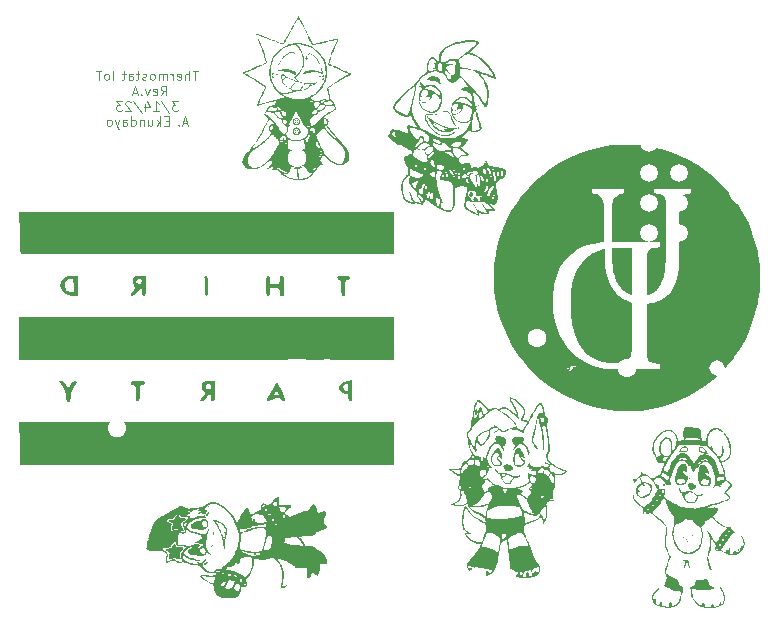
<source format=gbo>
%TF.GenerationSoftware,KiCad,Pcbnew,(7.0.0)*%
%TF.CreationDate,2023-03-24T12:39:27-04:00*%
%TF.ProjectId,ELEG298_S23_Demo_shield,454c4547-3239-4385-9f53-32335f44656d,rev?*%
%TF.SameCoordinates,Original*%
%TF.FileFunction,Legend,Bot*%
%TF.FilePolarity,Positive*%
%FSLAX46Y46*%
G04 Gerber Fmt 4.6, Leading zero omitted, Abs format (unit mm)*
G04 Created by KiCad (PCBNEW (7.0.0)) date 2023-03-24 12:39:27*
%MOMM*%
%LPD*%
G01*
G04 APERTURE LIST*
%ADD10C,0.125000*%
%ADD11R,1.700000X1.700000*%
%ADD12O,1.700000X1.700000*%
%ADD13R,1.800000X1.800000*%
%ADD14C,1.800000*%
%ADD15C,1.600000*%
%ADD16O,1.600000X1.600000*%
%ADD17R,1.600000X1.600000*%
%ADD18R,1.308000X1.308000*%
%ADD19C,1.308000*%
%ADD20C,3.200000*%
%ADD21R,1.500000X1.500000*%
%ADD22C,1.500000*%
G04 APERTURE END LIST*
D10*
X119556191Y-54497904D02*
X119099048Y-54497904D01*
X119327620Y-55297904D02*
X119327620Y-54497904D01*
X118832381Y-55297904D02*
X118832381Y-54497904D01*
X118489524Y-55297904D02*
X118489524Y-54878857D01*
X118489524Y-54878857D02*
X118527619Y-54802666D01*
X118527619Y-54802666D02*
X118603810Y-54764571D01*
X118603810Y-54764571D02*
X118718096Y-54764571D01*
X118718096Y-54764571D02*
X118794286Y-54802666D01*
X118794286Y-54802666D02*
X118832381Y-54840761D01*
X117803809Y-55259809D02*
X117880000Y-55297904D01*
X117880000Y-55297904D02*
X118032381Y-55297904D01*
X118032381Y-55297904D02*
X118108571Y-55259809D01*
X118108571Y-55259809D02*
X118146667Y-55183619D01*
X118146667Y-55183619D02*
X118146667Y-54878857D01*
X118146667Y-54878857D02*
X118108571Y-54802666D01*
X118108571Y-54802666D02*
X118032381Y-54764571D01*
X118032381Y-54764571D02*
X117880000Y-54764571D01*
X117880000Y-54764571D02*
X117803809Y-54802666D01*
X117803809Y-54802666D02*
X117765714Y-54878857D01*
X117765714Y-54878857D02*
X117765714Y-54955047D01*
X117765714Y-54955047D02*
X118146667Y-55031238D01*
X117422857Y-55297904D02*
X117422857Y-54764571D01*
X117422857Y-54916952D02*
X117384762Y-54840761D01*
X117384762Y-54840761D02*
X117346667Y-54802666D01*
X117346667Y-54802666D02*
X117270476Y-54764571D01*
X117270476Y-54764571D02*
X117194286Y-54764571D01*
X116927619Y-55297904D02*
X116927619Y-54764571D01*
X116927619Y-54840761D02*
X116889524Y-54802666D01*
X116889524Y-54802666D02*
X116813334Y-54764571D01*
X116813334Y-54764571D02*
X116699048Y-54764571D01*
X116699048Y-54764571D02*
X116622857Y-54802666D01*
X116622857Y-54802666D02*
X116584762Y-54878857D01*
X116584762Y-54878857D02*
X116584762Y-55297904D01*
X116584762Y-54878857D02*
X116546667Y-54802666D01*
X116546667Y-54802666D02*
X116470476Y-54764571D01*
X116470476Y-54764571D02*
X116356191Y-54764571D01*
X116356191Y-54764571D02*
X116280000Y-54802666D01*
X116280000Y-54802666D02*
X116241905Y-54878857D01*
X116241905Y-54878857D02*
X116241905Y-55297904D01*
X115746667Y-55297904D02*
X115822857Y-55259809D01*
X115822857Y-55259809D02*
X115860952Y-55221714D01*
X115860952Y-55221714D02*
X115899048Y-55145523D01*
X115899048Y-55145523D02*
X115899048Y-54916952D01*
X115899048Y-54916952D02*
X115860952Y-54840761D01*
X115860952Y-54840761D02*
X115822857Y-54802666D01*
X115822857Y-54802666D02*
X115746667Y-54764571D01*
X115746667Y-54764571D02*
X115632381Y-54764571D01*
X115632381Y-54764571D02*
X115556190Y-54802666D01*
X115556190Y-54802666D02*
X115518095Y-54840761D01*
X115518095Y-54840761D02*
X115480000Y-54916952D01*
X115480000Y-54916952D02*
X115480000Y-55145523D01*
X115480000Y-55145523D02*
X115518095Y-55221714D01*
X115518095Y-55221714D02*
X115556190Y-55259809D01*
X115556190Y-55259809D02*
X115632381Y-55297904D01*
X115632381Y-55297904D02*
X115746667Y-55297904D01*
X115175238Y-55259809D02*
X115099047Y-55297904D01*
X115099047Y-55297904D02*
X114946666Y-55297904D01*
X114946666Y-55297904D02*
X114870476Y-55259809D01*
X114870476Y-55259809D02*
X114832380Y-55183619D01*
X114832380Y-55183619D02*
X114832380Y-55145523D01*
X114832380Y-55145523D02*
X114870476Y-55069333D01*
X114870476Y-55069333D02*
X114946666Y-55031238D01*
X114946666Y-55031238D02*
X115060952Y-55031238D01*
X115060952Y-55031238D02*
X115137142Y-54993142D01*
X115137142Y-54993142D02*
X115175238Y-54916952D01*
X115175238Y-54916952D02*
X115175238Y-54878857D01*
X115175238Y-54878857D02*
X115137142Y-54802666D01*
X115137142Y-54802666D02*
X115060952Y-54764571D01*
X115060952Y-54764571D02*
X114946666Y-54764571D01*
X114946666Y-54764571D02*
X114870476Y-54802666D01*
X114603809Y-54764571D02*
X114299047Y-54764571D01*
X114489523Y-54497904D02*
X114489523Y-55183619D01*
X114489523Y-55183619D02*
X114451428Y-55259809D01*
X114451428Y-55259809D02*
X114375238Y-55297904D01*
X114375238Y-55297904D02*
X114299047Y-55297904D01*
X113689523Y-55297904D02*
X113689523Y-54878857D01*
X113689523Y-54878857D02*
X113727618Y-54802666D01*
X113727618Y-54802666D02*
X113803809Y-54764571D01*
X113803809Y-54764571D02*
X113956190Y-54764571D01*
X113956190Y-54764571D02*
X114032380Y-54802666D01*
X113689523Y-55259809D02*
X113765714Y-55297904D01*
X113765714Y-55297904D02*
X113956190Y-55297904D01*
X113956190Y-55297904D02*
X114032380Y-55259809D01*
X114032380Y-55259809D02*
X114070476Y-55183619D01*
X114070476Y-55183619D02*
X114070476Y-55107428D01*
X114070476Y-55107428D02*
X114032380Y-55031238D01*
X114032380Y-55031238D02*
X113956190Y-54993142D01*
X113956190Y-54993142D02*
X113765714Y-54993142D01*
X113765714Y-54993142D02*
X113689523Y-54955047D01*
X113422856Y-54764571D02*
X113118094Y-54764571D01*
X113308570Y-54497904D02*
X113308570Y-55183619D01*
X113308570Y-55183619D02*
X113270475Y-55259809D01*
X113270475Y-55259809D02*
X113194285Y-55297904D01*
X113194285Y-55297904D02*
X113118094Y-55297904D01*
X112371427Y-55297904D02*
X112371427Y-54497904D01*
X111876190Y-55297904D02*
X111952380Y-55259809D01*
X111952380Y-55259809D02*
X111990475Y-55221714D01*
X111990475Y-55221714D02*
X112028571Y-55145523D01*
X112028571Y-55145523D02*
X112028571Y-54916952D01*
X112028571Y-54916952D02*
X111990475Y-54840761D01*
X111990475Y-54840761D02*
X111952380Y-54802666D01*
X111952380Y-54802666D02*
X111876190Y-54764571D01*
X111876190Y-54764571D02*
X111761904Y-54764571D01*
X111761904Y-54764571D02*
X111685713Y-54802666D01*
X111685713Y-54802666D02*
X111647618Y-54840761D01*
X111647618Y-54840761D02*
X111609523Y-54916952D01*
X111609523Y-54916952D02*
X111609523Y-55145523D01*
X111609523Y-55145523D02*
X111647618Y-55221714D01*
X111647618Y-55221714D02*
X111685713Y-55259809D01*
X111685713Y-55259809D02*
X111761904Y-55297904D01*
X111761904Y-55297904D02*
X111876190Y-55297904D01*
X111380951Y-54497904D02*
X110923808Y-54497904D01*
X111152380Y-55297904D02*
X111152380Y-54497904D01*
X116413332Y-56593904D02*
X116679999Y-56212952D01*
X116870475Y-56593904D02*
X116870475Y-55793904D01*
X116870475Y-55793904D02*
X116565713Y-55793904D01*
X116565713Y-55793904D02*
X116489523Y-55832000D01*
X116489523Y-55832000D02*
X116451428Y-55870095D01*
X116451428Y-55870095D02*
X116413332Y-55946285D01*
X116413332Y-55946285D02*
X116413332Y-56060571D01*
X116413332Y-56060571D02*
X116451428Y-56136761D01*
X116451428Y-56136761D02*
X116489523Y-56174857D01*
X116489523Y-56174857D02*
X116565713Y-56212952D01*
X116565713Y-56212952D02*
X116870475Y-56212952D01*
X115765713Y-56555809D02*
X115841904Y-56593904D01*
X115841904Y-56593904D02*
X115994285Y-56593904D01*
X115994285Y-56593904D02*
X116070475Y-56555809D01*
X116070475Y-56555809D02*
X116108571Y-56479619D01*
X116108571Y-56479619D02*
X116108571Y-56174857D01*
X116108571Y-56174857D02*
X116070475Y-56098666D01*
X116070475Y-56098666D02*
X115994285Y-56060571D01*
X115994285Y-56060571D02*
X115841904Y-56060571D01*
X115841904Y-56060571D02*
X115765713Y-56098666D01*
X115765713Y-56098666D02*
X115727618Y-56174857D01*
X115727618Y-56174857D02*
X115727618Y-56251047D01*
X115727618Y-56251047D02*
X116108571Y-56327238D01*
X115460952Y-56060571D02*
X115270476Y-56593904D01*
X115270476Y-56593904D02*
X115079999Y-56060571D01*
X114775237Y-56517714D02*
X114737142Y-56555809D01*
X114737142Y-56555809D02*
X114775237Y-56593904D01*
X114775237Y-56593904D02*
X114813333Y-56555809D01*
X114813333Y-56555809D02*
X114775237Y-56517714D01*
X114775237Y-56517714D02*
X114775237Y-56593904D01*
X114432381Y-56365333D02*
X114051428Y-56365333D01*
X114508571Y-56593904D02*
X114241904Y-55793904D01*
X114241904Y-55793904D02*
X113975238Y-56593904D01*
X117868571Y-57089904D02*
X117373333Y-57089904D01*
X117373333Y-57089904D02*
X117639999Y-57394666D01*
X117639999Y-57394666D02*
X117525714Y-57394666D01*
X117525714Y-57394666D02*
X117449523Y-57432761D01*
X117449523Y-57432761D02*
X117411428Y-57470857D01*
X117411428Y-57470857D02*
X117373333Y-57547047D01*
X117373333Y-57547047D02*
X117373333Y-57737523D01*
X117373333Y-57737523D02*
X117411428Y-57813714D01*
X117411428Y-57813714D02*
X117449523Y-57851809D01*
X117449523Y-57851809D02*
X117525714Y-57889904D01*
X117525714Y-57889904D02*
X117754285Y-57889904D01*
X117754285Y-57889904D02*
X117830476Y-57851809D01*
X117830476Y-57851809D02*
X117868571Y-57813714D01*
X116459047Y-57051809D02*
X117144761Y-58080380D01*
X115773333Y-57889904D02*
X116230476Y-57889904D01*
X116001904Y-57889904D02*
X116001904Y-57089904D01*
X116001904Y-57089904D02*
X116078095Y-57204190D01*
X116078095Y-57204190D02*
X116154285Y-57280380D01*
X116154285Y-57280380D02*
X116230476Y-57318476D01*
X115087618Y-57356571D02*
X115087618Y-57889904D01*
X115278094Y-57051809D02*
X115468571Y-57623238D01*
X115468571Y-57623238D02*
X114973332Y-57623238D01*
X114097142Y-57051809D02*
X114782856Y-58080380D01*
X113868571Y-57166095D02*
X113830475Y-57128000D01*
X113830475Y-57128000D02*
X113754285Y-57089904D01*
X113754285Y-57089904D02*
X113563809Y-57089904D01*
X113563809Y-57089904D02*
X113487618Y-57128000D01*
X113487618Y-57128000D02*
X113449523Y-57166095D01*
X113449523Y-57166095D02*
X113411428Y-57242285D01*
X113411428Y-57242285D02*
X113411428Y-57318476D01*
X113411428Y-57318476D02*
X113449523Y-57432761D01*
X113449523Y-57432761D02*
X113906666Y-57889904D01*
X113906666Y-57889904D02*
X113411428Y-57889904D01*
X113144761Y-57089904D02*
X112649523Y-57089904D01*
X112649523Y-57089904D02*
X112916189Y-57394666D01*
X112916189Y-57394666D02*
X112801904Y-57394666D01*
X112801904Y-57394666D02*
X112725713Y-57432761D01*
X112725713Y-57432761D02*
X112687618Y-57470857D01*
X112687618Y-57470857D02*
X112649523Y-57547047D01*
X112649523Y-57547047D02*
X112649523Y-57737523D01*
X112649523Y-57737523D02*
X112687618Y-57813714D01*
X112687618Y-57813714D02*
X112725713Y-57851809D01*
X112725713Y-57851809D02*
X112801904Y-57889904D01*
X112801904Y-57889904D02*
X113030475Y-57889904D01*
X113030475Y-57889904D02*
X113106666Y-57851809D01*
X113106666Y-57851809D02*
X113144761Y-57813714D01*
X118660953Y-58957333D02*
X118280000Y-58957333D01*
X118737143Y-59185904D02*
X118470476Y-58385904D01*
X118470476Y-58385904D02*
X118203810Y-59185904D01*
X117937143Y-59109714D02*
X117899048Y-59147809D01*
X117899048Y-59147809D02*
X117937143Y-59185904D01*
X117937143Y-59185904D02*
X117975239Y-59147809D01*
X117975239Y-59147809D02*
X117937143Y-59109714D01*
X117937143Y-59109714D02*
X117937143Y-59185904D01*
X117076191Y-58766857D02*
X116809525Y-58766857D01*
X116695239Y-59185904D02*
X117076191Y-59185904D01*
X117076191Y-59185904D02*
X117076191Y-58385904D01*
X117076191Y-58385904D02*
X116695239Y-58385904D01*
X116352381Y-59185904D02*
X116352381Y-58385904D01*
X116276191Y-58881142D02*
X116047619Y-59185904D01*
X116047619Y-58652571D02*
X116352381Y-58957333D01*
X115361905Y-58652571D02*
X115361905Y-59185904D01*
X115704762Y-58652571D02*
X115704762Y-59071619D01*
X115704762Y-59071619D02*
X115666667Y-59147809D01*
X115666667Y-59147809D02*
X115590477Y-59185904D01*
X115590477Y-59185904D02*
X115476191Y-59185904D01*
X115476191Y-59185904D02*
X115400000Y-59147809D01*
X115400000Y-59147809D02*
X115361905Y-59109714D01*
X114980952Y-58652571D02*
X114980952Y-59185904D01*
X114980952Y-58728761D02*
X114942857Y-58690666D01*
X114942857Y-58690666D02*
X114866667Y-58652571D01*
X114866667Y-58652571D02*
X114752381Y-58652571D01*
X114752381Y-58652571D02*
X114676190Y-58690666D01*
X114676190Y-58690666D02*
X114638095Y-58766857D01*
X114638095Y-58766857D02*
X114638095Y-59185904D01*
X113914285Y-59185904D02*
X113914285Y-58385904D01*
X113914285Y-59147809D02*
X113990476Y-59185904D01*
X113990476Y-59185904D02*
X114142857Y-59185904D01*
X114142857Y-59185904D02*
X114219047Y-59147809D01*
X114219047Y-59147809D02*
X114257142Y-59109714D01*
X114257142Y-59109714D02*
X114295238Y-59033523D01*
X114295238Y-59033523D02*
X114295238Y-58804952D01*
X114295238Y-58804952D02*
X114257142Y-58728761D01*
X114257142Y-58728761D02*
X114219047Y-58690666D01*
X114219047Y-58690666D02*
X114142857Y-58652571D01*
X114142857Y-58652571D02*
X113990476Y-58652571D01*
X113990476Y-58652571D02*
X113914285Y-58690666D01*
X113190475Y-59185904D02*
X113190475Y-58766857D01*
X113190475Y-58766857D02*
X113228570Y-58690666D01*
X113228570Y-58690666D02*
X113304761Y-58652571D01*
X113304761Y-58652571D02*
X113457142Y-58652571D01*
X113457142Y-58652571D02*
X113533332Y-58690666D01*
X113190475Y-59147809D02*
X113266666Y-59185904D01*
X113266666Y-59185904D02*
X113457142Y-59185904D01*
X113457142Y-59185904D02*
X113533332Y-59147809D01*
X113533332Y-59147809D02*
X113571428Y-59071619D01*
X113571428Y-59071619D02*
X113571428Y-58995428D01*
X113571428Y-58995428D02*
X113533332Y-58919238D01*
X113533332Y-58919238D02*
X113457142Y-58881142D01*
X113457142Y-58881142D02*
X113266666Y-58881142D01*
X113266666Y-58881142D02*
X113190475Y-58843047D01*
X112885713Y-58652571D02*
X112695237Y-59185904D01*
X112504760Y-58652571D02*
X112695237Y-59185904D01*
X112695237Y-59185904D02*
X112771427Y-59376380D01*
X112771427Y-59376380D02*
X112809522Y-59414476D01*
X112809522Y-59414476D02*
X112885713Y-59452571D01*
X112085713Y-59185904D02*
X112161903Y-59147809D01*
X112161903Y-59147809D02*
X112199998Y-59109714D01*
X112199998Y-59109714D02*
X112238094Y-59033523D01*
X112238094Y-59033523D02*
X112238094Y-58804952D01*
X112238094Y-58804952D02*
X112199998Y-58728761D01*
X112199998Y-58728761D02*
X112161903Y-58690666D01*
X112161903Y-58690666D02*
X112085713Y-58652571D01*
X112085713Y-58652571D02*
X111971427Y-58652571D01*
X111971427Y-58652571D02*
X111895236Y-58690666D01*
X111895236Y-58690666D02*
X111857141Y-58728761D01*
X111857141Y-58728761D02*
X111819046Y-58804952D01*
X111819046Y-58804952D02*
X111819046Y-59033523D01*
X111819046Y-59033523D02*
X111857141Y-59109714D01*
X111857141Y-59109714D02*
X111895236Y-59147809D01*
X111895236Y-59147809D02*
X111971427Y-59185904D01*
X111971427Y-59185904D02*
X112085713Y-59185904D01*
G36*
X143192817Y-83199483D02*
G01*
X143196058Y-83203071D01*
X143221037Y-83271082D01*
X143227637Y-83373376D01*
X143216260Y-83482783D01*
X143187308Y-83572135D01*
X143168479Y-83600192D01*
X143104870Y-83638696D01*
X143041223Y-83621894D01*
X142999207Y-83552092D01*
X142989395Y-83477953D01*
X143000282Y-83371843D01*
X143033575Y-83277267D01*
X143081768Y-83207899D01*
X143137351Y-83177413D01*
X143192817Y-83199483D01*
G37*
G36*
X145907785Y-87861876D02*
G01*
X146069910Y-87931435D01*
X146188967Y-88043230D01*
X146203617Y-88065141D01*
X146233185Y-88142024D01*
X146214568Y-88211567D01*
X146142685Y-88283057D01*
X146012454Y-88365779D01*
X145926872Y-88412521D01*
X145855927Y-88441358D01*
X145803407Y-88442512D01*
X145748346Y-88420315D01*
X145679604Y-88373826D01*
X145588624Y-88288020D01*
X145504987Y-88188050D01*
X145443758Y-88092317D01*
X145420000Y-88019223D01*
X145424807Y-87983034D01*
X145477804Y-87906821D01*
X145582590Y-87857517D01*
X145730713Y-87840000D01*
X145907785Y-87861876D01*
G37*
G36*
X145278064Y-87122792D02*
G01*
X145280165Y-87207583D01*
X145270000Y-87380295D01*
X145176616Y-87293480D01*
X145114348Y-87245951D01*
X145035975Y-87211790D01*
X144976764Y-87212591D01*
X144953334Y-87251480D01*
X144953866Y-87255672D01*
X144980608Y-87307138D01*
X145039703Y-87389412D01*
X145120000Y-87486753D01*
X145134654Y-87503611D01*
X145211786Y-87596505D01*
X145266117Y-87668937D01*
X145286667Y-87706436D01*
X145270202Y-87784455D01*
X145206980Y-87889892D01*
X145112498Y-87973653D01*
X145036811Y-88010730D01*
X144953529Y-88024000D01*
X144847846Y-88010537D01*
X144700499Y-87970180D01*
X144683193Y-87964450D01*
X144540724Y-87881542D01*
X144435945Y-87754531D01*
X144374226Y-87596528D01*
X144363961Y-87460657D01*
X144470524Y-87460657D01*
X144476384Y-87575855D01*
X144511525Y-87701906D01*
X144586509Y-87791893D01*
X144710597Y-87861267D01*
X144723490Y-87866487D01*
X144857453Y-87899341D01*
X144990891Y-87900967D01*
X145095000Y-87870663D01*
X145123135Y-87848058D01*
X145150746Y-87773106D01*
X145126133Y-87676788D01*
X145051020Y-87570855D01*
X144973018Y-87482881D01*
X144885772Y-87359779D01*
X144852229Y-87262242D01*
X144870810Y-87183836D01*
X144939937Y-87118125D01*
X144971369Y-87098854D01*
X145033499Y-87079783D01*
X145093183Y-87103000D01*
X145154919Y-87132874D01*
X145174642Y-87122792D01*
X145150661Y-87078903D01*
X145083746Y-87008904D01*
X144977637Y-86923455D01*
X144864211Y-86856305D01*
X144769591Y-86825354D01*
X144707240Y-86836758D01*
X144676540Y-86874987D01*
X144625068Y-86957954D01*
X144568027Y-87063485D01*
X144519021Y-87170981D01*
X144481231Y-87306460D01*
X144470524Y-87460657D01*
X144363961Y-87460657D01*
X144360938Y-87420646D01*
X144401451Y-87240000D01*
X144478088Y-87048005D01*
X144581280Y-86814406D01*
X144674395Y-86640279D01*
X144760690Y-86522417D01*
X144843421Y-86457612D01*
X144925847Y-86442659D01*
X145011225Y-86474350D01*
X145102811Y-86549477D01*
X145155304Y-86614010D01*
X145231679Y-86775865D01*
X145274478Y-86978099D01*
X145278064Y-87122792D01*
G37*
G36*
X147243334Y-87647176D02*
G01*
X147238624Y-87685275D01*
X147227011Y-87746016D01*
X147189272Y-87844410D01*
X147120379Y-87914652D01*
X147003334Y-87977883D01*
X146842269Y-88027702D01*
X146669490Y-88033618D01*
X146512398Y-87992840D01*
X146384551Y-87909064D01*
X146299509Y-87785988D01*
X146278485Y-87720913D01*
X146256353Y-87548771D01*
X146258537Y-87481964D01*
X146371516Y-87481964D01*
X146372041Y-87623913D01*
X146377735Y-87716572D01*
X146392368Y-87776001D01*
X146419708Y-87818259D01*
X146463526Y-87859404D01*
X146529459Y-87905563D01*
X146616185Y-87932717D01*
X146741090Y-87940000D01*
X146782122Y-87939616D01*
X146883213Y-87930247D01*
X146954138Y-87901088D01*
X147022565Y-87842564D01*
X147096771Y-87747648D01*
X147120323Y-87647176D01*
X147079139Y-87548815D01*
X146972535Y-87447177D01*
X146887216Y-87373454D01*
X146800064Y-87263036D01*
X146762365Y-87159018D01*
X146779658Y-87072170D01*
X146788825Y-87055907D01*
X146791604Y-87022200D01*
X146753466Y-86993779D01*
X146662682Y-86959329D01*
X146610384Y-86941984D01*
X146527047Y-86916633D01*
X146483314Y-86906666D01*
X146451995Y-86933769D01*
X146421216Y-87015788D01*
X146395900Y-87140431D01*
X146378529Y-87295235D01*
X146371586Y-87467738D01*
X146371516Y-87481964D01*
X146258537Y-87481964D01*
X146263212Y-87338982D01*
X146299072Y-87106654D01*
X146314449Y-87035154D01*
X146364098Y-86829489D01*
X146412787Y-86679514D01*
X146465701Y-86577070D01*
X146528028Y-86513999D01*
X146604955Y-86482139D01*
X146701669Y-86473333D01*
X146787705Y-86478553D01*
X146864171Y-86508166D01*
X146934914Y-86577329D01*
X146945226Y-86589808D01*
X147015321Y-86684328D01*
X147068522Y-86770474D01*
X147069448Y-86772285D01*
X147099471Y-86845498D01*
X147133739Y-86949115D01*
X147167147Y-87064419D01*
X147194588Y-87172696D01*
X147210957Y-87255227D01*
X147211148Y-87293296D01*
X147204371Y-87293791D01*
X147158032Y-87271317D01*
X147086138Y-87222942D01*
X147026282Y-87184333D01*
X146941166Y-87147584D01*
X146878033Y-87140965D01*
X146853334Y-87168334D01*
X146855280Y-87173940D01*
X146890896Y-87217360D01*
X146962092Y-87287987D01*
X147056753Y-87373597D01*
X147142827Y-87449429D01*
X147208397Y-87514531D01*
X147240091Y-87565036D01*
X147247102Y-87616698D01*
X147243334Y-87647176D01*
G37*
G36*
X145998201Y-88698779D02*
G01*
X146078051Y-88740000D01*
X146223088Y-88809116D01*
X146393678Y-88863156D01*
X146529337Y-88867313D01*
X146634705Y-88822273D01*
X146654849Y-88808264D01*
X146735262Y-88775905D01*
X146795981Y-88785554D01*
X146820000Y-88835955D01*
X146794562Y-88891952D01*
X146739091Y-88926058D01*
X146717860Y-88939112D01*
X146605527Y-88965603D01*
X146473454Y-88965485D01*
X146425017Y-88960531D01*
X146354028Y-88962716D01*
X146311762Y-88993386D01*
X146272615Y-89065260D01*
X146264773Y-89081352D01*
X146167557Y-89243154D01*
X146052556Y-89382614D01*
X145936924Y-89478610D01*
X145853190Y-89520616D01*
X145726733Y-89540876D01*
X145603804Y-89500011D01*
X145474505Y-89396258D01*
X145378623Y-89282724D01*
X145270742Y-89114754D01*
X145209652Y-88989814D01*
X145327606Y-88989814D01*
X145343178Y-89067690D01*
X145384518Y-89159693D01*
X145446609Y-89254068D01*
X145524434Y-89339058D01*
X145612977Y-89402907D01*
X145615379Y-89404183D01*
X145739682Y-89440539D01*
X145857993Y-89412788D01*
X145975560Y-89319728D01*
X146016256Y-89272556D01*
X146087182Y-89176294D01*
X146152876Y-89073422D01*
X146201196Y-88983492D01*
X146220000Y-88926058D01*
X146216771Y-88919806D01*
X146171987Y-88888305D01*
X146088587Y-88844436D01*
X145984609Y-88796267D01*
X145878093Y-88751869D01*
X145787076Y-88719312D01*
X145729599Y-88706666D01*
X145666030Y-88727340D01*
X145596539Y-88798333D01*
X145594262Y-88801901D01*
X145529235Y-88889991D01*
X145473052Y-88927802D01*
X145409628Y-88926354D01*
X145393829Y-88923469D01*
X145342817Y-88937822D01*
X145327606Y-88989814D01*
X145209652Y-88989814D01*
X145183571Y-88936475D01*
X145131969Y-88774844D01*
X145116190Y-88736072D01*
X145319787Y-88736072D01*
X145360000Y-88800000D01*
X145393561Y-88826053D01*
X145462028Y-88832993D01*
X145518828Y-88775524D01*
X145531784Y-88750667D01*
X145548698Y-88698779D01*
X145520580Y-88677463D01*
X145436667Y-88673333D01*
X145421616Y-88673612D01*
X145341390Y-88692183D01*
X145319787Y-88736072D01*
X145116190Y-88736072D01*
X145102312Y-88701970D01*
X145048000Y-88654973D01*
X145030243Y-88647697D01*
X144957098Y-88598402D01*
X144874731Y-88523441D01*
X144798631Y-88439429D01*
X144744281Y-88362984D01*
X144727170Y-88310723D01*
X144739291Y-88277686D01*
X144780250Y-88258526D01*
X144835581Y-88291797D01*
X144894179Y-88373333D01*
X144935719Y-88445806D01*
X144991440Y-88519150D01*
X145057657Y-88566120D01*
X145148393Y-88592504D01*
X145277671Y-88604090D01*
X145459514Y-88606666D01*
X145572689Y-88606924D01*
X145701341Y-88610266D01*
X145796332Y-88620961D01*
X145877533Y-88643292D01*
X145964815Y-88681544D01*
X145998201Y-88698779D01*
G37*
G36*
X149191126Y-84061580D02*
G01*
X149194736Y-84076488D01*
X149183675Y-84236813D01*
X149125129Y-84397083D01*
X149118353Y-84411296D01*
X149102953Y-84500036D01*
X149119040Y-84629632D01*
X149122226Y-84646088D01*
X149139034Y-84743269D01*
X149162738Y-84890442D01*
X149191385Y-85075082D01*
X149223025Y-85284665D01*
X149255705Y-85506666D01*
X149276104Y-85650044D01*
X149313818Y-85943188D01*
X149337373Y-86184073D01*
X149346663Y-86381753D01*
X149341580Y-86545281D01*
X149322019Y-86683709D01*
X149287872Y-86806091D01*
X149239033Y-86921481D01*
X149207881Y-86991628D01*
X149168493Y-87141657D01*
X149176736Y-87283221D01*
X149235748Y-87425610D01*
X149348661Y-87578117D01*
X149518613Y-87750032D01*
X149545979Y-87773333D01*
X149585069Y-87806617D01*
X149761577Y-87930845D01*
X149971671Y-88054117D01*
X150194504Y-88165592D01*
X150409230Y-88254428D01*
X150595000Y-88309785D01*
X150679490Y-88331712D01*
X150756836Y-88362031D01*
X150786667Y-88388765D01*
X150782222Y-88403836D01*
X150765890Y-88427916D01*
X150743389Y-88461093D01*
X150677588Y-88532646D01*
X150553668Y-88623361D01*
X150375816Y-88703727D01*
X150178743Y-88754935D01*
X149986667Y-88768710D01*
X149803334Y-88760932D01*
X149809044Y-88908799D01*
X149809549Y-88921848D01*
X149817904Y-89138991D01*
X149822860Y-89303208D01*
X149822992Y-89382391D01*
X149823068Y-89427526D01*
X149817177Y-89524975D01*
X149803835Y-89608585D01*
X149781693Y-89691384D01*
X149778074Y-89702033D01*
X149749400Y-89786401D01*
X149738242Y-89817043D01*
X149705605Y-89906666D01*
X149705198Y-89907784D01*
X149659166Y-90044444D01*
X149636314Y-90112289D01*
X149596941Y-90275597D01*
X149592270Y-90333385D01*
X149585635Y-90415466D01*
X149600381Y-90544648D01*
X149600953Y-90549655D01*
X149608300Y-90576190D01*
X149641451Y-90695921D01*
X149657637Y-90748414D01*
X149676749Y-90865049D01*
X149675796Y-90867721D01*
X149651737Y-90935178D01*
X149578344Y-90964741D01*
X149452310Y-90959677D01*
X149318943Y-90955549D01*
X149192933Y-90991870D01*
X149150998Y-91014419D01*
X149070689Y-91081467D01*
X149048511Y-91161849D01*
X149078352Y-91270429D01*
X149097591Y-91332727D01*
X149121472Y-91468914D01*
X149138550Y-91638705D01*
X149145235Y-91769157D01*
X149147963Y-91822379D01*
X149148848Y-92000214D01*
X149140344Y-92152489D01*
X149121588Y-92259482D01*
X149103295Y-92311882D01*
X149058381Y-92420810D01*
X149002006Y-92543637D01*
X148941725Y-92665334D01*
X148885094Y-92770868D01*
X148839668Y-92845212D01*
X148813004Y-92873333D01*
X148790843Y-92848050D01*
X148770105Y-92781666D01*
X148738445Y-92630199D01*
X148689382Y-92442207D01*
X148635011Y-92290458D01*
X148579192Y-92157582D01*
X148501111Y-92311220D01*
X148467314Y-92372164D01*
X148373171Y-92496104D01*
X148250622Y-92597501D01*
X148090104Y-92681876D01*
X147882051Y-92754751D01*
X147616897Y-92821647D01*
X147490996Y-92852123D01*
X147336905Y-92903077D01*
X147233798Y-92961921D01*
X147172031Y-93034881D01*
X147141961Y-93128180D01*
X147126400Y-93238939D01*
X147125928Y-93249345D01*
X147121058Y-93356676D01*
X147133989Y-93469692D01*
X147168600Y-93593803D01*
X147228296Y-93744825D01*
X147316483Y-93938572D01*
X147367393Y-94050225D01*
X147456573Y-94256189D01*
X147553558Y-94489932D01*
X147649680Y-94730432D01*
X147657653Y-94751262D01*
X147736271Y-94956666D01*
X147815833Y-95166637D01*
X147924373Y-95436675D01*
X148023728Y-95660103D01*
X148119043Y-95847535D01*
X148215462Y-96009583D01*
X148318132Y-96156862D01*
X148334266Y-96178516D01*
X148441027Y-96333195D01*
X148508272Y-96460054D01*
X148543282Y-96575814D01*
X148553334Y-96697198D01*
X148551566Y-96709576D01*
X148527391Y-96878864D01*
X148441525Y-97047436D01*
X148293372Y-97195006D01*
X148182250Y-97263685D01*
X148016295Y-97339247D01*
X147827162Y-97406590D01*
X147637511Y-97457740D01*
X147470000Y-97484724D01*
X147458817Y-97485607D01*
X147251178Y-97491330D01*
X147029818Y-97480881D01*
X146821287Y-97456366D01*
X146652139Y-97419890D01*
X146561574Y-97384371D01*
X146396047Y-97282521D01*
X146241913Y-97145760D01*
X146121086Y-96991756D01*
X146105855Y-96964236D01*
X146220280Y-96964236D01*
X146232373Y-96990141D01*
X146282585Y-97048505D01*
X146360006Y-97125832D01*
X146403572Y-97165207D01*
X146494392Y-97234739D01*
X146563463Y-97270653D01*
X146601665Y-97269128D01*
X146599876Y-97226341D01*
X146599097Y-97224063D01*
X146602730Y-97161767D01*
X146633140Y-97080154D01*
X146679546Y-96990413D01*
X146839202Y-96990413D01*
X146840349Y-97035779D01*
X146845661Y-97049970D01*
X146864402Y-97129612D01*
X146879027Y-97231666D01*
X146881569Y-97253319D01*
X146903992Y-97341778D01*
X146938056Y-97373333D01*
X147092989Y-97373333D01*
X147200939Y-97373333D01*
X147221997Y-97373126D01*
X147306851Y-97361579D01*
X147339828Y-97324660D01*
X147332447Y-97251718D01*
X147324631Y-97147972D01*
X147354957Y-97042437D01*
X147419630Y-96973531D01*
X147435785Y-96965714D01*
X147492693Y-96961739D01*
X147555076Y-97008409D01*
X147589592Y-97049358D01*
X147610807Y-97114734D01*
X147602343Y-97212529D01*
X147595825Y-97252334D01*
X147590924Y-97315175D01*
X147609148Y-97333556D01*
X147658170Y-97322609D01*
X147690081Y-97311977D01*
X147770684Y-97266598D01*
X147809643Y-97194837D01*
X147819545Y-97077585D01*
X147814518Y-96940692D01*
X147795905Y-96838707D01*
X147760969Y-96789257D01*
X147721400Y-96786353D01*
X147857958Y-96786353D01*
X147865835Y-96844174D01*
X147869304Y-96863555D01*
X147881669Y-96974667D01*
X147885974Y-97077585D01*
X147886667Y-97094166D01*
X147887522Y-97145317D01*
X147898333Y-97216991D01*
X147927566Y-97235475D01*
X147982728Y-97209806D01*
X147985828Y-97207721D01*
X148013168Y-97157295D01*
X148006456Y-97061588D01*
X147999856Y-97018186D01*
X148006898Y-96938477D01*
X148054111Y-96872555D01*
X148076783Y-96851796D01*
X148154457Y-96815109D01*
X148218981Y-96843578D01*
X148268940Y-96936781D01*
X148307115Y-97050230D01*
X148377920Y-96960216D01*
X148442059Y-96855862D01*
X148472737Y-96709576D01*
X148438035Y-96554799D01*
X148385623Y-96429359D01*
X148311145Y-96498565D01*
X148258856Y-96537476D01*
X148157506Y-96596865D01*
X148040835Y-96653893D01*
X148010898Y-96667110D01*
X147918017Y-96711384D01*
X147871194Y-96746611D01*
X147857958Y-96786353D01*
X147721400Y-96786353D01*
X147706997Y-96785296D01*
X147704588Y-96785911D01*
X147634972Y-96803640D01*
X147524833Y-96831655D01*
X147396891Y-96864177D01*
X147379306Y-96868678D01*
X147264455Y-96899800D01*
X147179973Y-96925604D01*
X147143069Y-96940887D01*
X147134399Y-96972588D01*
X147123670Y-97045873D01*
X147122476Y-97054030D01*
X147111006Y-97165000D01*
X147092989Y-97373333D01*
X146938056Y-97373333D01*
X146974957Y-97366700D01*
X146999244Y-97336944D01*
X147016450Y-97269617D01*
X147032704Y-97150272D01*
X147040495Y-97045873D01*
X147027329Y-96974474D01*
X146983689Y-96949046D01*
X146902879Y-96959759D01*
X146894019Y-96962087D01*
X146857501Y-96980957D01*
X146839202Y-96990413D01*
X146679546Y-96990413D01*
X146684436Y-96980957D01*
X146460552Y-96965550D01*
X146346098Y-96959738D01*
X146259393Y-96959242D01*
X146220280Y-96964236D01*
X146105855Y-96964236D01*
X146097761Y-96949612D01*
X146050920Y-96831173D01*
X146009604Y-96672633D01*
X145972517Y-96467352D01*
X145938359Y-96208688D01*
X145905835Y-95890000D01*
X145892348Y-95745859D01*
X145866517Y-95483696D01*
X145839171Y-95221178D01*
X145811306Y-94966643D01*
X145783917Y-94728430D01*
X145758000Y-94514877D01*
X145734551Y-94334324D01*
X145714567Y-94195108D01*
X145702122Y-94123333D01*
X145825618Y-94123333D01*
X145878745Y-94581666D01*
X145879359Y-94586943D01*
X145903735Y-94774059D01*
X145927687Y-94916872D01*
X145949765Y-95007985D01*
X145968520Y-95040000D01*
X146005290Y-95030085D01*
X146071140Y-94993790D01*
X146121447Y-94969469D01*
X146224032Y-94931209D01*
X146361113Y-94886035D01*
X146517070Y-94839357D01*
X146786509Y-94775103D01*
X147050518Y-94737026D01*
X147286080Y-94728813D01*
X147478334Y-94751818D01*
X147525986Y-94758873D01*
X147553334Y-94751262D01*
X147548394Y-94734023D01*
X147522068Y-94664734D01*
X147477938Y-94555696D01*
X147421573Y-94420045D01*
X147358541Y-94270915D01*
X147294408Y-94121443D01*
X147234744Y-93984761D01*
X147185115Y-93874007D01*
X147151090Y-93802315D01*
X147147317Y-93795072D01*
X147085578Y-93713644D01*
X146999978Y-93669699D01*
X146878205Y-93659858D01*
X146707946Y-93680743D01*
X146646810Y-93695053D01*
X146500848Y-93744237D01*
X146366513Y-93800165D01*
X146333249Y-93814014D01*
X146165396Y-93894487D01*
X146018677Y-93975760D01*
X145914476Y-94047936D01*
X145825618Y-94123333D01*
X145702122Y-94123333D01*
X145699042Y-94105569D01*
X145688972Y-94074045D01*
X145675854Y-94083301D01*
X145631949Y-94133242D01*
X145572951Y-94211859D01*
X145546543Y-94246460D01*
X145444799Y-94355833D01*
X145337045Y-94446837D01*
X145198188Y-94544712D01*
X145138935Y-94934022D01*
X145120856Y-95051543D01*
X145055803Y-95450014D01*
X144993003Y-95789988D01*
X144930396Y-96077770D01*
X144865919Y-96319663D01*
X144797513Y-96521969D01*
X144791375Y-96535913D01*
X144723116Y-96690994D01*
X144640667Y-96833039D01*
X144620738Y-96859171D01*
X144548106Y-96954409D01*
X144443370Y-97061407D01*
X144327290Y-97157776D01*
X144202768Y-97232139D01*
X144064842Y-97278692D01*
X143896045Y-97303141D01*
X143678910Y-97311193D01*
X143611555Y-97311020D01*
X143414391Y-97299109D01*
X143238839Y-97265041D01*
X143060090Y-97202640D01*
X142853334Y-97105733D01*
X142673026Y-96992781D01*
X142514119Y-96843589D01*
X142400141Y-96676777D01*
X142335801Y-96501618D01*
X142333310Y-96458183D01*
X142424039Y-96458183D01*
X142425177Y-96493824D01*
X142449515Y-96561596D01*
X142458874Y-96581078D01*
X142493345Y-96624680D01*
X142528263Y-96611737D01*
X142532141Y-96608045D01*
X142608145Y-96575572D01*
X142692191Y-96586811D01*
X142752268Y-96638008D01*
X142755749Y-96644872D01*
X142786265Y-96726434D01*
X142812757Y-96827225D01*
X142817628Y-96848211D01*
X142846159Y-96926482D01*
X142877625Y-96964763D01*
X142885280Y-96966543D01*
X142901277Y-96946866D01*
X142887302Y-96875547D01*
X142884594Y-96857089D01*
X142948894Y-96857089D01*
X142958591Y-96961403D01*
X142979178Y-97029023D01*
X143016805Y-97059921D01*
X143091205Y-97089934D01*
X143137238Y-97099329D01*
X143167117Y-97086130D01*
X143161948Y-97025718D01*
X143164200Y-96940571D01*
X143213242Y-96867598D01*
X143302249Y-96840000D01*
X143385035Y-96864242D01*
X143461251Y-96949622D01*
X143521989Y-97098333D01*
X143527312Y-97116026D01*
X143558804Y-97196636D01*
X143597952Y-97232093D01*
X143662176Y-97240000D01*
X143699902Y-97238732D01*
X143741896Y-97223230D01*
X143737865Y-97181666D01*
X143712595Y-97103792D01*
X143683183Y-96956462D01*
X143673573Y-96814784D01*
X143686767Y-96706666D01*
X143686821Y-96706511D01*
X143695994Y-96728542D01*
X143714679Y-96800302D01*
X143738895Y-96906526D01*
X143740940Y-96915955D01*
X143771870Y-97053694D01*
X143795858Y-97139228D01*
X143819053Y-97184964D01*
X143847606Y-97203308D01*
X143887663Y-97206666D01*
X143902604Y-97206313D01*
X143936968Y-97194447D01*
X143946085Y-97152593D01*
X143935888Y-97063089D01*
X143929391Y-97009626D01*
X143933414Y-96926480D01*
X143965578Y-96877004D01*
X143965868Y-96876763D01*
X144045971Y-96844159D01*
X144122525Y-96874497D01*
X144186667Y-96964278D01*
X144193465Y-96978589D01*
X144229798Y-97044863D01*
X144253334Y-97071715D01*
X144263718Y-97067074D01*
X144313829Y-97031434D01*
X144386667Y-96972184D01*
X144422670Y-96941030D01*
X144470914Y-96891372D01*
X144476232Y-96859171D01*
X144445317Y-96827971D01*
X144400972Y-96806233D01*
X144301177Y-96773315D01*
X144167924Y-96737506D01*
X144018993Y-96703164D01*
X143872160Y-96674648D01*
X143745206Y-96656316D01*
X143716328Y-96652759D01*
X143613171Y-96637419D01*
X143475666Y-96614861D01*
X143325484Y-96588584D01*
X143251933Y-96576194D01*
X143123454Y-96559466D01*
X143029981Y-96554055D01*
X142986626Y-96561183D01*
X142981258Y-96568312D01*
X142960616Y-96636110D01*
X142949699Y-96740514D01*
X142948894Y-96857089D01*
X142884594Y-96857089D01*
X142875101Y-96792383D01*
X142888994Y-96665220D01*
X142891201Y-96657471D01*
X142911613Y-96579615D01*
X142920000Y-96535913D01*
X142910487Y-96528628D01*
X142852547Y-96511748D01*
X142758977Y-96492791D01*
X142649559Y-96474855D01*
X142544076Y-96461042D01*
X142462309Y-96454451D01*
X142424039Y-96458183D01*
X142333310Y-96458183D01*
X142325807Y-96327383D01*
X142374865Y-96163344D01*
X142401190Y-96120834D01*
X142470259Y-96027423D01*
X142564036Y-95911874D01*
X142670020Y-95790000D01*
X142722095Y-95731465D01*
X142856143Y-95575824D01*
X142989427Y-95415365D01*
X143099557Y-95276839D01*
X143157040Y-95199357D01*
X143245635Y-95071780D01*
X143332414Y-94938857D01*
X143410085Y-94812571D01*
X143423339Y-94789280D01*
X143561089Y-94789280D01*
X143568291Y-94791148D01*
X143625758Y-94800538D01*
X143727274Y-94814983D01*
X143857183Y-94832212D01*
X143863825Y-94833075D01*
X144193445Y-94901664D01*
X144484603Y-95018067D01*
X144749736Y-95187231D01*
X144767438Y-95200819D01*
X144861020Y-95271445D01*
X144929571Y-95321187D01*
X144959311Y-95340000D01*
X144966382Y-95315967D01*
X144982647Y-95235807D01*
X145005803Y-95109505D01*
X145033933Y-94947565D01*
X145065118Y-94760491D01*
X145099556Y-94547511D01*
X145123785Y-94374064D01*
X145128034Y-94310801D01*
X145260080Y-94310801D01*
X145263068Y-94340000D01*
X145293047Y-94316903D01*
X145351799Y-94256562D01*
X145425957Y-94173786D01*
X145502256Y-94083384D01*
X145567433Y-94000165D01*
X145582476Y-93978745D01*
X145633840Y-93879723D01*
X145647559Y-93800165D01*
X145646143Y-93791257D01*
X145627006Y-93747015D01*
X145578081Y-93724224D01*
X145480947Y-93713280D01*
X145325227Y-93703227D01*
X145304951Y-93896613D01*
X145296597Y-93974398D01*
X145281438Y-94108764D01*
X145268610Y-94215000D01*
X145265798Y-94238325D01*
X145265278Y-94244914D01*
X145260080Y-94310801D01*
X145128034Y-94310801D01*
X145132460Y-94244914D01*
X145122833Y-94148928D01*
X145092158Y-94074975D01*
X145037687Y-94011920D01*
X144956675Y-93948633D01*
X144846373Y-93873979D01*
X144785706Y-93835742D01*
X144611426Y-93746580D01*
X144434247Y-93681549D01*
X144268484Y-93644264D01*
X144128452Y-93638341D01*
X144028466Y-93667396D01*
X144009882Y-93691751D01*
X143970692Y-93769566D01*
X143921549Y-93885553D01*
X143868915Y-94025218D01*
X143840130Y-94104404D01*
X143773915Y-94277693D01*
X143707455Y-94441897D01*
X143651538Y-94569977D01*
X143647065Y-94579605D01*
X143600437Y-94683495D01*
X143569621Y-94758617D01*
X143561089Y-94789280D01*
X143423339Y-94789280D01*
X143471351Y-94704907D01*
X143508921Y-94627851D01*
X143515500Y-94593387D01*
X143515355Y-94593278D01*
X143477652Y-94583300D01*
X143392512Y-94566846D01*
X143278041Y-94547419D01*
X142975585Y-94468357D01*
X142708496Y-94333303D01*
X142477241Y-94142066D01*
X142281282Y-93894292D01*
X142277479Y-93888395D01*
X142214791Y-93787286D01*
X142170268Y-93708326D01*
X142153334Y-93668165D01*
X142155376Y-93663093D01*
X142197955Y-93646586D01*
X142278334Y-93639857D01*
X142403334Y-93639714D01*
X142256655Y-93542404D01*
X142227578Y-93522540D01*
X142116587Y-93428708D01*
X142037365Y-93319340D01*
X141980063Y-93177407D01*
X141934833Y-92985876D01*
X141917832Y-92888111D01*
X141902688Y-92742730D01*
X141902965Y-92696692D01*
X142021030Y-92696692D01*
X142021584Y-92771044D01*
X142040797Y-93002391D01*
X142091835Y-93186392D01*
X142181124Y-93334785D01*
X142315090Y-93459305D01*
X142500161Y-93571689D01*
X142509734Y-93576675D01*
X142627424Y-93645107D01*
X142681316Y-93694318D01*
X142671223Y-93725037D01*
X142596957Y-93737991D01*
X142458331Y-93733907D01*
X142258367Y-93719443D01*
X142364184Y-93867339D01*
X142521197Y-94046600D01*
X142739279Y-94218021D01*
X142983753Y-94346191D01*
X143236667Y-94419741D01*
X143253118Y-94422540D01*
X143365968Y-94442461D01*
X143459669Y-94460016D01*
X143498409Y-94465043D01*
X143533088Y-94457578D01*
X143566357Y-94428944D01*
X143603379Y-94370968D01*
X143649316Y-94275475D01*
X143709330Y-94134291D01*
X143788585Y-93939242D01*
X143877196Y-93693723D01*
X143932798Y-93465019D01*
X143952174Y-93249345D01*
X143938567Y-93026991D01*
X143926211Y-92947492D01*
X143900663Y-92865775D01*
X143866494Y-92840000D01*
X143794328Y-92822469D01*
X143677467Y-92769557D01*
X143530213Y-92688424D01*
X143363503Y-92586315D01*
X143188272Y-92470474D01*
X143015456Y-92348149D01*
X142855991Y-92226583D01*
X142720812Y-92113023D01*
X142620855Y-92014713D01*
X142523943Y-91901193D01*
X142422242Y-91773530D01*
X142343444Y-91665859D01*
X142296378Y-91599154D01*
X142244689Y-91533335D01*
X142216646Y-91507526D01*
X142202319Y-91520480D01*
X142176406Y-91587615D01*
X142147499Y-91701433D01*
X142117558Y-91850004D01*
X142088546Y-92021401D01*
X142062425Y-92203696D01*
X142041157Y-92384961D01*
X142026705Y-92553269D01*
X142021030Y-92696692D01*
X141902965Y-92696692D01*
X141903584Y-92593915D01*
X141919709Y-92410840D01*
X141934679Y-92286764D01*
X141969937Y-92048048D01*
X142010371Y-91830057D01*
X142053750Y-91641925D01*
X142097842Y-91492786D01*
X142140417Y-91391776D01*
X142179244Y-91348029D01*
X142195218Y-91350880D01*
X142243416Y-91392217D01*
X142299759Y-91467669D01*
X142310544Y-91484394D01*
X142392226Y-91600114D01*
X142503602Y-91745911D01*
X142631930Y-91905474D01*
X142764467Y-92062495D01*
X142820473Y-92114849D01*
X142921504Y-92191524D01*
X143052235Y-92280651D01*
X143202044Y-92376013D01*
X143360311Y-92471394D01*
X143516414Y-92560578D01*
X143659731Y-92637349D01*
X143779642Y-92695490D01*
X143865524Y-92728786D01*
X143906758Y-92731020D01*
X143911163Y-92718617D01*
X143912192Y-92655154D01*
X143902242Y-92561003D01*
X143890425Y-92498219D01*
X143861051Y-92424020D01*
X143804956Y-92357289D01*
X143707354Y-92276434D01*
X143686245Y-92260849D01*
X143560843Y-92182839D01*
X143406785Y-92103064D01*
X143252613Y-92036580D01*
X143221658Y-92024720D01*
X142999349Y-91928225D01*
X142826400Y-91827263D01*
X142687705Y-91711556D01*
X142568159Y-91570824D01*
X142520576Y-91501652D01*
X142476579Y-91413512D01*
X142590969Y-91413512D01*
X142614505Y-91462736D01*
X142619021Y-91470819D01*
X142702312Y-91570286D01*
X142832587Y-91674714D01*
X142993824Y-91772836D01*
X143170000Y-91853385D01*
X143171341Y-91853896D01*
X143303092Y-91905092D01*
X143424773Y-91953947D01*
X143510200Y-91989950D01*
X143550001Y-92010677D01*
X143650130Y-92076938D01*
X143748945Y-92156667D01*
X143880825Y-92275813D01*
X143886150Y-92247450D01*
X144020000Y-92247450D01*
X144020101Y-92269030D01*
X144024648Y-92318907D01*
X144043624Y-92354281D01*
X144087393Y-92379541D01*
X144166319Y-92399079D01*
X144290767Y-92417283D01*
X144471099Y-92438545D01*
X144633811Y-92454793D01*
X145104728Y-92473748D01*
X145582360Y-92449665D01*
X146080449Y-92381447D01*
X146612738Y-92268002D01*
X147055476Y-92158970D01*
X147033368Y-92057818D01*
X147032910Y-92055761D01*
X147008626Y-91972465D01*
X146979613Y-91888746D01*
X147145412Y-91888746D01*
X147151328Y-91952310D01*
X147172622Y-92048333D01*
X147177388Y-92067755D01*
X147192538Y-92158970D01*
X147198700Y-92196068D01*
X147213775Y-92355111D01*
X147219605Y-92515000D01*
X147220412Y-92597273D01*
X147226668Y-92718221D01*
X147240045Y-92784215D01*
X147261667Y-92802950D01*
X147264107Y-92802694D01*
X147328430Y-92789304D01*
X147438616Y-92760819D01*
X147578199Y-92722020D01*
X147730709Y-92677686D01*
X147879679Y-92632598D01*
X148008642Y-92591536D01*
X148101130Y-92559279D01*
X148131928Y-92546282D01*
X148284169Y-92442152D01*
X148408186Y-92289161D01*
X148492309Y-92100980D01*
X148499741Y-92076547D01*
X148524817Y-92011066D01*
X148549941Y-91997296D01*
X148588274Y-92024787D01*
X148612529Y-92052809D01*
X148671653Y-92152396D01*
X148747795Y-92313293D01*
X148841639Y-92536886D01*
X148842242Y-92538381D01*
X148861827Y-92577831D01*
X148881224Y-92579243D01*
X148909201Y-92534851D01*
X148954527Y-92436886D01*
X148955317Y-92435116D01*
X148995376Y-92331173D01*
X149021513Y-92222109D01*
X149037273Y-92087436D01*
X149046196Y-91906666D01*
X149048616Y-91769157D01*
X149043637Y-91576724D01*
X149028308Y-91430291D01*
X149003480Y-91336594D01*
X148970000Y-91302369D01*
X148950744Y-91316167D01*
X148901005Y-91376198D01*
X148832277Y-91473004D01*
X148753334Y-91594742D01*
X148709705Y-91662511D01*
X148605172Y-91812013D01*
X148499064Y-91949657D01*
X148408710Y-92052431D01*
X148377276Y-92084261D01*
X148247420Y-92215754D01*
X148031432Y-92195585D01*
X148003560Y-92192642D01*
X147855407Y-92164455D01*
X147693118Y-92110511D01*
X147496593Y-92024374D01*
X147394536Y-91976660D01*
X147276446Y-91923259D01*
X147190995Y-91886815D01*
X147151888Y-91873333D01*
X147145412Y-91888746D01*
X146979613Y-91888746D01*
X146967450Y-91853649D01*
X146918032Y-91724323D01*
X146824803Y-91491979D01*
X146580735Y-91426592D01*
X146495957Y-91405971D01*
X146390940Y-91387236D01*
X146270244Y-91374130D01*
X146121127Y-91365686D01*
X145930848Y-91360943D01*
X145686667Y-91358935D01*
X145675341Y-91358898D01*
X145398650Y-91360436D01*
X145173919Y-91368538D01*
X144987081Y-91385644D01*
X144824067Y-91414193D01*
X144670810Y-91456624D01*
X144513242Y-91515376D01*
X144337295Y-91592888D01*
X144093727Y-91705423D01*
X144056864Y-91917108D01*
X144041138Y-92018824D01*
X144025894Y-92149445D01*
X144020000Y-92247450D01*
X143886150Y-92247450D01*
X143898268Y-92182906D01*
X143904130Y-92149670D01*
X143920918Y-92042858D01*
X143937728Y-91923911D01*
X143955215Y-91830856D01*
X143993307Y-91685651D01*
X144039873Y-91544943D01*
X144080105Y-91434096D01*
X144108982Y-91346919D01*
X144120000Y-91302967D01*
X144116405Y-91297427D01*
X144072610Y-91298387D01*
X143995000Y-91321841D01*
X143836988Y-91373293D01*
X143639178Y-91420329D01*
X143428386Y-91456437D01*
X143217504Y-91480544D01*
X143019422Y-91491575D01*
X142847031Y-91488457D01*
X142713222Y-91470116D01*
X142630886Y-91435479D01*
X142605059Y-91415048D01*
X142590969Y-91413512D01*
X142476579Y-91413512D01*
X142455577Y-91371438D01*
X142454033Y-91364112D01*
X142783598Y-91364112D01*
X142910132Y-91385022D01*
X142930391Y-91388250D01*
X143017530Y-91399397D01*
X143070000Y-91401760D01*
X143139008Y-91391392D01*
X143277178Y-91366566D01*
X143445824Y-91333434D01*
X143625729Y-91296022D01*
X143797677Y-91258354D01*
X143942448Y-91224459D01*
X144040828Y-91198361D01*
X144063602Y-91191199D01*
X144120721Y-91167393D01*
X144167900Y-91131147D01*
X144215007Y-91070628D01*
X144271909Y-90974004D01*
X144348472Y-90829443D01*
X144363258Y-90801021D01*
X144435715Y-90658173D01*
X144477058Y-90555708D01*
X144480604Y-90525490D01*
X146545295Y-90525490D01*
X146677124Y-90791078D01*
X146681954Y-90800844D01*
X146762445Y-90971180D01*
X146847318Y-91161897D01*
X146906215Y-91302967D01*
X146918974Y-91333526D01*
X146939387Y-91383731D01*
X146995528Y-91511561D01*
X147046335Y-91614099D01*
X147082830Y-91672758D01*
X147120386Y-91702424D01*
X147210439Y-91756295D01*
X147334637Y-91821435D01*
X147477956Y-91889599D01*
X147592238Y-91939471D01*
X147738538Y-91998232D01*
X147861646Y-92042108D01*
X147943086Y-92064165D01*
X148066927Y-92084261D01*
X147958625Y-91970464D01*
X147946695Y-91957202D01*
X147879124Y-91864612D01*
X147798365Y-91732997D01*
X147711260Y-91576062D01*
X147624651Y-91407516D01*
X147545379Y-91241064D01*
X147480285Y-91090414D01*
X147436212Y-90969272D01*
X147420000Y-90891346D01*
X147418905Y-90857273D01*
X147415405Y-90845593D01*
X149379850Y-90845593D01*
X149396865Y-90880341D01*
X149405932Y-90885441D01*
X149477534Y-90903830D01*
X149553673Y-90901304D01*
X149600315Y-90878218D01*
X149603517Y-90867721D01*
X149597012Y-90809704D01*
X149573704Y-90733917D01*
X149543414Y-90668102D01*
X149515966Y-90640000D01*
X149510862Y-90641699D01*
X149474371Y-90678262D01*
X149425138Y-90747518D01*
X149405413Y-90780302D01*
X149379850Y-90845593D01*
X147415405Y-90845593D01*
X147399124Y-90791252D01*
X147345000Y-90760724D01*
X147324697Y-90752421D01*
X147249950Y-90706459D01*
X147148630Y-90632160D01*
X147036667Y-90540882D01*
X146981941Y-90494382D01*
X146886506Y-90415483D01*
X146816929Y-90360924D01*
X146785408Y-90340438D01*
X146776774Y-90343596D01*
X146728020Y-90376174D01*
X146656388Y-90432745D01*
X146603204Y-90477145D01*
X146545295Y-90525490D01*
X144480604Y-90525490D01*
X144486276Y-90477145D01*
X144462357Y-90406004D01*
X144404289Y-90325802D01*
X144311060Y-90220059D01*
X144218496Y-90116784D01*
X144060915Y-90194016D01*
X144001681Y-90221460D01*
X143909854Y-90257666D01*
X143851585Y-90272290D01*
X143832187Y-90279749D01*
X143785734Y-90338903D01*
X143737737Y-90448333D01*
X143701029Y-90533650D01*
X143637611Y-90635251D01*
X143542774Y-90750546D01*
X143406152Y-90893452D01*
X143317794Y-90978502D01*
X143317294Y-90978983D01*
X143183647Y-91097214D01*
X143058436Y-91197279D01*
X142960132Y-91263841D01*
X142783598Y-91364112D01*
X142454033Y-91364112D01*
X142427248Y-91237029D01*
X142411566Y-91073832D01*
X142292477Y-91178394D01*
X142196855Y-91255116D01*
X142025963Y-91350486D01*
X141841117Y-91394862D01*
X141621826Y-91394860D01*
X141480970Y-91378139D01*
X141331597Y-91351268D01*
X141192852Y-91318413D01*
X141078594Y-91283314D01*
X141002680Y-91249713D01*
X140978968Y-91221349D01*
X140982452Y-91217507D01*
X141203334Y-91217507D01*
X141370000Y-91258887D01*
X141465675Y-91278619D01*
X141653922Y-91298067D01*
X141830426Y-91293876D01*
X141970000Y-91265758D01*
X142044913Y-91233628D01*
X142155213Y-91170749D01*
X142254332Y-91099064D01*
X142325846Y-91030879D01*
X142353334Y-90978502D01*
X142348612Y-90936498D01*
X142322228Y-90828968D01*
X142278012Y-90688714D01*
X142222093Y-90531842D01*
X142160600Y-90374460D01*
X142099662Y-90232675D01*
X142045407Y-90122595D01*
X142003965Y-90060327D01*
X141936667Y-90003581D01*
X141870814Y-89973939D01*
X141832693Y-89988614D01*
X141832674Y-90048333D01*
X141862287Y-90180935D01*
X141878169Y-90433991D01*
X141835401Y-90660273D01*
X141735463Y-90856274D01*
X141579836Y-91018490D01*
X141370000Y-91143415D01*
X141203334Y-91217507D01*
X140982452Y-91217507D01*
X141000300Y-91197826D01*
X141062301Y-91170021D01*
X141091896Y-91161348D01*
X141236569Y-91103991D01*
X141387824Y-91025124D01*
X141522118Y-90938089D01*
X141615911Y-90856231D01*
X141688081Y-90758945D01*
X141761162Y-90584557D01*
X141781578Y-90382020D01*
X141750887Y-90143110D01*
X141743411Y-90110822D01*
X141703682Y-90003392D01*
X141652592Y-89956431D01*
X141646735Y-89954422D01*
X141583636Y-89901072D01*
X141574788Y-89857110D01*
X141641450Y-89857110D01*
X141674129Y-89885786D01*
X141744392Y-89904812D01*
X141818285Y-89904634D01*
X141863382Y-89881666D01*
X141865009Y-89876044D01*
X141856938Y-89821961D01*
X141828716Y-89740480D01*
X141791913Y-89652585D01*
X142020000Y-89652585D01*
X142027642Y-89683248D01*
X142070000Y-89740000D01*
X142105174Y-89759340D01*
X142119758Y-89734502D01*
X142112157Y-89705943D01*
X142480666Y-89705943D01*
X142484107Y-89734502D01*
X142489400Y-89778439D01*
X142501475Y-89796315D01*
X142562116Y-89834154D01*
X142629501Y-89832485D01*
X142674776Y-89789575D01*
X142673031Y-89730499D01*
X142632559Y-89667968D01*
X142586880Y-89646666D01*
X142953334Y-89646666D01*
X142953410Y-89649490D01*
X142982009Y-89693993D01*
X143040643Y-89708394D01*
X143097778Y-89684444D01*
X143118269Y-89640804D01*
X143117236Y-89630097D01*
X143576095Y-89630097D01*
X143577175Y-89640804D01*
X143582122Y-89689827D01*
X143613532Y-89789575D01*
X143614156Y-89791556D01*
X143649220Y-89876044D01*
X143667825Y-89920873D01*
X143686845Y-89961354D01*
X143743997Y-90069270D01*
X143793533Y-90144183D01*
X143826437Y-90171827D01*
X143844827Y-90168271D01*
X143916179Y-90141293D01*
X144007758Y-90096827D01*
X144025385Y-90087316D01*
X144099817Y-90040213D01*
X144126693Y-90000021D01*
X144118069Y-89950774D01*
X144116433Y-89943591D01*
X145352121Y-89943591D01*
X145374348Y-89993215D01*
X145429434Y-90086971D01*
X145475463Y-90163350D01*
X145518017Y-90234005D01*
X145536154Y-90264181D01*
X145550459Y-90252653D01*
X145596905Y-90202305D01*
X145663583Y-90124550D01*
X145786581Y-89977405D01*
X145628291Y-89957306D01*
X145582739Y-89951489D01*
X145474791Y-89937465D01*
X145398573Y-89927242D01*
X145396626Y-89926973D01*
X145360349Y-89925659D01*
X145352121Y-89943591D01*
X144116433Y-89943591D01*
X144107540Y-89904535D01*
X144122372Y-89866664D01*
X146640486Y-89866664D01*
X146658981Y-89898421D01*
X146731809Y-89924621D01*
X146755283Y-89929747D01*
X146855920Y-89964051D01*
X146882737Y-89977405D01*
X146952368Y-90012079D01*
X147024786Y-90062711D01*
X147053334Y-90104827D01*
X147052318Y-90110600D01*
X147021790Y-90158576D01*
X146962008Y-90221984D01*
X146943804Y-90239562D01*
X146904102Y-90287445D01*
X146905222Y-90306666D01*
X146914032Y-90309243D01*
X146967805Y-90342468D01*
X147052751Y-90405982D01*
X147154882Y-90489538D01*
X147190900Y-90519701D01*
X147289822Y-90597761D01*
X147367545Y-90652259D01*
X147409719Y-90672871D01*
X147415637Y-90671309D01*
X149158215Y-90671309D01*
X149170905Y-90686742D01*
X149204663Y-90675543D01*
X149238157Y-90632674D01*
X149253334Y-90576190D01*
X149252786Y-90560067D01*
X149240204Y-90544937D01*
X149199465Y-90579583D01*
X149169218Y-90620399D01*
X149158215Y-90671309D01*
X147415637Y-90671309D01*
X147420990Y-90669896D01*
X147472711Y-90628495D01*
X147533459Y-90560423D01*
X148600354Y-90560423D01*
X148623507Y-90627558D01*
X148638276Y-90643254D01*
X148707800Y-90671235D01*
X148780000Y-90633333D01*
X148794546Y-90616924D01*
X148817294Y-90544648D01*
X148774225Y-90476839D01*
X148746899Y-90460304D01*
X148679731Y-90459115D01*
X148624989Y-90498382D01*
X148600354Y-90560423D01*
X147533459Y-90560423D01*
X147541845Y-90551026D01*
X147616433Y-90453751D01*
X147684516Y-90352927D01*
X147700897Y-90323839D01*
X148228369Y-90323839D01*
X148253686Y-90390424D01*
X148281381Y-90418610D01*
X148335573Y-90436147D01*
X148374613Y-90390000D01*
X148383455Y-90333385D01*
X148359114Y-90267632D01*
X148303334Y-90240000D01*
X148248410Y-90264756D01*
X148228369Y-90323839D01*
X147700897Y-90323839D01*
X147734136Y-90264816D01*
X147753334Y-90205677D01*
X147752570Y-90194941D01*
X147724963Y-90117414D01*
X147717339Y-90105833D01*
X147958612Y-90105833D01*
X147981519Y-90126796D01*
X148007618Y-90101150D01*
X148020000Y-90044444D01*
X148013620Y-90014290D01*
X147982917Y-90030416D01*
X147967733Y-90050995D01*
X147958612Y-90105833D01*
X147717339Y-90105833D01*
X147670000Y-90033921D01*
X147657628Y-90018564D01*
X147607140Y-89938862D01*
X147586667Y-89875942D01*
X147587061Y-89871498D01*
X147686667Y-89871498D01*
X147691895Y-89888697D01*
X147729707Y-89934223D01*
X147772261Y-89947134D01*
X147815350Y-89901726D01*
X147838806Y-89854148D01*
X147841489Y-89817043D01*
X147827445Y-89811165D01*
X147772571Y-89817851D01*
X147713977Y-89842066D01*
X147686667Y-89871498D01*
X147587061Y-89871498D01*
X147588353Y-89856909D01*
X147630023Y-89779903D01*
X147710999Y-89725761D01*
X147809039Y-89710981D01*
X147878219Y-89712609D01*
X147920000Y-89702033D01*
X147915371Y-89681271D01*
X147876855Y-89623032D01*
X147811413Y-89544552D01*
X147686158Y-89405911D01*
X147521523Y-89519160D01*
X147489716Y-89539603D01*
X147374031Y-89602181D01*
X147229975Y-89669101D01*
X147075059Y-89733354D01*
X146926789Y-89787928D01*
X146802675Y-89825813D01*
X146720225Y-89840000D01*
X146678288Y-89843701D01*
X146640486Y-89866664D01*
X144122372Y-89866664D01*
X144130311Y-89846393D01*
X144139924Y-89839146D01*
X144213460Y-89794314D01*
X144314529Y-89741911D01*
X144421727Y-89692009D01*
X144513650Y-89654681D01*
X144568892Y-89640000D01*
X144601678Y-89636538D01*
X144614999Y-89612305D01*
X144568566Y-89564009D01*
X144461608Y-89490576D01*
X144411080Y-89457211D01*
X144281089Y-89361504D01*
X144166374Y-89265670D01*
X144102294Y-89208884D01*
X144041107Y-89167546D01*
X143989158Y-89159482D01*
X143924707Y-89176687D01*
X143888782Y-89190829D01*
X143834076Y-89234551D01*
X143826254Y-89274793D01*
X143820000Y-89306964D01*
X143795273Y-89397752D01*
X143737054Y-89462807D01*
X143711667Y-89491175D01*
X143688390Y-89511103D01*
X143618544Y-89577123D01*
X143578054Y-89625011D01*
X143576095Y-89630097D01*
X143117236Y-89630097D01*
X143111790Y-89573620D01*
X143074062Y-89529504D01*
X143027472Y-89528355D01*
X142975160Y-89570886D01*
X142953334Y-89646666D01*
X142586880Y-89646666D01*
X142572586Y-89640000D01*
X142523089Y-89652517D01*
X142480666Y-89705943D01*
X142112157Y-89705943D01*
X142099768Y-89659392D01*
X142073146Y-89618768D01*
X142037165Y-89610817D01*
X142020000Y-89652585D01*
X141791913Y-89652585D01*
X141780068Y-89624295D01*
X141701251Y-89715925D01*
X141691633Y-89727657D01*
X141648812Y-89800994D01*
X141641450Y-89857110D01*
X141574788Y-89857110D01*
X141566740Y-89817124D01*
X141600570Y-89722874D01*
X141609886Y-89706572D01*
X141641906Y-89597204D01*
X141653334Y-89445000D01*
X141654157Y-89425368D01*
X143363253Y-89425368D01*
X143379143Y-89479142D01*
X143417272Y-89493155D01*
X143436131Y-89462807D01*
X143421968Y-89409849D01*
X143399286Y-89385022D01*
X143370405Y-89406012D01*
X143363253Y-89425368D01*
X141654157Y-89425368D01*
X141656546Y-89368392D01*
X141659033Y-89348801D01*
X141727732Y-89348801D01*
X141747800Y-89373333D01*
X141777335Y-89366907D01*
X141805342Y-89319348D01*
X141794745Y-89265000D01*
X143589010Y-89265000D01*
X143594182Y-89288474D01*
X143604653Y-89319348D01*
X143615580Y-89351564D01*
X143622567Y-89368475D01*
X143646195Y-89394447D01*
X143682773Y-89361358D01*
X143703371Y-89325688D01*
X143704236Y-89274793D01*
X143701152Y-89270412D01*
X143658671Y-89244971D01*
X143610241Y-89242228D01*
X143589010Y-89265000D01*
X141794745Y-89265000D01*
X141788845Y-89234745D01*
X141786930Y-89230021D01*
X141764196Y-89189039D01*
X141755447Y-89212273D01*
X141752893Y-89239014D01*
X141733101Y-89320607D01*
X141727732Y-89348801D01*
X141659033Y-89348801D01*
X141676169Y-89213793D01*
X141707713Y-89079279D01*
X141726306Y-89014510D01*
X141744540Y-88920476D01*
X141743903Y-88863502D01*
X141738751Y-88854891D01*
X141684633Y-88819958D01*
X141597857Y-88795287D01*
X141515767Y-88769153D01*
X141371264Y-88690108D01*
X141186667Y-88561047D01*
X141136086Y-88522975D01*
X140985513Y-88408604D01*
X140899738Y-88337913D01*
X141088493Y-88337913D01*
X141090216Y-88341120D01*
X141128034Y-88374073D01*
X141205074Y-88430686D01*
X141307725Y-88500845D01*
X141320848Y-88509454D01*
X141440800Y-88580765D01*
X141551813Y-88635447D01*
X141631359Y-88662262D01*
X141737585Y-88679500D01*
X141740080Y-88570987D01*
X141856951Y-88570987D01*
X141861238Y-88666740D01*
X141879512Y-88702832D01*
X141909710Y-88677081D01*
X141949770Y-88587304D01*
X141963032Y-88558328D01*
X141974162Y-88540830D01*
X143420000Y-88540830D01*
X143422175Y-88593878D01*
X143440317Y-88715143D01*
X143470857Y-88808321D01*
X143480000Y-88825073D01*
X143534227Y-88887452D01*
X143601160Y-88898492D01*
X143689207Y-88857031D01*
X143806776Y-88761907D01*
X143846685Y-88724962D01*
X143921130Y-88644744D01*
X143957230Y-88577160D01*
X143966667Y-88503320D01*
X143966652Y-88495177D01*
X143958782Y-88373249D01*
X143929090Y-88304966D01*
X143866757Y-88278740D01*
X143760964Y-88282983D01*
X143719667Y-88288631D01*
X143602316Y-88311053D01*
X143511667Y-88336718D01*
X143480653Y-88349811D01*
X143440693Y-88381812D01*
X143423608Y-88438511D01*
X143420000Y-88540830D01*
X141974162Y-88540830D01*
X142021727Y-88466049D01*
X142108632Y-88353088D01*
X142210230Y-88237594D01*
X142299075Y-88141898D01*
X142314693Y-88123333D01*
X143686667Y-88123333D01*
X143703334Y-88140000D01*
X143720000Y-88123333D01*
X143703334Y-88106666D01*
X143786667Y-88106666D01*
X143787636Y-88114634D01*
X143798735Y-88123333D01*
X143820000Y-88140000D01*
X143827968Y-88139031D01*
X143853334Y-88106666D01*
X143852365Y-88098699D01*
X143820000Y-88073333D01*
X143812033Y-88074301D01*
X143786667Y-88106666D01*
X143703334Y-88106666D01*
X143686667Y-88123333D01*
X142314693Y-88123333D01*
X142366876Y-88061302D01*
X142402158Y-88002597D01*
X142412798Y-87952089D01*
X142406674Y-87896081D01*
X142377593Y-87799395D01*
X142336054Y-87720791D01*
X142308429Y-87689675D01*
X142278878Y-87683266D01*
X142236947Y-87714581D01*
X142167057Y-87790000D01*
X142023740Y-87988445D01*
X141913659Y-88235347D01*
X141905912Y-88273571D01*
X141861302Y-88493694D01*
X141856951Y-88570987D01*
X141740080Y-88570987D01*
X141742251Y-88476536D01*
X141746917Y-88273571D01*
X141608459Y-88298452D01*
X141549848Y-88306793D01*
X141415056Y-88317828D01*
X141278334Y-88321246D01*
X141195115Y-88322218D01*
X141117669Y-88328175D01*
X141088493Y-88337913D01*
X140899738Y-88337913D01*
X140887426Y-88327766D01*
X140841722Y-88274653D01*
X140848298Y-88243458D01*
X140907051Y-88228371D01*
X141017877Y-88223586D01*
X141180674Y-88223294D01*
X141378166Y-88220640D01*
X141557401Y-88207084D01*
X141689371Y-88176269D01*
X141784432Y-88121898D01*
X141852939Y-88037677D01*
X141905246Y-87917307D01*
X141951708Y-87754495D01*
X141957381Y-87734658D01*
X142001044Y-87638836D01*
X142353635Y-87638836D01*
X142426793Y-87789418D01*
X142472408Y-87875534D01*
X142518838Y-87926115D01*
X142573423Y-87928395D01*
X142653334Y-87890000D01*
X142740687Y-87856986D01*
X142846664Y-87841181D01*
X142956661Y-87840000D01*
X142946664Y-87648333D01*
X142941569Y-87571055D01*
X142928993Y-87495662D01*
X142904516Y-87459513D01*
X142894643Y-87456427D01*
X142996128Y-87456427D01*
X143000440Y-87543614D01*
X143011253Y-87659858D01*
X143016500Y-87706400D01*
X143031027Y-87808539D01*
X143041286Y-87840000D01*
X143049014Y-87863700D01*
X143077553Y-87886482D01*
X143123732Y-87891484D01*
X143205079Y-87907383D01*
X143297559Y-87949817D01*
X143298250Y-87950269D01*
X143301322Y-87952089D01*
X143365500Y-87990116D01*
X143406044Y-88006666D01*
X143415049Y-87976441D01*
X143417803Y-87896990D01*
X143413687Y-87785546D01*
X143410757Y-87744273D01*
X143395784Y-87627993D01*
X143369972Y-87554780D01*
X143327627Y-87506139D01*
X143301108Y-87488512D01*
X143220370Y-87452371D01*
X143126881Y-87423767D01*
X143045108Y-87409418D01*
X142999514Y-87416042D01*
X142999192Y-87416438D01*
X142996128Y-87456427D01*
X142894643Y-87456427D01*
X142861089Y-87445939D01*
X142755209Y-87452049D01*
X142612893Y-87496172D01*
X142461818Y-87572792D01*
X142353635Y-87638836D01*
X142001044Y-87638836D01*
X142007422Y-87624838D01*
X142073529Y-87537828D01*
X142131036Y-87489214D01*
X142167128Y-87479872D01*
X142196002Y-87510670D01*
X142224715Y-87543080D01*
X142263081Y-87541375D01*
X142333766Y-87503748D01*
X142335583Y-87502660D01*
X142420145Y-87430458D01*
X142480428Y-87342992D01*
X142480877Y-87341973D01*
X142530025Y-87266267D01*
X142586605Y-87223353D01*
X142593760Y-87220568D01*
X142628879Y-87192856D01*
X142771911Y-87192856D01*
X142773686Y-87254251D01*
X142787807Y-87280323D01*
X142842041Y-87303415D01*
X142928550Y-87270542D01*
X142963734Y-87245955D01*
X142966661Y-87214520D01*
X142928550Y-87155937D01*
X142880763Y-87099328D01*
X142846173Y-87074380D01*
X142830584Y-87079089D01*
X142794972Y-87124306D01*
X142771911Y-87192856D01*
X142628879Y-87192856D01*
X142653631Y-87173324D01*
X142711680Y-87096771D01*
X142774338Y-86990000D01*
X142648512Y-86756190D01*
X142560667Y-86569746D01*
X142480757Y-86331345D01*
X142438940Y-86105014D01*
X142439421Y-85956666D01*
X142547397Y-85956666D01*
X142560761Y-86140130D01*
X142569419Y-86206389D01*
X142619652Y-86388570D01*
X142705715Y-86594590D01*
X142820045Y-86807743D01*
X142955082Y-87011322D01*
X143001683Y-87073983D01*
X143058717Y-87144251D01*
X143098722Y-87174253D01*
X143135977Y-87172442D01*
X143184760Y-87147268D01*
X143237723Y-87120817D01*
X143289507Y-87114530D01*
X143354077Y-87136491D01*
X143453334Y-87190198D01*
X143484888Y-87210438D01*
X143488436Y-87214520D01*
X143513591Y-87243460D01*
X143530052Y-87297069D01*
X143538331Y-87386625D01*
X143542486Y-87527488D01*
X143542766Y-87541370D01*
X143546725Y-87676764D01*
X143555872Y-87765525D01*
X143576133Y-87826145D01*
X143613435Y-87877116D01*
X143633460Y-87896990D01*
X143673703Y-87936930D01*
X143723245Y-87982157D01*
X143757158Y-88006935D01*
X143751218Y-87990000D01*
X143714815Y-87943991D01*
X143670956Y-87900139D01*
X143668279Y-87897531D01*
X143653848Y-87845623D01*
X143647993Y-87756666D01*
X143981564Y-87756666D01*
X144003462Y-87856480D01*
X144027956Y-87936301D01*
X144060095Y-87998146D01*
X144062903Y-88001366D01*
X144112466Y-88032693D01*
X144163243Y-88038555D01*
X144185770Y-88015000D01*
X144180801Y-88002105D01*
X144143974Y-87947813D01*
X144083219Y-87873333D01*
X143981564Y-87756666D01*
X143647993Y-87756666D01*
X143647470Y-87748722D01*
X143648555Y-87625351D01*
X143656511Y-87494035D01*
X143670749Y-87373298D01*
X143690677Y-87281666D01*
X143730272Y-87197321D01*
X143773958Y-87169614D01*
X143813543Y-87198029D01*
X143842258Y-87277515D01*
X143853334Y-87403021D01*
X143853539Y-87414319D01*
X143870215Y-87515326D01*
X143905443Y-87591962D01*
X143925869Y-87616067D01*
X143945538Y-87626465D01*
X143949884Y-87590246D01*
X143942789Y-87497601D01*
X143941018Y-87365865D01*
X143967515Y-87161882D01*
X144022659Y-86942349D01*
X144101083Y-86718926D01*
X144197420Y-86503271D01*
X144306301Y-86307045D01*
X144422359Y-86141907D01*
X144540227Y-86019517D01*
X144654538Y-85951533D01*
X144695116Y-85937485D01*
X144739534Y-85912984D01*
X144757244Y-85873219D01*
X144753014Y-85801444D01*
X144731615Y-85680912D01*
X144726753Y-85639681D01*
X144749502Y-85538500D01*
X144824212Y-85471344D01*
X144945936Y-85439841D01*
X145109727Y-85445619D01*
X145310637Y-85490307D01*
X145348554Y-85501945D01*
X145488025Y-85557444D01*
X145576649Y-85625414D01*
X145627334Y-85719554D01*
X145652992Y-85853561D01*
X145655522Y-85880023D01*
X145646891Y-86054634D01*
X145588688Y-86185885D01*
X145480118Y-86275721D01*
X145427296Y-86303837D01*
X145394563Y-86322730D01*
X145393841Y-86326803D01*
X145406304Y-86372489D01*
X145436230Y-86450478D01*
X145457526Y-86507591D01*
X145481989Y-86606738D01*
X145483918Y-86678822D01*
X145461610Y-86706666D01*
X145445183Y-86694021D01*
X145404002Y-86636541D01*
X145353399Y-86548333D01*
X145321501Y-86491509D01*
X145224460Y-86349650D01*
X145116883Y-86226271D01*
X145011852Y-86135268D01*
X144922447Y-86090537D01*
X144839742Y-86087118D01*
X144706796Y-86121011D01*
X144577379Y-86190448D01*
X144476396Y-86284597D01*
X144467362Y-86296641D01*
X144368792Y-86451409D01*
X144272967Y-86639327D01*
X144186771Y-86842695D01*
X144117088Y-87043814D01*
X144070802Y-87224986D01*
X144054797Y-87368511D01*
X144055238Y-87385696D01*
X144092045Y-87587384D01*
X144179518Y-87782460D01*
X144306573Y-87951676D01*
X144385939Y-88015000D01*
X144462125Y-88075786D01*
X144533089Y-88117092D01*
X144572323Y-88145952D01*
X144562780Y-88159472D01*
X144509513Y-88167421D01*
X144430423Y-88162063D01*
X144336251Y-88126125D01*
X144296803Y-88102384D01*
X144255531Y-88095329D01*
X144247870Y-88106666D01*
X144229157Y-88134357D01*
X144205111Y-88229363D01*
X144175159Y-88315586D01*
X144134525Y-88375111D01*
X144103813Y-88421075D01*
X144086543Y-88502414D01*
X144086496Y-88503320D01*
X144085229Y-88527972D01*
X144038946Y-88662718D01*
X143926508Y-88805195D01*
X143747960Y-88955341D01*
X143689361Y-88998573D01*
X143617571Y-89057284D01*
X143596970Y-89090515D01*
X143631100Y-89101343D01*
X143723502Y-89092845D01*
X143877715Y-89068098D01*
X144103334Y-89029529D01*
X144224566Y-89143098D01*
X144397323Y-89294441D01*
X144656857Y-89479821D01*
X144906682Y-89612305D01*
X144939288Y-89629596D01*
X145266100Y-89756417D01*
X145352640Y-89783981D01*
X145466080Y-89812416D01*
X145582534Y-89829012D01*
X145723185Y-89836435D01*
X145909211Y-89837350D01*
X145918363Y-89837279D01*
X146318066Y-89813949D01*
X146678205Y-89748823D01*
X147013689Y-89638156D01*
X147339429Y-89478206D01*
X147454727Y-89409379D01*
X147524742Y-89357204D01*
X147556277Y-89313650D01*
X147560245Y-89268350D01*
X147556704Y-89237523D01*
X147546715Y-89138458D01*
X147537889Y-89040908D01*
X147652138Y-89040908D01*
X147673721Y-89167751D01*
X147740623Y-89292224D01*
X147753590Y-89308715D01*
X147835309Y-89383962D01*
X147920994Y-89406666D01*
X148006406Y-89383054D01*
X148095655Y-89310565D01*
X148161190Y-89207946D01*
X148186667Y-89094406D01*
X148183260Y-89043620D01*
X148161317Y-88994681D01*
X148106499Y-88950342D01*
X148023065Y-88905085D01*
X149242565Y-88905085D01*
X149375367Y-89094406D01*
X149382380Y-89104404D01*
X149458037Y-89215466D01*
X149540267Y-89342387D01*
X149602254Y-89444671D01*
X149682314Y-89585618D01*
X149705076Y-89494928D01*
X149720811Y-89382391D01*
X149712253Y-89194885D01*
X149671078Y-88998852D01*
X149601360Y-88820781D01*
X149550474Y-88729574D01*
X149502364Y-88658155D01*
X149472188Y-88630879D01*
X149454665Y-88639901D01*
X149404313Y-88689567D01*
X149341804Y-88768090D01*
X149242565Y-88905085D01*
X148023065Y-88905085D01*
X148004640Y-88895091D01*
X147995293Y-88890381D01*
X147884932Y-88840821D01*
X147811664Y-88824422D01*
X147758562Y-88837202D01*
X147742296Y-88847030D01*
X147675216Y-88928425D01*
X147652138Y-89040908D01*
X147537889Y-89040908D01*
X147536299Y-89023333D01*
X147531613Y-88973679D01*
X147516941Y-88850916D01*
X147501549Y-88754770D01*
X147495869Y-88672264D01*
X147526847Y-88607078D01*
X147595956Y-88593882D01*
X147697279Y-88636257D01*
X147721471Y-88650486D01*
X147791664Y-88682776D01*
X147829574Y-88685982D01*
X147857954Y-88687501D01*
X147929902Y-88714430D01*
X148026354Y-88762037D01*
X148203334Y-88857894D01*
X148203334Y-88615613D01*
X148203053Y-88551521D01*
X148201870Y-88518829D01*
X148325888Y-88518829D01*
X148329237Y-88558707D01*
X148356998Y-88564071D01*
X148434559Y-88574445D01*
X148543217Y-88587035D01*
X148749768Y-88609573D01*
X148752845Y-88592506D01*
X148821796Y-88592506D01*
X148835240Y-88631170D01*
X148877695Y-88640000D01*
X148903018Y-88644494D01*
X148981538Y-88680239D01*
X149070000Y-88740000D01*
X149112529Y-88773500D01*
X149174928Y-88821245D01*
X149202267Y-88840000D01*
X149214544Y-88826596D01*
X149256366Y-88772153D01*
X149316340Y-88690112D01*
X149423981Y-88540225D01*
X149330324Y-88458448D01*
X149292961Y-88428413D01*
X149189979Y-88356869D01*
X149078306Y-88289573D01*
X148919944Y-88202475D01*
X148902283Y-88247623D01*
X148883266Y-88296237D01*
X148881544Y-88300724D01*
X148851334Y-88402545D01*
X148828905Y-88515000D01*
X148821796Y-88592506D01*
X148752845Y-88592506D01*
X148772564Y-88483120D01*
X148776077Y-88465012D01*
X148800893Y-88373961D01*
X148828076Y-88315424D01*
X148834253Y-88307098D01*
X148850405Y-88247623D01*
X148817091Y-88203561D01*
X148748634Y-88177916D01*
X148659359Y-88173690D01*
X148563587Y-88193889D01*
X148475644Y-88241516D01*
X148438732Y-88281924D01*
X148390572Y-88358908D01*
X148349645Y-88445052D01*
X148325888Y-88518829D01*
X148201870Y-88518829D01*
X148199147Y-88443550D01*
X148188256Y-88389386D01*
X148167378Y-88380033D01*
X148133506Y-88406494D01*
X148085289Y-88425950D01*
X147996653Y-88439987D01*
X147889137Y-88447506D01*
X147783956Y-88447746D01*
X147702323Y-88439943D01*
X147665453Y-88423333D01*
X147665984Y-88413138D01*
X147699707Y-88367719D01*
X147768113Y-88312165D01*
X147784122Y-88300828D01*
X147850300Y-88237515D01*
X147864300Y-88187165D01*
X147848756Y-88158323D01*
X147804670Y-88144788D01*
X147739337Y-88192092D01*
X147730787Y-88200391D01*
X147681933Y-88226552D01*
X147624770Y-88200425D01*
X147608512Y-88188683D01*
X147563612Y-88141053D01*
X147553334Y-88077955D01*
X147538474Y-88067490D01*
X147956233Y-88067490D01*
X147976794Y-88110126D01*
X147998109Y-88125903D01*
X148033449Y-88111874D01*
X148034715Y-88077147D01*
X148002006Y-88047118D01*
X147961672Y-88053884D01*
X147956233Y-88067490D01*
X147538474Y-88067490D01*
X147531940Y-88062889D01*
X147470000Y-88065174D01*
X147456675Y-88067587D01*
X147404760Y-88069887D01*
X147393908Y-88047134D01*
X147423878Y-87994383D01*
X147663273Y-87994383D01*
X147670968Y-87995682D01*
X147709006Y-87969084D01*
X147758597Y-87915763D01*
X147801631Y-87856694D01*
X147820000Y-87812851D01*
X147819644Y-87803069D01*
X147802206Y-87774349D01*
X147763548Y-87800728D01*
X147710626Y-87878058D01*
X147702164Y-87893272D01*
X147670045Y-87960745D01*
X147663273Y-87994383D01*
X147423878Y-87994383D01*
X147425568Y-87991409D01*
X147501188Y-87894795D01*
X147508389Y-87885904D01*
X147596505Y-87744033D01*
X147638091Y-87586319D01*
X147642847Y-87535557D01*
X147635082Y-87334469D01*
X147593458Y-87103111D01*
X147522031Y-86859807D01*
X147424857Y-86622882D01*
X147352429Y-86483490D01*
X147223952Y-86294385D01*
X147091197Y-86171717D01*
X146953583Y-86115448D01*
X146810529Y-86125541D01*
X146661455Y-86201958D01*
X146505781Y-86344664D01*
X146342927Y-86553620D01*
X146339244Y-86558862D01*
X146289892Y-86611643D01*
X146253265Y-86623291D01*
X146245650Y-86607174D01*
X146254526Y-86545231D01*
X146285516Y-86458515D01*
X146330575Y-86367701D01*
X146381653Y-86293463D01*
X146390704Y-86282811D01*
X146416461Y-86237521D01*
X146392763Y-86214939D01*
X146290387Y-86156510D01*
X146203230Y-86040463D01*
X146161685Y-85881852D01*
X146157548Y-85833449D01*
X146158264Y-85745421D01*
X146181061Y-85686165D01*
X146233453Y-85629231D01*
X146261650Y-85605306D01*
X146416197Y-85525035D01*
X146607544Y-85491727D01*
X146825021Y-85507577D01*
X146901183Y-85522433D01*
X147056446Y-85564661D01*
X147150454Y-85615676D01*
X147187109Y-85680581D01*
X147170311Y-85764482D01*
X147103963Y-85872480D01*
X147021258Y-85984580D01*
X147145629Y-86040915D01*
X147203081Y-86069141D01*
X147278428Y-86119610D01*
X147344405Y-86188942D01*
X147413312Y-86291088D01*
X147497448Y-86440000D01*
X147623502Y-86717177D01*
X147727796Y-87059163D01*
X147782607Y-87401711D01*
X147797253Y-87525236D01*
X147822843Y-87623774D01*
X147855045Y-87660595D01*
X147892112Y-87634053D01*
X147932293Y-87542503D01*
X147955868Y-87480482D01*
X147996918Y-87417650D01*
X148033742Y-87417156D01*
X148064237Y-87476212D01*
X148086296Y-87592028D01*
X148097815Y-87761815D01*
X148100027Y-87812459D01*
X148100075Y-87812851D01*
X148112449Y-87912962D01*
X148131032Y-87950704D01*
X148152069Y-87927877D01*
X148171850Y-87846675D01*
X148186667Y-87709288D01*
X148199888Y-87581314D01*
X148219677Y-87488034D01*
X148242876Y-87448885D01*
X148248543Y-87447469D01*
X148299395Y-87470335D01*
X148350449Y-87550210D01*
X148397566Y-87678595D01*
X148436610Y-87846987D01*
X148442830Y-87880257D01*
X148462647Y-87971005D01*
X148477186Y-88014194D01*
X148483659Y-88000714D01*
X148487921Y-87965381D01*
X148523300Y-87882200D01*
X148580686Y-87828092D01*
X148643691Y-87821416D01*
X148666706Y-87829715D01*
X148705204Y-87840000D01*
X148706286Y-87840255D01*
X148730757Y-87870944D01*
X148768565Y-87937223D01*
X148824171Y-88008037D01*
X148939131Y-88074146D01*
X148948880Y-88077147D01*
X148987172Y-88088934D01*
X149047529Y-88094953D01*
X149054269Y-88091671D01*
X149303334Y-88091671D01*
X149334589Y-88147148D01*
X149368005Y-88209809D01*
X149386667Y-88285261D01*
X149399247Y-88338143D01*
X149457978Y-88415701D01*
X149543154Y-88470363D01*
X149630676Y-88482637D01*
X149699217Y-88484689D01*
X149734677Y-88533731D01*
X149737506Y-88540225D01*
X149752810Y-88575358D01*
X149797945Y-88635527D01*
X149854177Y-88666279D01*
X149978202Y-88688625D01*
X150130797Y-88682098D01*
X150294177Y-88649403D01*
X150450558Y-88593244D01*
X150582156Y-88516322D01*
X150698061Y-88427916D01*
X150489561Y-88369121D01*
X150267019Y-88294310D01*
X149939434Y-88144260D01*
X149633093Y-87957861D01*
X149604209Y-87937997D01*
X149510376Y-87878580D01*
X149444721Y-87845083D01*
X149420000Y-87844304D01*
X149419652Y-87848359D01*
X149401681Y-87891885D01*
X149397444Y-87902147D01*
X149351255Y-87976252D01*
X149308578Y-88043784D01*
X149303334Y-88091671D01*
X149054269Y-88091671D01*
X149100933Y-88068949D01*
X149173922Y-88002865D01*
X149288424Y-87891885D01*
X149103925Y-87849983D01*
X149001489Y-87823190D01*
X148836021Y-87762923D01*
X148704610Y-87692647D01*
X148617932Y-87618616D01*
X148586667Y-87547083D01*
X148587791Y-87543314D01*
X148726805Y-87543314D01*
X148728157Y-87547885D01*
X148768232Y-87576106D01*
X148852195Y-87619116D01*
X148966154Y-87669586D01*
X148991223Y-87679841D01*
X149119974Y-87727322D01*
X149231568Y-87760715D01*
X149304210Y-87773333D01*
X149393055Y-87773333D01*
X149271360Y-87615000D01*
X149221102Y-87546080D01*
X149148909Y-87435335D01*
X149099896Y-87345566D01*
X149050127Y-87234465D01*
X148893397Y-87377627D01*
X148818263Y-87447867D01*
X148754875Y-87510655D01*
X148726805Y-87543314D01*
X148587791Y-87543314D01*
X148590430Y-87534461D01*
X148630330Y-87477401D01*
X148704548Y-87395151D01*
X148801527Y-87300951D01*
X148804204Y-87298495D01*
X148936124Y-87167068D01*
X149040645Y-87035770D01*
X149119162Y-86896502D01*
X149173073Y-86741166D01*
X149203773Y-86561662D01*
X149212660Y-86349893D01*
X149201129Y-86097758D01*
X149170578Y-85797160D01*
X149122402Y-85440000D01*
X149110719Y-85360173D01*
X149079743Y-85152356D01*
X149051530Y-84968391D01*
X149027742Y-84818812D01*
X149010044Y-84714159D01*
X149000096Y-84664966D01*
X148981207Y-84632252D01*
X148934495Y-84619025D01*
X148842744Y-84627938D01*
X148807383Y-84633479D01*
X148730394Y-84646660D01*
X148696455Y-84654295D01*
X148696301Y-84654679D01*
X148699869Y-84692736D01*
X148712277Y-84785596D01*
X148732064Y-84923092D01*
X148757771Y-85095057D01*
X148787937Y-85291323D01*
X148814890Y-85475423D01*
X148843416Y-85697634D01*
X148866079Y-85905332D01*
X148881045Y-86081457D01*
X148886483Y-86208949D01*
X148882801Y-86320647D01*
X148881351Y-86364622D01*
X148852232Y-86581467D01*
X148800966Y-86749773D01*
X148731659Y-86866998D01*
X148648420Y-86930597D01*
X148555354Y-86938028D01*
X148456569Y-86886750D01*
X148356172Y-86774217D01*
X148258271Y-86597889D01*
X148208191Y-86502743D01*
X148127168Y-86371811D01*
X148039784Y-86247889D01*
X148008361Y-86206060D01*
X147904715Y-86049422D01*
X147846738Y-85917334D01*
X147829685Y-85795417D01*
X147838226Y-85739092D01*
X147959575Y-85739092D01*
X147959868Y-85875830D01*
X148001162Y-86001978D01*
X148086734Y-86140000D01*
X148152073Y-86234552D01*
X148250238Y-86385615D01*
X148335849Y-86526463D01*
X148401925Y-86633912D01*
X148468138Y-86729450D01*
X148517247Y-86787508D01*
X148559004Y-86821090D01*
X148597344Y-86822402D01*
X148649774Y-86776893D01*
X148699595Y-86711570D01*
X148744153Y-86615847D01*
X148746672Y-86606132D01*
X148762073Y-86488469D01*
X148766380Y-86320647D01*
X148760852Y-86114347D01*
X148746750Y-85881249D01*
X148725333Y-85633035D01*
X148697863Y-85381386D01*
X148665598Y-85137982D01*
X148629799Y-84914504D01*
X148591726Y-84722633D01*
X148552639Y-84574050D01*
X148513798Y-84480436D01*
X148469339Y-84381848D01*
X148466213Y-84263769D01*
X148470075Y-84201979D01*
X148464974Y-84104431D01*
X148452414Y-83992531D01*
X148434993Y-83882438D01*
X148415307Y-83790308D01*
X148404084Y-83756666D01*
X148512806Y-83756666D01*
X148531476Y-83840000D01*
X148536176Y-83862112D01*
X148554673Y-83960640D01*
X148573467Y-84073333D01*
X148581424Y-84116117D01*
X148606486Y-84202293D01*
X148633394Y-84247822D01*
X148658763Y-84261482D01*
X148748512Y-84266190D01*
X148833546Y-84210115D01*
X148848414Y-84191866D01*
X148871994Y-84139309D01*
X148877423Y-84061580D01*
X148867190Y-83938588D01*
X148863381Y-83905146D01*
X148850806Y-83808828D01*
X148838965Y-83768034D01*
X148822839Y-83774127D01*
X148797414Y-83818473D01*
X148788886Y-83833475D01*
X148721838Y-83895681D01*
X148644117Y-83895320D01*
X148568293Y-83831666D01*
X148512806Y-83756666D01*
X148404084Y-83756666D01*
X148395956Y-83732301D01*
X148379535Y-83724572D01*
X148372653Y-83738252D01*
X148346209Y-83816488D01*
X148314905Y-83934986D01*
X148283206Y-84074541D01*
X148255576Y-84215947D01*
X148236480Y-84340000D01*
X148233889Y-84360373D01*
X148212230Y-84505286D01*
X148181176Y-84687360D01*
X148144049Y-84889430D01*
X148104176Y-85094332D01*
X148064878Y-85284902D01*
X148029482Y-85443973D01*
X148001309Y-85554383D01*
X147997007Y-85569300D01*
X147959575Y-85739092D01*
X147838226Y-85739092D01*
X147848810Y-85669292D01*
X147951596Y-85273915D01*
X148073361Y-84762784D01*
X148169057Y-84301328D01*
X148179314Y-84247874D01*
X148232243Y-83993513D01*
X148282387Y-83788036D01*
X148328469Y-83635771D01*
X148369211Y-83541046D01*
X148403334Y-83508190D01*
X148406861Y-83508678D01*
X148440321Y-83543163D01*
X148474354Y-83615499D01*
X148512041Y-83723333D01*
X148524354Y-83606666D01*
X148536945Y-83534051D01*
X148568363Y-83497663D01*
X148636667Y-83490000D01*
X148691285Y-83494800D01*
X148740299Y-83527205D01*
X148776452Y-83606666D01*
X148802502Y-83673860D01*
X148815469Y-83684675D01*
X148814442Y-83639499D01*
X148799934Y-83542908D01*
X148772455Y-83399481D01*
X148732519Y-83213794D01*
X148687294Y-83021688D01*
X148648265Y-82885045D01*
X148611917Y-82799959D01*
X148574012Y-82759288D01*
X148530310Y-82755891D01*
X148476573Y-82782628D01*
X148427118Y-82832346D01*
X148352030Y-82932411D01*
X148259215Y-83071740D01*
X148155189Y-83240135D01*
X148046465Y-83427399D01*
X147939557Y-83623333D01*
X147882969Y-83727765D01*
X147784991Y-83901818D01*
X147670265Y-84100409D01*
X147566897Y-84275871D01*
X147548584Y-84306956D01*
X147429739Y-84504878D01*
X147323520Y-84677593D01*
X147239719Y-84808520D01*
X147221045Y-84836799D01*
X147156528Y-84939715D01*
X147124908Y-85006301D01*
X147121006Y-85051045D01*
X147139642Y-85088431D01*
X147149682Y-85102700D01*
X147173621Y-85157512D01*
X147144988Y-85173251D01*
X147063303Y-85149915D01*
X146928087Y-85087501D01*
X146788330Y-85025485D01*
X146593291Y-84964806D01*
X146355072Y-84916943D01*
X146006810Y-84859984D01*
X145746682Y-84999992D01*
X145699218Y-85024888D01*
X145575980Y-85083726D01*
X145473732Y-85124653D01*
X145410872Y-85140000D01*
X145383461Y-85135556D01*
X145300712Y-85099037D01*
X145211074Y-85037693D01*
X145086958Y-84935386D01*
X144862903Y-85054359D01*
X144845886Y-85063323D01*
X144733142Y-85119084D01*
X144641805Y-85158432D01*
X144590281Y-85173333D01*
X144582482Y-85172738D01*
X144571097Y-85151311D01*
X144603741Y-85106230D01*
X144669796Y-85047233D01*
X144758638Y-84984054D01*
X144859648Y-84926430D01*
X145021311Y-84845869D01*
X144937330Y-84779809D01*
X144873273Y-84745512D01*
X144763125Y-84735837D01*
X144619466Y-84769664D01*
X144434715Y-84848023D01*
X144350253Y-84890961D01*
X144304202Y-84928596D01*
X144293518Y-84976853D01*
X144305362Y-85056417D01*
X144321911Y-85166591D01*
X144322572Y-85170994D01*
X144322450Y-85264778D01*
X144299994Y-85356032D01*
X144250414Y-85464148D01*
X144168914Y-85608520D01*
X144089199Y-85736068D01*
X143968028Y-85904875D01*
X143844516Y-86052234D01*
X143727303Y-86168915D01*
X143625032Y-86245690D01*
X143546344Y-86273333D01*
X143505517Y-86264169D01*
X143419887Y-86209014D01*
X143330031Y-86117678D01*
X143250476Y-86006045D01*
X143195748Y-85890000D01*
X143182570Y-85857664D01*
X143170221Y-85854952D01*
X143159691Y-85897195D01*
X143149334Y-85991606D01*
X143137506Y-86145397D01*
X143130757Y-86260066D01*
X143126717Y-86393275D01*
X143128309Y-86491205D01*
X143135609Y-86538287D01*
X143144524Y-86576404D01*
X143142661Y-86653806D01*
X143129912Y-86740393D01*
X143110283Y-86810884D01*
X143087781Y-86840000D01*
X143086985Y-86839958D01*
X143056767Y-86810686D01*
X143021427Y-86743444D01*
X142990637Y-86682155D01*
X142931277Y-86577047D01*
X142852945Y-86445229D01*
X142764415Y-86301777D01*
X142547397Y-85956666D01*
X142439421Y-85956666D01*
X142439577Y-85908448D01*
X142443115Y-85878586D01*
X142442288Y-85746295D01*
X142405539Y-85634600D01*
X142401223Y-85625676D01*
X142359309Y-85510604D01*
X142332523Y-85390000D01*
X142328924Y-85347040D01*
X142420000Y-85347040D01*
X142425757Y-85404266D01*
X142447542Y-85479277D01*
X142489519Y-85576049D01*
X142555815Y-85703056D01*
X142650559Y-85868771D01*
X142777878Y-86081666D01*
X142787839Y-86098094D01*
X142869340Y-86231478D01*
X142936812Y-86340123D01*
X142983481Y-86413230D01*
X143002576Y-86440000D01*
X143006447Y-86419229D01*
X143013857Y-86344123D01*
X143023108Y-86227077D01*
X143033043Y-86081666D01*
X143034743Y-86055527D01*
X143052478Y-85839793D01*
X143074709Y-85678764D01*
X143104062Y-85561623D01*
X143125793Y-85514898D01*
X143259573Y-85514898D01*
X143262338Y-85583473D01*
X143283944Y-85696831D01*
X143304562Y-85775076D01*
X143353091Y-85909054D01*
X143406724Y-86015000D01*
X143429589Y-86047825D01*
X143512015Y-86123817D01*
X143595658Y-86133656D01*
X143682260Y-86077740D01*
X143703847Y-86055290D01*
X143807881Y-85930546D01*
X143923413Y-85771368D01*
X144036129Y-85598321D01*
X144131716Y-85431968D01*
X144134332Y-85426998D01*
X144193802Y-85308200D01*
X144223932Y-85227544D01*
X144229452Y-85166591D01*
X144215090Y-85106907D01*
X144214314Y-85104696D01*
X144182845Y-85030799D01*
X144155912Y-84991593D01*
X144133069Y-84996024D01*
X144061566Y-85026222D01*
X143954833Y-85077869D01*
X143825665Y-85144116D01*
X143686858Y-85218112D01*
X143551206Y-85293007D01*
X143431503Y-85361951D01*
X143340546Y-85418094D01*
X143291130Y-85454585D01*
X143276225Y-85471771D01*
X143259573Y-85514898D01*
X143125793Y-85514898D01*
X143143159Y-85477557D01*
X143194626Y-85415753D01*
X143258390Y-85367905D01*
X143371661Y-85295297D01*
X143521759Y-85205343D01*
X143697129Y-85104401D01*
X143886213Y-84998833D01*
X144077455Y-84894999D01*
X144259299Y-84799259D01*
X144420187Y-84717973D01*
X144548563Y-84657502D01*
X144632871Y-84624205D01*
X144668731Y-84611255D01*
X144675813Y-84588395D01*
X144636038Y-84539305D01*
X144601656Y-84492248D01*
X144610725Y-84476186D01*
X144657782Y-84489646D01*
X144734457Y-84527966D01*
X144832380Y-84586486D01*
X144943180Y-84660543D01*
X145058487Y-84745477D01*
X145169930Y-84836625D01*
X145229712Y-84888206D01*
X145331407Y-84968963D01*
X145408567Y-85008853D01*
X145478388Y-85010362D01*
X145558066Y-84975978D01*
X145664796Y-84908187D01*
X145778929Y-84839904D01*
X146036139Y-84736034D01*
X146298494Y-84695549D01*
X146377885Y-84690046D01*
X146455733Y-84675633D01*
X146485664Y-84656666D01*
X146479179Y-84622032D01*
X146443789Y-84530836D01*
X146386777Y-84416999D01*
X146318635Y-84300739D01*
X146249855Y-84202274D01*
X146172598Y-84118949D01*
X146048298Y-84005405D01*
X145897120Y-83880010D01*
X145734499Y-83755041D01*
X145575870Y-83642774D01*
X145436667Y-83555485D01*
X145346296Y-83502202D01*
X145207562Y-83416255D01*
X145076845Y-83331436D01*
X144933021Y-83239533D01*
X144920138Y-83232902D01*
X145119093Y-83232902D01*
X145135123Y-83269544D01*
X145195483Y-83320726D01*
X145304844Y-83392355D01*
X145467877Y-83490335D01*
X145611744Y-83578870D01*
X145890527Y-83773863D01*
X146126396Y-83972694D01*
X146313995Y-84170038D01*
X146447968Y-84360571D01*
X146522958Y-84538969D01*
X146536556Y-84587808D01*
X146560273Y-84656666D01*
X146570107Y-84685216D01*
X146600245Y-84746804D01*
X146629292Y-84774233D01*
X146707333Y-84827555D01*
X146808057Y-84883947D01*
X146895796Y-84926872D01*
X146957860Y-84948730D01*
X146995966Y-84943472D01*
X147028660Y-84913590D01*
X147035202Y-84905778D01*
X147083247Y-84839687D01*
X147148613Y-84741168D01*
X147222293Y-84624897D01*
X147295279Y-84505554D01*
X147358564Y-84397817D01*
X147403140Y-84316363D01*
X147420000Y-84275871D01*
X147418408Y-84272073D01*
X147375578Y-84250645D01*
X147286202Y-84225636D01*
X147166216Y-84201704D01*
X147140379Y-84197173D01*
X147022043Y-84171180D01*
X146935283Y-84143618D01*
X146897344Y-84119744D01*
X146896395Y-84113189D01*
X146910127Y-84054967D01*
X146947422Y-83959206D01*
X147001848Y-83842950D01*
X147066770Y-83702885D01*
X147128379Y-83510548D01*
X147139261Y-83339663D01*
X147097411Y-83176987D01*
X147000824Y-83009278D01*
X146847497Y-82823293D01*
X146840754Y-82815968D01*
X146734818Y-82711031D01*
X146611775Y-82603735D01*
X146481250Y-82500673D01*
X146352871Y-82408434D01*
X146236263Y-82333610D01*
X146141053Y-82282793D01*
X146076868Y-82262572D01*
X146053334Y-82279540D01*
X146064632Y-82315062D01*
X146103601Y-82398877D01*
X146163814Y-82514881D01*
X146238413Y-82649371D01*
X146341797Y-82843847D01*
X146447529Y-83069667D01*
X146543291Y-83300337D01*
X146623054Y-83520319D01*
X146680790Y-83714079D01*
X146710472Y-83866078D01*
X146729550Y-84042157D01*
X146470093Y-83775540D01*
X146467523Y-83772902D01*
X146258106Y-83574408D01*
X146048945Y-83406447D01*
X145849359Y-83275160D01*
X145668671Y-83186687D01*
X145516200Y-83147167D01*
X145475324Y-83144598D01*
X145336968Y-83150458D01*
X145217704Y-83174091D01*
X145201336Y-83179621D01*
X145142721Y-83204896D01*
X145119093Y-83232902D01*
X144920138Y-83232902D01*
X144817950Y-83180307D01*
X144726693Y-83156376D01*
X144645027Y-83164128D01*
X144558727Y-83199955D01*
X144513992Y-83225491D01*
X144389993Y-83307751D01*
X144352051Y-83335408D01*
X144232444Y-83422594D01*
X144051817Y-83561562D01*
X143879200Y-83699700D01*
X143858583Y-83716199D01*
X143663216Y-83878046D01*
X143476187Y-84038647D01*
X143307969Y-84189543D01*
X143169035Y-84322278D01*
X143161205Y-84330385D01*
X143046693Y-84448950D01*
X142882410Y-84632730D01*
X142733354Y-84814782D01*
X142606056Y-84986172D01*
X142507045Y-85137967D01*
X142442850Y-85261234D01*
X142420000Y-85347040D01*
X142328924Y-85347040D01*
X142327985Y-85335837D01*
X142336775Y-85258912D01*
X142371395Y-85173285D01*
X142438962Y-85056666D01*
X142504778Y-84948556D01*
X142568219Y-84840845D01*
X142610374Y-84765280D01*
X142638505Y-84681954D01*
X142657441Y-84544938D01*
X142657625Y-84477166D01*
X142786667Y-84477166D01*
X142786834Y-84484550D01*
X142795910Y-84503654D01*
X142826500Y-84483665D01*
X142889190Y-84418526D01*
X142970000Y-84330385D01*
X142878334Y-84389026D01*
X142873504Y-84392156D01*
X142812013Y-84440640D01*
X142786667Y-84477166D01*
X142657625Y-84477166D01*
X142657842Y-84397134D01*
X142638051Y-84268262D01*
X142634230Y-84253089D01*
X142636520Y-84176702D01*
X142689478Y-84103856D01*
X142709785Y-84080680D01*
X142737581Y-84029569D01*
X143296033Y-84029569D01*
X143317799Y-84020185D01*
X143374984Y-83976956D01*
X143475854Y-83895914D01*
X143560065Y-83821233D01*
X143625058Y-83749726D01*
X143650854Y-83701844D01*
X143650907Y-83699700D01*
X143641400Y-83636407D01*
X143616549Y-83535251D01*
X143582560Y-83416764D01*
X143545642Y-83301476D01*
X143512000Y-83209919D01*
X143487841Y-83162625D01*
X143481789Y-83159895D01*
X143457445Y-83189054D01*
X143428222Y-83263953D01*
X143397813Y-83369211D01*
X143369910Y-83489447D01*
X143348205Y-83609280D01*
X143336390Y-83713330D01*
X143338156Y-83786215D01*
X143342500Y-83886001D01*
X143321879Y-83969823D01*
X143301423Y-84009076D01*
X143296033Y-84029569D01*
X142737581Y-84029569D01*
X142748614Y-84009281D01*
X142767425Y-83943199D01*
X142890133Y-83943199D01*
X142896437Y-83973333D01*
X142914602Y-83964866D01*
X142974087Y-83925546D01*
X143056347Y-83865000D01*
X143105310Y-83825793D01*
X143169609Y-83758036D01*
X143208829Y-83677208D01*
X143238730Y-83556666D01*
X143257520Y-83472496D01*
X143300043Y-83307458D01*
X143344787Y-83156666D01*
X143385094Y-83047208D01*
X143429602Y-82971294D01*
X143474327Y-82954504D01*
X143523018Y-82998283D01*
X143579424Y-83104077D01*
X143647295Y-83273333D01*
X143682129Y-83366480D01*
X143727122Y-83484740D01*
X143759860Y-83568226D01*
X143774961Y-83603042D01*
X143801306Y-83594752D01*
X143860141Y-83553635D01*
X143934555Y-83493009D01*
X144008088Y-83427007D01*
X144064279Y-83369762D01*
X144086667Y-83335408D01*
X144085443Y-83327672D01*
X144056204Y-83268359D01*
X143995721Y-83175952D01*
X143914294Y-83064178D01*
X143822221Y-82946762D01*
X143729804Y-82837431D01*
X143647340Y-82749911D01*
X143596361Y-82703050D01*
X143478144Y-82613159D01*
X143369233Y-82553635D01*
X143281931Y-82530373D01*
X143228540Y-82549267D01*
X143208490Y-82578837D01*
X143148886Y-82701945D01*
X143087672Y-82872998D01*
X143028517Y-83078412D01*
X142975091Y-83304605D01*
X142931062Y-83537995D01*
X142900101Y-83765000D01*
X142891816Y-83864560D01*
X142890133Y-83943199D01*
X142767425Y-83943199D01*
X142779289Y-83901522D01*
X142806719Y-83742260D01*
X142840905Y-83516158D01*
X142896500Y-83197199D01*
X142952902Y-82938437D01*
X143011589Y-82735866D01*
X143074035Y-82585483D01*
X143141717Y-82483280D01*
X143216111Y-82425254D01*
X143298693Y-82407398D01*
X143340107Y-82411007D01*
X143481690Y-82459196D01*
X143638863Y-82557277D01*
X143802039Y-82697375D01*
X143961627Y-82871614D01*
X144108040Y-83072119D01*
X144233736Y-83266249D01*
X144335805Y-83188397D01*
X144362002Y-83170276D01*
X144472121Y-83112666D01*
X144591104Y-83069562D01*
X144616523Y-83062923D01*
X144711618Y-83045978D01*
X144788797Y-83056528D01*
X144884986Y-83098169D01*
X144953622Y-83131158D01*
X145015108Y-83150351D01*
X145066367Y-83140706D01*
X145135834Y-83102741D01*
X145193628Y-83073426D01*
X145362985Y-83024952D01*
X145540251Y-83016934D01*
X145697144Y-83051932D01*
X145792370Y-83097725D01*
X145965934Y-83201418D01*
X146148589Y-83329753D01*
X146318834Y-83467230D01*
X146455166Y-83598350D01*
X146469403Y-83613851D01*
X146545807Y-83694107D01*
X146599637Y-83745707D01*
X146620000Y-83758096D01*
X146618105Y-83742632D01*
X146594660Y-83664201D01*
X146548947Y-83543852D01*
X146486652Y-83394548D01*
X146413458Y-83229248D01*
X146335050Y-83060913D01*
X146257112Y-82902503D01*
X146185327Y-82766979D01*
X146184290Y-82765120D01*
X146082967Y-82581389D01*
X146011778Y-82445941D01*
X145966986Y-82349734D01*
X145944857Y-82283729D01*
X145941657Y-82238883D01*
X145953649Y-82206156D01*
X145980665Y-82181640D01*
X146031936Y-82180266D01*
X146125714Y-82203757D01*
X146184697Y-82223080D01*
X146411677Y-82328747D01*
X146638250Y-82477513D01*
X146848067Y-82655931D01*
X147024778Y-82850552D01*
X147152035Y-83047930D01*
X147169096Y-83083057D01*
X147235717Y-83262915D01*
X147253058Y-83428353D01*
X147220768Y-83598750D01*
X147138494Y-83793481D01*
X147088923Y-83896660D01*
X147056732Y-83988615D01*
X147063482Y-84041813D01*
X147111555Y-84066527D01*
X147203334Y-84073028D01*
X147297115Y-84087002D01*
X147399960Y-84124134D01*
X147407110Y-84127827D01*
X147473135Y-84158091D01*
X147504760Y-84165596D01*
X147504793Y-84165558D01*
X147523370Y-84134109D01*
X147567403Y-84056015D01*
X147630346Y-83942969D01*
X147705655Y-83806666D01*
X147762609Y-83703267D01*
X147870619Y-83507311D01*
X147979717Y-83309513D01*
X148073291Y-83140000D01*
X148152254Y-83003174D01*
X148275241Y-82820298D01*
X148385951Y-82698944D01*
X148486948Y-82637154D01*
X148580797Y-82632970D01*
X148670065Y-82684432D01*
X148670449Y-82684777D01*
X148706567Y-82728198D01*
X148740887Y-82796444D01*
X148776965Y-82899682D01*
X148818362Y-83048082D01*
X148868634Y-83251811D01*
X148885569Y-83322366D01*
X148930962Y-83502393D01*
X148968238Y-83630873D01*
X149001140Y-83718269D01*
X149033406Y-83775043D01*
X149068778Y-83811660D01*
X149080749Y-83821642D01*
X149159898Y-83932601D01*
X149191126Y-84061580D01*
G37*
G36*
X136120669Y-86102431D02*
G01*
X136120669Y-87929076D01*
X120298763Y-87907615D01*
X104476856Y-87886154D01*
X104453930Y-86080970D01*
X104431003Y-84275786D01*
X120275836Y-84275786D01*
X136120669Y-84275786D01*
X136120669Y-86102431D01*
G37*
G36*
X136120669Y-77182475D02*
G01*
X136120669Y-79008896D01*
X120277525Y-79008896D01*
X104434382Y-79008896D01*
X104434382Y-77182475D01*
X104434382Y-75356053D01*
X120277525Y-75356053D01*
X136120669Y-75356053D01*
X136120669Y-77182475D01*
G37*
G36*
X120243268Y-71873111D02*
G01*
X120317066Y-71886804D01*
X120364286Y-71948011D01*
X120390775Y-72087322D01*
X120402381Y-72335325D01*
X120404950Y-72722608D01*
X120404347Y-72899397D01*
X120396165Y-73235625D01*
X120375096Y-73441189D01*
X120336946Y-73544035D01*
X120277525Y-73572107D01*
X120218881Y-73547478D01*
X120175978Y-73442399D01*
X120152771Y-73226870D01*
X120143601Y-72871271D01*
X120142531Y-72780008D01*
X120134729Y-72443364D01*
X120122725Y-72173419D01*
X120108643Y-72021772D01*
X120117100Y-71924733D01*
X120242567Y-71873110D01*
X120243268Y-71873111D01*
G37*
G36*
X136120669Y-68220043D02*
G01*
X136120669Y-70003764D01*
X120383713Y-70025226D01*
X119074359Y-70026988D01*
X117487062Y-70029055D01*
X115951836Y-70030981D01*
X114477099Y-70032758D01*
X113071264Y-70034379D01*
X111742751Y-70035835D01*
X110499973Y-70037119D01*
X109351348Y-70038224D01*
X108305293Y-70039140D01*
X107370222Y-70039862D01*
X106554554Y-70040381D01*
X105866703Y-70040690D01*
X105315087Y-70040781D01*
X104908121Y-70040645D01*
X104654222Y-70040277D01*
X104561806Y-70039667D01*
X104534325Y-69972167D01*
X104506817Y-69746307D01*
X104483768Y-69373351D01*
X104465898Y-68865382D01*
X104453930Y-68234483D01*
X104431003Y-66436321D01*
X120275836Y-66436321D01*
X136120669Y-66436321D01*
X136120669Y-68220043D01*
G37*
G36*
X108014352Y-80795995D02*
G01*
X108191606Y-80880294D01*
X108360205Y-81101820D01*
X108542507Y-81410798D01*
X108700525Y-81215654D01*
X108823659Y-81053914D01*
X108926548Y-80898991D01*
X109001108Y-80833120D01*
X109174398Y-80806395D01*
X109202661Y-80811232D01*
X109278270Y-80839770D01*
X109285267Y-80908289D01*
X109215908Y-81051106D01*
X109062451Y-81302542D01*
X108983721Y-81434458D01*
X108820453Y-81795412D01*
X108768742Y-82116644D01*
X108767038Y-82191667D01*
X108746340Y-82406242D01*
X108710190Y-82520156D01*
X108672751Y-82553250D01*
X108544313Y-82584571D01*
X108458365Y-82464926D01*
X108427024Y-82207685D01*
X108426660Y-82174147D01*
X108392394Y-81918658D01*
X108287070Y-81651526D01*
X108089077Y-81315712D01*
X107751130Y-80792843D01*
X107964517Y-80792843D01*
X108014352Y-80795995D01*
G37*
G36*
X109361472Y-73232307D02*
G01*
X109361472Y-73572107D01*
X108928228Y-73572107D01*
X108857009Y-73571590D01*
X108598243Y-73547076D01*
X108408658Y-73461918D01*
X108206154Y-73283277D01*
X108034924Y-73073737D01*
X107918705Y-72768118D01*
X108279131Y-72768118D01*
X108389366Y-73043506D01*
X108507893Y-73158757D01*
X108771640Y-73232307D01*
X109021673Y-73232307D01*
X109021673Y-72680133D01*
X109021550Y-72589950D01*
X109014824Y-72330253D01*
X108987049Y-72192278D01*
X108923461Y-72137642D01*
X108809298Y-72127960D01*
X108673538Y-72144567D01*
X108441430Y-72274579D01*
X108303223Y-72497120D01*
X108279131Y-72768118D01*
X107918705Y-72768118D01*
X107911308Y-72748666D01*
X107954749Y-72427481D01*
X108165640Y-72121425D01*
X108227765Y-72061542D01*
X108395009Y-71940872D01*
X108591748Y-71886054D01*
X108887713Y-71873110D01*
X109361472Y-71873110D01*
X109361472Y-72722608D01*
X109361472Y-73232307D01*
G37*
G36*
X131924361Y-71873179D02*
G01*
X132216365Y-71879400D01*
X132380171Y-71902962D01*
X132451939Y-71954091D01*
X132467826Y-72043010D01*
X132421988Y-72173090D01*
X132255452Y-72212909D01*
X132165949Y-72217033D01*
X132095944Y-72252382D01*
X132059352Y-72353635D01*
X132045340Y-72555455D01*
X132043077Y-72892508D01*
X132042452Y-73071689D01*
X132033922Y-73341885D01*
X132008562Y-73492570D01*
X131957829Y-73557918D01*
X131873178Y-73572107D01*
X131830214Y-73569854D01*
X131761698Y-73536661D01*
X131723473Y-73436566D01*
X131706884Y-73235256D01*
X131703278Y-72898416D01*
X131702446Y-72688636D01*
X131692918Y-72432168D01*
X131664709Y-72288923D01*
X131608008Y-72222770D01*
X131513009Y-72197580D01*
X131391353Y-72150175D01*
X131294405Y-72021772D01*
X131294180Y-72020578D01*
X131299681Y-71943046D01*
X131374700Y-71898409D01*
X131552651Y-71877989D01*
X131866949Y-71873110D01*
X131924361Y-71873179D01*
G37*
G36*
X114505796Y-80792890D02*
G01*
X114799738Y-80798908D01*
X114964719Y-80822303D01*
X115037068Y-80873455D01*
X115053111Y-80962742D01*
X115007272Y-81092822D01*
X114840736Y-81132642D01*
X114751233Y-81136766D01*
X114681228Y-81172115D01*
X114644636Y-81273367D01*
X114630625Y-81475187D01*
X114628362Y-81812240D01*
X114627736Y-81991422D01*
X114619206Y-82261618D01*
X114593847Y-82412302D01*
X114543113Y-82477651D01*
X114458462Y-82491839D01*
X114413667Y-82489338D01*
X114346118Y-82455219D01*
X114308446Y-82353780D01*
X114292109Y-82150846D01*
X114288562Y-81812240D01*
X114287274Y-81525831D01*
X114276227Y-81301814D01*
X114244586Y-81184720D01*
X114181517Y-81139884D01*
X114076188Y-81132642D01*
X113913588Y-81095971D01*
X113863813Y-80962742D01*
X113863979Y-80949218D01*
X113885042Y-80865235D01*
X113966925Y-80818097D01*
X114145956Y-80797426D01*
X114458462Y-80792843D01*
X114505796Y-80792890D01*
G37*
G36*
X132637726Y-81345016D02*
G01*
X132637726Y-81612642D01*
X132637669Y-81704666D01*
X132634287Y-82068709D01*
X132621457Y-82299200D01*
X132593334Y-82426387D01*
X132544072Y-82480517D01*
X132467826Y-82491839D01*
X132391126Y-82482120D01*
X132316932Y-82399437D01*
X132297927Y-82194515D01*
X132289770Y-82033938D01*
X132236068Y-81923287D01*
X132104454Y-81897190D01*
X132101474Y-81897184D01*
X131809367Y-81824634D01*
X131608251Y-81632171D01*
X131533378Y-81353366D01*
X131535837Y-81314956D01*
X131872535Y-81314956D01*
X131881120Y-81476291D01*
X132007550Y-81590777D01*
X132021897Y-81596213D01*
X132196415Y-81634995D01*
X132277841Y-81560221D01*
X132297927Y-81345016D01*
X132297255Y-81306065D01*
X132271488Y-81122392D01*
X132219925Y-81047692D01*
X132127560Y-81059754D01*
X131961461Y-81158776D01*
X131872535Y-81314956D01*
X131535837Y-81314956D01*
X131540492Y-81242238D01*
X131639086Y-81001229D01*
X131865352Y-80848643D01*
X132234214Y-80772102D01*
X132637726Y-80733446D01*
X132637726Y-81345016D01*
G37*
G36*
X126762209Y-81918698D02*
G01*
X126835488Y-82079596D01*
X126929350Y-82304807D01*
X126960086Y-82428649D01*
X126933732Y-82481025D01*
X126856327Y-82491839D01*
X126752352Y-82469796D01*
X126637008Y-82364414D01*
X126630656Y-82350654D01*
X126496356Y-82264851D01*
X126212259Y-82236990D01*
X126171531Y-82237353D01*
X125905260Y-82271722D01*
X125787510Y-82364414D01*
X125738361Y-82425274D01*
X125607872Y-82484037D01*
X125477129Y-82489348D01*
X125421305Y-82428127D01*
X125442554Y-82369286D01*
X125527435Y-82182841D01*
X125657927Y-81913427D01*
X126011639Y-81913427D01*
X126063339Y-81958403D01*
X126222192Y-81982140D01*
X126341986Y-81975185D01*
X126389930Y-81918698D01*
X126332626Y-81762400D01*
X126270217Y-81637943D01*
X126207114Y-81600547D01*
X126122072Y-81693687D01*
X126056912Y-81796124D01*
X126011639Y-81913427D01*
X125657927Y-81913427D01*
X125661811Y-81905408D01*
X125829208Y-81571582D01*
X125879394Y-81473192D01*
X126044359Y-81157346D01*
X126155047Y-80969527D01*
X126227956Y-80890006D01*
X126279581Y-80899051D01*
X126326421Y-80976934D01*
X126342184Y-81010456D01*
X126436398Y-81212725D01*
X126571357Y-81504087D01*
X126723396Y-81833478D01*
X126762209Y-81918698D01*
G37*
G36*
X120999599Y-81260067D02*
G01*
X120999599Y-81642341D01*
X120999596Y-81661350D01*
X120996864Y-82042068D01*
X120984950Y-82284822D01*
X120957902Y-82420267D01*
X120909765Y-82479055D01*
X120834584Y-82491839D01*
X120741535Y-82471006D01*
X120675578Y-82364840D01*
X120643447Y-82130802D01*
X120617325Y-81769766D01*
X120362475Y-82128989D01*
X120342738Y-82156396D01*
X120114920Y-82405331D01*
X119916489Y-82490025D01*
X119814124Y-82485990D01*
X119739431Y-82445164D01*
X119780079Y-82337872D01*
X119937726Y-82136548D01*
X120020956Y-82034862D01*
X120127469Y-81868254D01*
X120125323Y-81753230D01*
X120022676Y-81642341D01*
X120018531Y-81638751D01*
X119931321Y-81480040D01*
X119911544Y-81355368D01*
X120208303Y-81355368D01*
X120282023Y-81428960D01*
X120456514Y-81472441D01*
X120486542Y-81471839D01*
X120624037Y-81422414D01*
X120659800Y-81260067D01*
X120629637Y-81108154D01*
X120506890Y-81047692D01*
X120358179Y-81079175D01*
X120222854Y-81196994D01*
X120208303Y-81355368D01*
X119911544Y-81355368D01*
X119895251Y-81252654D01*
X119914048Y-81085125D01*
X120022433Y-80912962D01*
X120247375Y-80820427D01*
X120611740Y-80792843D01*
X120999599Y-80792843D01*
X120999599Y-81260067D01*
G37*
G36*
X115138061Y-72340334D02*
G01*
X115138061Y-72722608D01*
X115138047Y-72768104D01*
X115135119Y-73139549D01*
X115122818Y-73374920D01*
X115094991Y-73504969D01*
X115045489Y-73560448D01*
X114968161Y-73572107D01*
X114862741Y-73547703D01*
X114810073Y-73441978D01*
X114795726Y-73211070D01*
X114793191Y-72850033D01*
X114477164Y-73212385D01*
X114337138Y-73358288D01*
X114147232Y-73513646D01*
X114012475Y-73573422D01*
X113919816Y-73565457D01*
X113875788Y-73517658D01*
X113929823Y-73399928D01*
X114087680Y-73182315D01*
X114145949Y-73104900D01*
X114245433Y-72947068D01*
X114250711Y-72842901D01*
X114172630Y-72735308D01*
X114118379Y-72657103D01*
X114050623Y-72435636D01*
X114346764Y-72435636D01*
X114420485Y-72509228D01*
X114594975Y-72552709D01*
X114625004Y-72552106D01*
X114762498Y-72502682D01*
X114798261Y-72340334D01*
X114768099Y-72188422D01*
X114645351Y-72127960D01*
X114496641Y-72159442D01*
X114361316Y-72277262D01*
X114346764Y-72435636D01*
X114050623Y-72435636D01*
X114045076Y-72417506D01*
X114049525Y-72163252D01*
X114135652Y-71975050D01*
X114203854Y-71937928D01*
X114413551Y-71891325D01*
X114687826Y-71873110D01*
X115138061Y-71873110D01*
X115138061Y-72340334D01*
G37*
G36*
X126699820Y-71873670D02*
G01*
X126778314Y-71889771D01*
X126826035Y-71951696D01*
X126850641Y-72090465D01*
X126859790Y-72337096D01*
X126861137Y-72722608D01*
X126861135Y-72740231D01*
X126858413Y-73121433D01*
X126846519Y-73364574D01*
X126819510Y-73500302D01*
X126771440Y-73559263D01*
X126696366Y-73572107D01*
X126625862Y-73561887D01*
X126543500Y-73471528D01*
X126505229Y-73253545D01*
X126489073Y-73100331D01*
X126441007Y-72982225D01*
X126319057Y-72931265D01*
X126075351Y-72909091D01*
X125671840Y-72883199D01*
X125671840Y-73227653D01*
X125661782Y-73430256D01*
X125612507Y-73544046D01*
X125501940Y-73572107D01*
X125492841Y-73572037D01*
X125418552Y-73557401D01*
X125371478Y-73495892D01*
X125345468Y-73356758D01*
X125334372Y-73109247D01*
X125332040Y-72722608D01*
X125332054Y-72677113D01*
X125334981Y-72305668D01*
X125347283Y-72070296D01*
X125375110Y-71940247D01*
X125424612Y-71884769D01*
X125501940Y-71873110D01*
X125600006Y-71892348D01*
X125657592Y-71990600D01*
X125671840Y-72212909D01*
X125671840Y-72552709D01*
X126052496Y-72552709D01*
X126103618Y-72552473D01*
X126321655Y-72535524D01*
X126431767Y-72473424D01*
X126486406Y-72340524D01*
X126508918Y-72178788D01*
X126490691Y-72000725D01*
X126500761Y-71902434D01*
X126651429Y-71873110D01*
X126699820Y-71873670D01*
G37*
G36*
X156296394Y-71517644D02*
G01*
X156296394Y-73505679D01*
X156224326Y-73483842D01*
X156085096Y-73430610D01*
X155872566Y-73315489D01*
X155659354Y-73164701D01*
X155463607Y-72990027D01*
X155360411Y-72879022D01*
X155152665Y-72602789D01*
X154979479Y-72288768D01*
X154839905Y-71933725D01*
X154732996Y-71534430D01*
X154657805Y-71087649D01*
X154613386Y-70590149D01*
X154598790Y-70038699D01*
X154598790Y-69529609D01*
X155447592Y-69529609D01*
X156296394Y-69529609D01*
X156296394Y-71517644D01*
G37*
G36*
X153999751Y-70384755D02*
G01*
X154008491Y-70677097D01*
X154022951Y-70957830D01*
X154044082Y-71199546D01*
X154073746Y-71415476D01*
X154113801Y-71618849D01*
X154166106Y-71822895D01*
X154232522Y-72040845D01*
X154269047Y-72149021D01*
X154451466Y-72583955D01*
X154675509Y-72973566D01*
X154939609Y-73316032D01*
X155242195Y-73609532D01*
X155581700Y-73852244D01*
X155956555Y-74042348D01*
X155985429Y-74054216D01*
X156101479Y-74098855D01*
X156194869Y-74130161D01*
X156247581Y-74141967D01*
X156257300Y-74145677D01*
X156266063Y-74160367D01*
X156273431Y-74190467D01*
X156279488Y-74240401D01*
X156284319Y-74314590D01*
X156288007Y-74417458D01*
X156290637Y-74553426D01*
X156292293Y-74726918D01*
X156293059Y-74942356D01*
X156293020Y-75204162D01*
X156292260Y-75516759D01*
X156290863Y-75884570D01*
X156288912Y-76312017D01*
X156286760Y-76739943D01*
X156284602Y-77109914D01*
X156282302Y-77425512D01*
X156279720Y-77691589D01*
X156276712Y-77912997D01*
X156273138Y-78094585D01*
X156268855Y-78241204D01*
X156263722Y-78357706D01*
X156257596Y-78448942D01*
X156250337Y-78519761D01*
X156241802Y-78575016D01*
X156231850Y-78619557D01*
X156220339Y-78658234D01*
X156178659Y-78772016D01*
X156086884Y-78947683D01*
X155970921Y-79075087D01*
X155820203Y-79164279D01*
X155624161Y-79225314D01*
X155580646Y-79233035D01*
X155447412Y-79245664D01*
X155269780Y-79253338D01*
X155060976Y-79256322D01*
X154834223Y-79254882D01*
X154602749Y-79249283D01*
X154379776Y-79239790D01*
X154178531Y-79226669D01*
X154012239Y-79210185D01*
X153894124Y-79190604D01*
X153521831Y-79086139D01*
X153181706Y-78950430D01*
X152870664Y-78778907D01*
X152572716Y-78563987D01*
X152514071Y-78515234D01*
X152227548Y-78229928D01*
X151969729Y-77891416D01*
X151742998Y-77504223D01*
X151549736Y-77072875D01*
X151392328Y-76601896D01*
X151273155Y-76095813D01*
X151255737Y-76003256D01*
X151216830Y-75785162D01*
X151186262Y-75589260D01*
X151163069Y-75403231D01*
X151146285Y-75214756D01*
X151134947Y-75011515D01*
X151128091Y-74781190D01*
X151124751Y-74511462D01*
X151123963Y-74190012D01*
X151123969Y-74178401D01*
X151124610Y-73894431D01*
X151126529Y-73664087D01*
X151130253Y-73477307D01*
X151136307Y-73324031D01*
X151145218Y-73194197D01*
X151157513Y-73077744D01*
X151173718Y-72964613D01*
X151194359Y-72844741D01*
X151250578Y-72566623D01*
X151390396Y-72047609D01*
X151566902Y-71579986D01*
X151780942Y-71162431D01*
X152033358Y-70793619D01*
X152324995Y-70472228D01*
X152656697Y-70196932D01*
X153029307Y-69966410D01*
X153031792Y-69965094D01*
X153240854Y-69864319D01*
X153468295Y-69770998D01*
X153690063Y-69694249D01*
X153882103Y-69643187D01*
X153982188Y-69622373D01*
X153999751Y-70384755D01*
G37*
G36*
X164278647Y-64532888D02*
G01*
X164395990Y-64658077D01*
X164925297Y-65308000D01*
X165398752Y-65987466D01*
X165816895Y-66697583D01*
X166180265Y-67439460D01*
X166489401Y-68214208D01*
X166744842Y-69022934D01*
X166947129Y-69866748D01*
X167096798Y-70746759D01*
X167102631Y-70795859D01*
X167115198Y-70957343D01*
X167125145Y-71167065D01*
X167132473Y-71413802D01*
X167137181Y-71686327D01*
X167139270Y-71973417D01*
X167138740Y-72263847D01*
X167135591Y-72546392D01*
X167129822Y-72809829D01*
X167121433Y-73042932D01*
X167110426Y-73234478D01*
X167096798Y-73373241D01*
X166953065Y-74225191D01*
X166755472Y-75060539D01*
X166506075Y-75860230D01*
X166204031Y-76626397D01*
X165848496Y-77361173D01*
X165438627Y-78066692D01*
X164973581Y-78745088D01*
X164923941Y-78811624D01*
X164383940Y-79477945D01*
X163802392Y-80096329D01*
X163181613Y-80665443D01*
X162523920Y-81183955D01*
X161831631Y-81650532D01*
X161107063Y-82063840D01*
X160352532Y-82422547D01*
X159570357Y-82725321D01*
X158762855Y-82970828D01*
X157932342Y-83157736D01*
X157081135Y-83284712D01*
X157062780Y-83286701D01*
X156864884Y-83302226D01*
X156619170Y-83313297D01*
X156338061Y-83320043D01*
X156033978Y-83322594D01*
X155719342Y-83321080D01*
X155406575Y-83315629D01*
X155108098Y-83306370D01*
X154836333Y-83293433D01*
X154603701Y-83276948D01*
X154422623Y-83257043D01*
X153898719Y-83170949D01*
X153053714Y-82982405D01*
X152235412Y-82737036D01*
X151445677Y-82435929D01*
X150686370Y-82080167D01*
X149959354Y-81670837D01*
X149266493Y-81209023D01*
X148609649Y-80695812D01*
X147990684Y-80132288D01*
X147641865Y-79763278D01*
X150771173Y-79763278D01*
X150771235Y-79805452D01*
X150773944Y-79899830D01*
X150785023Y-79949297D01*
X150810370Y-79968346D01*
X150855883Y-79971475D01*
X150864826Y-79971444D01*
X150914825Y-79964832D01*
X150928355Y-79933694D01*
X150915309Y-79859369D01*
X150904986Y-79794756D01*
X150912428Y-79752005D01*
X150939589Y-79767893D01*
X150979654Y-79844041D01*
X151009232Y-79907881D01*
X151047582Y-79950807D01*
X151087746Y-79932160D01*
X151139240Y-79852438D01*
X151205655Y-79731248D01*
X151195035Y-79851362D01*
X151192362Y-79897565D01*
X151201433Y-79955301D01*
X151234036Y-79971534D01*
X151246708Y-79970018D01*
X151268221Y-79947824D01*
X151276026Y-79888699D01*
X151272805Y-79779352D01*
X151270429Y-79706532D01*
X151276940Y-79617732D01*
X151296827Y-79587112D01*
X151308959Y-79589525D01*
X151331703Y-79625548D01*
X151338401Y-79647832D01*
X151370139Y-79625548D01*
X151410825Y-79593567D01*
X151442389Y-79599966D01*
X151456210Y-79660455D01*
X151454661Y-79779352D01*
X151453762Y-79795423D01*
X151450125Y-79895028D01*
X151456994Y-79947578D01*
X151479778Y-79968092D01*
X151523884Y-79971592D01*
X151530577Y-79971573D01*
X151571798Y-79966804D01*
X151592354Y-79943191D01*
X151597654Y-79885714D01*
X151593107Y-79779352D01*
X151590767Y-79677593D01*
X151601618Y-79606811D01*
X151629781Y-79590903D01*
X151677629Y-79625548D01*
X151707393Y-79644867D01*
X151716066Y-79609533D01*
X151715479Y-79600355D01*
X151701475Y-79576917D01*
X151659681Y-79563173D01*
X151578022Y-79556701D01*
X151444422Y-79555082D01*
X151172779Y-79555082D01*
X151098988Y-79700279D01*
X151025196Y-79845477D01*
X150954654Y-79700279D01*
X150937832Y-79667712D01*
X150879639Y-79584774D01*
X150827642Y-79555082D01*
X150804124Y-79559282D01*
X150783353Y-79586042D01*
X150773602Y-79649497D01*
X150771173Y-79763278D01*
X147641865Y-79763278D01*
X147411461Y-79519537D01*
X146873843Y-78858644D01*
X146645870Y-78545702D01*
X146182290Y-77831910D01*
X145776941Y-77091629D01*
X145430131Y-76325660D01*
X145142167Y-75534803D01*
X144913355Y-74719859D01*
X144776387Y-74041916D01*
X149602979Y-74041916D01*
X149605628Y-74392160D01*
X149620245Y-74716836D01*
X149647293Y-74998618D01*
X149663737Y-75112715D01*
X149715070Y-75398648D01*
X149781063Y-75699714D01*
X149856823Y-75996160D01*
X149937462Y-76268237D01*
X150018088Y-76496191D01*
X150228307Y-76969125D01*
X150513283Y-77477896D01*
X150839673Y-77939859D01*
X151205712Y-78353620D01*
X151609633Y-78717786D01*
X152049670Y-79030963D01*
X152524056Y-79291756D01*
X153031025Y-79498771D01*
X153423312Y-79609533D01*
X153568812Y-79650615D01*
X154135649Y-79745894D01*
X154206864Y-79751290D01*
X154345548Y-79757178D01*
X154538860Y-79762513D01*
X154781706Y-79767227D01*
X155068990Y-79771249D01*
X155395620Y-79774510D01*
X155756502Y-79776940D01*
X156146541Y-79778471D01*
X156560643Y-79779031D01*
X158698663Y-79779294D01*
X158698663Y-79573642D01*
X158698800Y-79486837D01*
X158692680Y-79419113D01*
X158668958Y-79377264D01*
X158616252Y-79352102D01*
X158523181Y-79334438D01*
X158378361Y-79315084D01*
X158304112Y-79304651D01*
X158086294Y-79264714D01*
X157921077Y-79215456D01*
X157799670Y-79152693D01*
X157713283Y-79072240D01*
X157653126Y-78969914D01*
X157645539Y-78951300D01*
X157635190Y-78919067D01*
X157626258Y-78878230D01*
X157618613Y-78824167D01*
X157612121Y-78752258D01*
X157606652Y-78657880D01*
X157602074Y-78536413D01*
X157598256Y-78383235D01*
X157595065Y-78193725D01*
X157592370Y-77963262D01*
X157590040Y-77687224D01*
X157587944Y-77360989D01*
X157585948Y-76979937D01*
X157583923Y-76539446D01*
X157573783Y-74244490D01*
X157807913Y-74206783D01*
X157819530Y-74204903D01*
X158078467Y-74156190D01*
X158301363Y-74097562D01*
X158515137Y-74020723D01*
X158746709Y-73917371D01*
X159055811Y-73741700D01*
X159336745Y-73519087D01*
X159580058Y-73252267D01*
X159787437Y-72938677D01*
X159960567Y-72575753D01*
X160101135Y-72160933D01*
X160210827Y-71691652D01*
X160221711Y-71632662D01*
X160231840Y-71571114D01*
X160240759Y-71505663D01*
X160248580Y-71432011D01*
X160255414Y-71345861D01*
X160261371Y-71242918D01*
X160266562Y-71118883D01*
X160271099Y-70969460D01*
X160275091Y-70790353D01*
X160278649Y-70577263D01*
X160281884Y-70325896D01*
X160284907Y-70031953D01*
X160287829Y-69691137D01*
X160290760Y-69299153D01*
X160293811Y-68851702D01*
X160297093Y-68344489D01*
X160300019Y-67891429D01*
X160303079Y-67438637D01*
X160305992Y-67042396D01*
X160308859Y-66698728D01*
X160311781Y-66403658D01*
X160314859Y-66153209D01*
X160318195Y-65943405D01*
X160321891Y-65770271D01*
X160326048Y-65629829D01*
X160330767Y-65518103D01*
X160336149Y-65431119D01*
X160342297Y-65364898D01*
X160349310Y-65315466D01*
X160357292Y-65278845D01*
X160366343Y-65251060D01*
X160376564Y-65228135D01*
X160381176Y-65219114D01*
X160446177Y-65129858D01*
X160541467Y-65059911D01*
X160675431Y-65005798D01*
X160856455Y-64964041D01*
X161092926Y-64931166D01*
X161293115Y-64908976D01*
X161293115Y-64720932D01*
X161293115Y-64532888D01*
X159739647Y-64532888D01*
X158186179Y-64532888D01*
X158186179Y-64693039D01*
X158186114Y-64749123D01*
X158185724Y-64832938D01*
X158185099Y-64875618D01*
X158204227Y-64886369D01*
X158274989Y-64906088D01*
X158385782Y-64930057D01*
X158523722Y-64955245D01*
X158537926Y-64957653D01*
X158734184Y-64996127D01*
X158878143Y-65037897D01*
X158980833Y-65088279D01*
X159053286Y-65152590D01*
X159106532Y-65236146D01*
X159115477Y-65256479D01*
X159124951Y-65286993D01*
X159133159Y-65328362D01*
X159140219Y-65385020D01*
X159146247Y-65461402D01*
X159151361Y-65561941D01*
X159155678Y-65691070D01*
X159159315Y-65853224D01*
X159162390Y-66052835D01*
X159165018Y-66294339D01*
X159167318Y-66582168D01*
X159169407Y-66920756D01*
X159171401Y-67314537D01*
X159173419Y-67767944D01*
X159173969Y-67902450D01*
X159175618Y-68462318D01*
X159175787Y-68963510D01*
X159174236Y-69410416D01*
X159170724Y-69807423D01*
X159165011Y-70158918D01*
X159156856Y-70469289D01*
X159146019Y-70742924D01*
X159132258Y-70984210D01*
X159115334Y-71197536D01*
X159095005Y-71387289D01*
X159071031Y-71557856D01*
X159043171Y-71713626D01*
X159011185Y-71858985D01*
X158974832Y-71998323D01*
X158933872Y-72136025D01*
X158867455Y-72328686D01*
X158740537Y-72609686D01*
X158586195Y-72852358D01*
X158395682Y-73071909D01*
X158336031Y-73129410D01*
X158117414Y-73303342D01*
X157888085Y-73434826D01*
X157663317Y-73514630D01*
X157572863Y-73535802D01*
X157583241Y-71748910D01*
X157584599Y-71518054D01*
X157586814Y-71169017D01*
X157589066Y-70875546D01*
X157591573Y-70632269D01*
X157594550Y-70433819D01*
X157598215Y-70274824D01*
X157602786Y-70149915D01*
X157608478Y-70053723D01*
X157615509Y-69980878D01*
X157624097Y-69926011D01*
X157634457Y-69883751D01*
X157646807Y-69848728D01*
X157661365Y-69815575D01*
X157691324Y-69756853D01*
X157734860Y-69695467D01*
X157792374Y-69645426D01*
X157872121Y-69603444D01*
X157982357Y-69566232D01*
X158131337Y-69530504D01*
X158327316Y-69492972D01*
X158578550Y-69450348D01*
X158698663Y-69430615D01*
X158698663Y-69223870D01*
X158698663Y-69017125D01*
X156648727Y-69017125D01*
X154598790Y-69017125D01*
X154599376Y-67567755D01*
X154599971Y-67269361D01*
X154602708Y-66878120D01*
X154607930Y-66543017D01*
X154615937Y-66259345D01*
X154627030Y-66022392D01*
X154641509Y-65827449D01*
X154659675Y-65669807D01*
X154681827Y-65544756D01*
X154708266Y-65447586D01*
X154739292Y-65373588D01*
X154782913Y-65305120D01*
X154911778Y-65174402D01*
X155081948Y-65062529D01*
X155278328Y-64978448D01*
X155485823Y-64931105D01*
X155655788Y-64909869D01*
X155655788Y-64721379D01*
X155655788Y-64532888D01*
X154276889Y-64532888D01*
X152897989Y-64532888D01*
X152907595Y-64714383D01*
X152917201Y-64895878D01*
X153109382Y-64935614D01*
X153316660Y-64988616D01*
X153523790Y-65075422D01*
X153681376Y-65192090D01*
X153796185Y-65345733D01*
X153874982Y-65543464D01*
X153924536Y-65792393D01*
X153927999Y-65824998D01*
X153935231Y-65940868D01*
X153941706Y-66111049D01*
X153947293Y-66328815D01*
X153951864Y-66587444D01*
X153955289Y-66880209D01*
X153957439Y-67200388D01*
X153958184Y-67541254D01*
X153958184Y-69039562D01*
X153677380Y-69059494D01*
X153523824Y-69072853D01*
X153007563Y-69154707D01*
X152511849Y-69290410D01*
X152042400Y-69477413D01*
X151604935Y-69713165D01*
X151205171Y-69995118D01*
X150848825Y-70320721D01*
X150792135Y-70381072D01*
X150489218Y-70755725D01*
X150230220Y-71173213D01*
X150014355Y-71635180D01*
X149840833Y-72143272D01*
X149708866Y-72699134D01*
X149702789Y-72731753D01*
X149662204Y-73011022D01*
X149631731Y-73334022D01*
X149611835Y-73683428D01*
X149602979Y-74041916D01*
X144776387Y-74041916D01*
X144744003Y-73881627D01*
X144634418Y-73020908D01*
X144633506Y-73010718D01*
X144620445Y-72802144D01*
X144612728Y-72546402D01*
X144610069Y-72257385D01*
X144612180Y-71948989D01*
X144618775Y-71635107D01*
X144629568Y-71329635D01*
X144644272Y-71046468D01*
X144662602Y-70799499D01*
X144684270Y-70602623D01*
X144799788Y-69908428D01*
X144979695Y-69129362D01*
X145211168Y-68375297D01*
X145497647Y-67635231D01*
X145842574Y-66898162D01*
X146099231Y-66423693D01*
X146531482Y-65733778D01*
X147016602Y-65074106D01*
X147550585Y-64448646D01*
X148129426Y-63861366D01*
X148749120Y-63316235D01*
X149405661Y-62817221D01*
X150095045Y-62368292D01*
X150813265Y-61973416D01*
X151103977Y-61832492D01*
X151749912Y-61554120D01*
X152408109Y-61319331D01*
X153089618Y-61124799D01*
X153805486Y-60967198D01*
X154566759Y-60843202D01*
X154726181Y-60827220D01*
X154939211Y-60814849D01*
X155193264Y-60806165D01*
X155476829Y-60801094D01*
X155778398Y-60799564D01*
X156086461Y-60801501D01*
X156389509Y-60806833D01*
X156676032Y-60815487D01*
X156934522Y-60827390D01*
X157153468Y-60842468D01*
X157321362Y-60860650D01*
X157948301Y-60965348D01*
X158796416Y-61159460D01*
X159613304Y-61409490D01*
X160398929Y-61715421D01*
X161153260Y-62077237D01*
X161876263Y-62494922D01*
X162567906Y-62968459D01*
X163228154Y-63497832D01*
X163856976Y-64083024D01*
X164278647Y-64532888D01*
G37*
G36*
X128027849Y-58864526D02*
G01*
X128045011Y-58894647D01*
X128040988Y-58936497D01*
X128029700Y-58953365D01*
X128003193Y-58960014D01*
X127978131Y-58943353D01*
X127967002Y-58908165D01*
X127972513Y-58879003D01*
X127998559Y-58857577D01*
X128027849Y-58864526D01*
G37*
G36*
X128014302Y-58702824D02*
G01*
X128039617Y-58723706D01*
X128046215Y-58755776D01*
X128028910Y-58782833D01*
X127999038Y-58791256D01*
X127969774Y-58776071D01*
X127961550Y-58739360D01*
X127970504Y-58716069D01*
X128002758Y-58701148D01*
X128014302Y-58702824D01*
G37*
G36*
X127816286Y-58864836D02*
G01*
X127841601Y-58885719D01*
X127848200Y-58917789D01*
X127830895Y-58944845D01*
X127801022Y-58953269D01*
X127771758Y-58938084D01*
X127763534Y-58901373D01*
X127772489Y-58878082D01*
X127804743Y-58863161D01*
X127816286Y-58864836D01*
G37*
G36*
X128052311Y-59571319D02*
G01*
X128060013Y-59584497D01*
X128059480Y-59619273D01*
X128044376Y-59637703D01*
X128011996Y-59644269D01*
X127980902Y-59631169D01*
X127967002Y-59601466D01*
X127967358Y-59596049D01*
X127985299Y-59567406D01*
X128018918Y-59557289D01*
X128052311Y-59571319D01*
G37*
G36*
X127840843Y-59556092D02*
G01*
X127857038Y-59578657D01*
X127848400Y-59613196D01*
X127842430Y-59622549D01*
X127811761Y-59641782D01*
X127780974Y-59632222D01*
X127763223Y-59596454D01*
X127762672Y-59591158D01*
X127773459Y-59555446D01*
X127803538Y-59541666D01*
X127840843Y-59556092D01*
G37*
G36*
X127849993Y-59727229D02*
G01*
X127863328Y-59752421D01*
X127849993Y-59781233D01*
X127835493Y-59796014D01*
X127813990Y-59808236D01*
X127813921Y-59808235D01*
X127787657Y-59793236D01*
X127768308Y-59760349D01*
X127766407Y-59727458D01*
X127782308Y-59706995D01*
X127815216Y-59703072D01*
X127849993Y-59727229D01*
G37*
G36*
X127825452Y-58713896D02*
G01*
X127841191Y-58737910D01*
X127844019Y-58771758D01*
X127831099Y-58787976D01*
X127795988Y-58800156D01*
X127789572Y-58799866D01*
X127756068Y-58783569D01*
X127747015Y-58750901D01*
X127766525Y-58713896D01*
X127779255Y-58701851D01*
X127800277Y-58694091D01*
X127825452Y-58713896D01*
G37*
G36*
X125955889Y-54743730D02*
G01*
X125968472Y-54782013D01*
X125948487Y-54824446D01*
X125922418Y-54850784D01*
X125901741Y-54854850D01*
X125868653Y-54839211D01*
X125844966Y-54818384D01*
X125835305Y-54781643D01*
X125848144Y-54745916D01*
X125878482Y-54722335D01*
X125921314Y-54722033D01*
X125955889Y-54743730D01*
G37*
G36*
X129927167Y-54904577D02*
G01*
X129956279Y-54930130D01*
X129968226Y-54972199D01*
X129955442Y-55011722D01*
X129954946Y-55012314D01*
X129915440Y-55038200D01*
X129874764Y-55034464D01*
X129842979Y-55005577D01*
X129830149Y-54956015D01*
X129830874Y-54949843D01*
X129851581Y-54921868D01*
X129889015Y-54903950D01*
X129927167Y-54904577D01*
G37*
G36*
X126280269Y-54771439D02*
G01*
X126292123Y-54786458D01*
X126299298Y-54830692D01*
X126272079Y-54878930D01*
X126248670Y-54899956D01*
X126209188Y-54909375D01*
X126168146Y-54883562D01*
X126144720Y-54854757D01*
X126144620Y-54828502D01*
X126167881Y-54789845D01*
X126194889Y-54762918D01*
X126238734Y-54750994D01*
X126280269Y-54771439D01*
G37*
G36*
X130188679Y-54893047D02*
G01*
X130192502Y-54895224D01*
X130224343Y-54932584D01*
X130228684Y-54982414D01*
X130204264Y-55033360D01*
X130187027Y-55047351D01*
X130144231Y-55054230D01*
X130103770Y-55034260D01*
X130099107Y-55029151D01*
X130082350Y-54988109D01*
X130088760Y-54944280D01*
X130112505Y-54907362D01*
X130147755Y-54887052D01*
X130188679Y-54893047D01*
G37*
G36*
X125926185Y-54998494D02*
G01*
X125953703Y-55030021D01*
X125957295Y-55072963D01*
X125931556Y-55117580D01*
X125909545Y-55133732D01*
X125870755Y-55145868D01*
X125867160Y-55145788D01*
X125827099Y-55130281D01*
X125805798Y-55095742D01*
X125803947Y-55053490D01*
X125822233Y-55014843D01*
X125861344Y-54991120D01*
X125880151Y-54988122D01*
X125926185Y-54998494D01*
G37*
G36*
X130191360Y-55128500D02*
G01*
X130211807Y-55147956D01*
X130225759Y-55191294D01*
X130220176Y-55237565D01*
X130194677Y-55270436D01*
X130167881Y-55285131D01*
X130147617Y-55286291D01*
X130116988Y-55271245D01*
X130108818Y-55265905D01*
X130085934Y-55228913D01*
X130086242Y-55181474D01*
X130110456Y-55138154D01*
X130134237Y-55116716D01*
X130156615Y-55112542D01*
X130191360Y-55128500D01*
G37*
G36*
X128225559Y-58784745D02*
G01*
X128220015Y-58886175D01*
X128184067Y-58978882D01*
X128119845Y-59056704D01*
X128029471Y-59113678D01*
X127930478Y-59140198D01*
X127829158Y-59134239D01*
X127735748Y-59095142D01*
X127655918Y-59024263D01*
X127654441Y-59022460D01*
X127599568Y-58929817D01*
X127576574Y-58831358D01*
X127576874Y-58827404D01*
X127688429Y-58827404D01*
X127707878Y-58899753D01*
X127753448Y-58962891D01*
X127825435Y-59009354D01*
X127860990Y-59023687D01*
X127893037Y-59031250D01*
X127925571Y-59026858D01*
X127975379Y-59010657D01*
X127976836Y-59010144D01*
X128032943Y-58976806D01*
X128080477Y-58926166D01*
X128110668Y-58860442D01*
X128116101Y-58784745D01*
X128095312Y-58713801D01*
X128052882Y-58653829D01*
X127993396Y-58611050D01*
X127921434Y-58591683D01*
X127841581Y-58601946D01*
X127783851Y-58629719D01*
X127726711Y-58684924D01*
X127694805Y-58753306D01*
X127688429Y-58827404D01*
X127576874Y-58827404D01*
X127583987Y-58733520D01*
X127620337Y-58642738D01*
X127684150Y-58565446D01*
X127773956Y-58508081D01*
X127862600Y-58485114D01*
X127960613Y-58490598D01*
X128053652Y-58523957D01*
X128133088Y-58582009D01*
X128190291Y-58661574D01*
X128198611Y-58679948D01*
X128225570Y-58784544D01*
X128225559Y-58784745D01*
G37*
G36*
X127647135Y-52950988D02*
G01*
X127739013Y-52998826D01*
X127816038Y-53079035D01*
X127877492Y-53191129D01*
X127887594Y-53216529D01*
X127898913Y-53255524D01*
X127893109Y-53263915D01*
X127871386Y-53241760D01*
X127834950Y-53189116D01*
X127776461Y-53103308D01*
X127725303Y-53044426D01*
X127675172Y-53008498D01*
X127619137Y-52990573D01*
X127550269Y-52985698D01*
X127489307Y-52991116D01*
X127389685Y-53013339D01*
X127278688Y-53049445D01*
X127166877Y-53095881D01*
X127064811Y-53149092D01*
X126980848Y-53205726D01*
X126847669Y-53324363D01*
X126719162Y-53474255D01*
X126597720Y-53652479D01*
X126485738Y-53856110D01*
X126462113Y-53903375D01*
X126428360Y-53969011D01*
X126401739Y-54018498D01*
X126386544Y-54043717D01*
X126376093Y-54055438D01*
X126362081Y-54058558D01*
X126361351Y-54032775D01*
X126374556Y-53981483D01*
X126376496Y-53975598D01*
X126419704Y-53869572D01*
X126481691Y-53747933D01*
X126556510Y-53620282D01*
X126638213Y-53496219D01*
X126720851Y-53385345D01*
X126798477Y-53297258D01*
X126808013Y-53287814D01*
X126929198Y-53185634D01*
X127068854Y-53094800D01*
X127217575Y-53020095D01*
X127365951Y-52966304D01*
X127504574Y-52938209D01*
X127541120Y-52936009D01*
X127647135Y-52950988D01*
G37*
G36*
X127193894Y-54397634D02*
G01*
X127286131Y-54407151D01*
X127343665Y-54417723D01*
X127480402Y-54452361D01*
X127612541Y-54497998D01*
X127732249Y-54551325D01*
X127831691Y-54609030D01*
X127903034Y-54667806D01*
X127924094Y-54696638D01*
X127922712Y-54713932D01*
X127898840Y-54711644D01*
X127857934Y-54687405D01*
X127833109Y-54670151D01*
X127810473Y-54661868D01*
X127812597Y-54678858D01*
X127840076Y-54720034D01*
X127865677Y-54757818D01*
X127885321Y-54810197D01*
X127873995Y-54845845D01*
X127859720Y-54854753D01*
X127828729Y-54855012D01*
X127780044Y-54838798D01*
X127707404Y-54804560D01*
X127699851Y-54800872D01*
X127629337Y-54772544D01*
X127529677Y-54739789D01*
X127406390Y-54704133D01*
X127264991Y-54667103D01*
X127110996Y-54630223D01*
X126949922Y-54595021D01*
X126927711Y-54590776D01*
X126822647Y-54576914D01*
X126695096Y-54567302D01*
X126555625Y-54562195D01*
X126414800Y-54561844D01*
X126283190Y-54566502D01*
X126171361Y-54576421D01*
X126112011Y-54582270D01*
X126066459Y-54582377D01*
X126049851Y-54575631D01*
X126058950Y-54566462D01*
X126096601Y-54548251D01*
X126156967Y-54525441D01*
X126233008Y-54500324D01*
X126317685Y-54475191D01*
X126403958Y-54452334D01*
X126484788Y-54434045D01*
X126552332Y-54422660D01*
X126671075Y-54409101D01*
X126804688Y-54399481D01*
X126943087Y-54394137D01*
X127076184Y-54393409D01*
X127193894Y-54397634D01*
G37*
G36*
X128243013Y-59694786D02*
G01*
X128240721Y-59725782D01*
X128209925Y-59820609D01*
X128149509Y-59897333D01*
X128057009Y-59959941D01*
X128013630Y-59975323D01*
X127937711Y-59986476D01*
X127858148Y-59985768D01*
X127792660Y-59972364D01*
X127773446Y-59963122D01*
X127717721Y-59921328D01*
X127662645Y-59862974D01*
X127619776Y-59799609D01*
X127614387Y-59788094D01*
X127597579Y-59719613D01*
X127593428Y-59636520D01*
X127593917Y-59631720D01*
X127672662Y-59631720D01*
X127682232Y-59704637D01*
X127713988Y-59775071D01*
X127762082Y-59827729D01*
X127816759Y-59855613D01*
X127887652Y-59872040D01*
X127958363Y-59872824D01*
X128018140Y-59857974D01*
X128056229Y-59827498D01*
X128056712Y-59815693D01*
X128032569Y-59808236D01*
X128011350Y-59804370D01*
X127989155Y-59785734D01*
X127985175Y-59763633D01*
X127997225Y-59732410D01*
X128025217Y-59718732D01*
X128057371Y-59726112D01*
X128081906Y-59758065D01*
X128096643Y-59797901D01*
X128119367Y-59755440D01*
X128122152Y-59749621D01*
X128134010Y-59694786D01*
X128133327Y-59621765D01*
X128124312Y-59564276D01*
X128104456Y-59520642D01*
X128066805Y-59482333D01*
X128012928Y-59445642D01*
X127932623Y-59421840D01*
X127844252Y-59431603D01*
X127827569Y-59437302D01*
X127762984Y-59477799D01*
X127708507Y-59537726D01*
X127676613Y-59604237D01*
X127672662Y-59631720D01*
X127593917Y-59631720D01*
X127601794Y-59554420D01*
X127622538Y-59488922D01*
X127631001Y-59473657D01*
X127695847Y-59396116D01*
X127780562Y-59341975D01*
X127876663Y-59315290D01*
X127975665Y-59320117D01*
X128010667Y-59329491D01*
X128110168Y-59377412D01*
X128184102Y-59449385D01*
X128230158Y-59542556D01*
X128246024Y-59654068D01*
X128243013Y-59694786D01*
G37*
G36*
X129115457Y-53065638D02*
G01*
X129217814Y-53102865D01*
X129315634Y-53155599D01*
X129389179Y-53210897D01*
X129477321Y-53291021D01*
X129566756Y-53383866D01*
X129648533Y-53480104D01*
X129713700Y-53570407D01*
X129740981Y-53614513D01*
X129835111Y-53788671D01*
X129923318Y-53984238D01*
X130001187Y-54189857D01*
X130064306Y-54394171D01*
X130108261Y-54585821D01*
X130111395Y-54603219D01*
X130125495Y-54692152D01*
X130127349Y-54749939D01*
X130112969Y-54780063D01*
X130078368Y-54786008D01*
X130019558Y-54771255D01*
X129932550Y-54739290D01*
X129931030Y-54738705D01*
X129798034Y-54693232D01*
X129670371Y-54662623D01*
X129540191Y-54646327D01*
X129399649Y-54643794D01*
X129240897Y-54654474D01*
X129056088Y-54677816D01*
X128981150Y-54689051D01*
X128855820Y-54709337D01*
X128757203Y-54727969D01*
X128679241Y-54746285D01*
X128615876Y-54765628D01*
X128561049Y-54787337D01*
X128522383Y-54803161D01*
X128458183Y-54821185D01*
X128418594Y-54820174D01*
X128405937Y-54801856D01*
X128422535Y-54767956D01*
X128470709Y-54720197D01*
X128495071Y-54698837D01*
X128534801Y-54653882D01*
X128542524Y-54622178D01*
X128540980Y-54611986D01*
X128555613Y-54588429D01*
X128601026Y-54565073D01*
X128606950Y-54562736D01*
X128692863Y-54534007D01*
X128786271Y-54513235D01*
X128894238Y-54499503D01*
X129023826Y-54491892D01*
X129182098Y-54489484D01*
X129271952Y-54490273D01*
X129425358Y-54497414D01*
X129557380Y-54513487D01*
X129677333Y-54540315D01*
X129794532Y-54579721D01*
X129918291Y-54633527D01*
X129938809Y-54643095D01*
X129997811Y-54668822D01*
X130040870Y-54684901D01*
X130059821Y-54688178D01*
X130061950Y-54683906D01*
X130062118Y-54649972D01*
X130053193Y-54590233D01*
X130036624Y-54511158D01*
X130013861Y-54419217D01*
X129986352Y-54320878D01*
X129955547Y-54222612D01*
X129940939Y-54180184D01*
X129883733Y-54032863D01*
X129816616Y-53882526D01*
X129744270Y-53738654D01*
X129671381Y-53610728D01*
X129602630Y-53508226D01*
X129575147Y-53472985D01*
X129467252Y-53354256D01*
X129350568Y-53252058D01*
X129234921Y-53175286D01*
X129176965Y-53148922D01*
X129072139Y-53123754D01*
X128970156Y-53125012D01*
X128881107Y-53153320D01*
X128834145Y-53183402D01*
X128805906Y-53221089D01*
X128800493Y-53271983D01*
X128814638Y-53345534D01*
X128823953Y-53384774D01*
X128835543Y-53446719D01*
X128840071Y-53491233D01*
X128831139Y-53532926D01*
X128805809Y-53580712D01*
X128772620Y-53618433D01*
X128740219Y-53633749D01*
X128737807Y-53633639D01*
X128708409Y-53614499D01*
X128683599Y-53568021D01*
X128666455Y-53502216D01*
X128660056Y-53425098D01*
X128670943Y-53330777D01*
X128709607Y-53229050D01*
X128771906Y-53144150D01*
X128853294Y-53081996D01*
X128949227Y-53048509D01*
X129019329Y-53047062D01*
X129115457Y-53065638D01*
G37*
G36*
X132565794Y-54784244D02*
G01*
X132566364Y-54784869D01*
X132563260Y-54789089D01*
X132536705Y-54808800D01*
X132488859Y-54839009D01*
X132426853Y-54875103D01*
X132334313Y-54927211D01*
X132095467Y-55062510D01*
X131865177Y-55194108D01*
X131646324Y-55320310D01*
X131441789Y-55439425D01*
X131254453Y-55549759D01*
X131087197Y-55649620D01*
X130942902Y-55737314D01*
X130824450Y-55811149D01*
X130734720Y-55869432D01*
X130709221Y-55886842D01*
X130648297Y-55932907D01*
X130614585Y-55968042D01*
X130604210Y-55996006D01*
X130605087Y-56005291D01*
X130611478Y-56047112D01*
X130623108Y-56115151D01*
X130638842Y-56203374D01*
X130657546Y-56305746D01*
X130678086Y-56416233D01*
X130699327Y-56528802D01*
X130720135Y-56637419D01*
X130739376Y-56736049D01*
X130755914Y-56818660D01*
X130768617Y-56879216D01*
X130776349Y-56911684D01*
X130785405Y-56926669D01*
X130818045Y-56960243D01*
X130864324Y-56997431D01*
X130894435Y-57021326D01*
X130908497Y-57036358D01*
X130977134Y-57109730D01*
X131055218Y-57224964D01*
X131111055Y-57333184D01*
X131125034Y-57360278D01*
X131182927Y-57508924D01*
X131225246Y-57664154D01*
X131233266Y-57699132D01*
X131238791Y-57725217D01*
X131240507Y-57733316D01*
X131241454Y-57760606D01*
X131232612Y-57784659D01*
X131210485Y-57809133D01*
X131171580Y-57837686D01*
X131112399Y-57873974D01*
X131029449Y-57921656D01*
X130919234Y-57984389D01*
X130775219Y-58068160D01*
X130636895Y-58151514D01*
X130511940Y-58229755D01*
X130403386Y-58300843D01*
X130314261Y-58362737D01*
X130247593Y-58413399D01*
X130206413Y-58450789D01*
X130193750Y-58472868D01*
X130209420Y-58494567D01*
X130253336Y-58508510D01*
X130360971Y-58529465D01*
X130465513Y-58576475D01*
X130543654Y-58644335D01*
X130593513Y-58729626D01*
X130613210Y-58828931D01*
X130605250Y-58899773D01*
X130600862Y-58938832D01*
X130554590Y-59055911D01*
X130509314Y-59140652D01*
X130598578Y-59244926D01*
X130638893Y-59292853D01*
X130699110Y-59365968D01*
X130765808Y-59448135D01*
X130830541Y-59529014D01*
X130924742Y-59646206D01*
X131051990Y-59801124D01*
X131191523Y-59968037D01*
X131338397Y-60141198D01*
X131487665Y-60314858D01*
X131496088Y-60324526D01*
X131634382Y-60483270D01*
X131773603Y-60640686D01*
X131900381Y-60781358D01*
X132009772Y-60899539D01*
X132087208Y-60985079D01*
X132148808Y-61063152D01*
X132199285Y-61141674D01*
X132247137Y-61232566D01*
X132271039Y-61283257D01*
X132338686Y-61459077D01*
X132373458Y-61613078D01*
X132375472Y-61621999D01*
X132381956Y-61775485D01*
X132358698Y-61922994D01*
X132316669Y-62053263D01*
X132254740Y-62174275D01*
X132172198Y-62274799D01*
X132063939Y-62360904D01*
X131924855Y-62438660D01*
X131815726Y-62485321D01*
X131700390Y-62516071D01*
X131585139Y-62523465D01*
X131457194Y-62509437D01*
X131339572Y-62480003D01*
X131180985Y-62417309D01*
X131014432Y-62329199D01*
X130844860Y-62219226D01*
X130677216Y-62090943D01*
X130516447Y-61947905D01*
X130367501Y-61793665D01*
X130235325Y-61631777D01*
X130199550Y-61587012D01*
X130169026Y-61555469D01*
X130152315Y-61546521D01*
X130149481Y-61549189D01*
X130134364Y-61577001D01*
X130117559Y-61622129D01*
X130104803Y-61655437D01*
X130077142Y-61717473D01*
X130040460Y-61793813D01*
X129999238Y-61874889D01*
X129940878Y-61986407D01*
X129902159Y-62060395D01*
X129971250Y-62162912D01*
X130032061Y-62255677D01*
X130037894Y-62265429D01*
X130059430Y-62301432D01*
X130090083Y-62352676D01*
X130109725Y-62392946D01*
X130124696Y-62423640D01*
X130136173Y-62469076D01*
X130133728Y-62490427D01*
X130117742Y-62501032D01*
X130077668Y-62496462D01*
X130027907Y-62484227D01*
X129988844Y-62469910D01*
X129970854Y-62461921D01*
X129942426Y-62454444D01*
X129938054Y-62456747D01*
X129913227Y-62479856D01*
X129871892Y-62523841D01*
X129818564Y-62583802D01*
X129757758Y-62654839D01*
X129754401Y-62658825D01*
X129678446Y-62746918D01*
X129596049Y-62839232D01*
X129516925Y-62925045D01*
X129450788Y-62993635D01*
X129449501Y-62994924D01*
X129372844Y-63076705D01*
X129322500Y-63141828D01*
X129300037Y-63188267D01*
X129294256Y-63202397D01*
X129270368Y-63260784D01*
X129210240Y-63343636D01*
X129125820Y-63428402D01*
X129022399Y-63510887D01*
X128905270Y-63586895D01*
X128779725Y-63652232D01*
X128651056Y-63702703D01*
X128647576Y-63703817D01*
X128582418Y-63722006D01*
X128499911Y-63741699D01*
X128417037Y-63758824D01*
X128396991Y-63762288D01*
X128275982Y-63774937D01*
X128133405Y-63779062D01*
X127980432Y-63774909D01*
X127828234Y-63762724D01*
X127687980Y-63742753D01*
X127529598Y-63709588D01*
X127330805Y-63655167D01*
X127146191Y-63590177D01*
X126979392Y-63516468D01*
X126834045Y-63435884D01*
X126713787Y-63350274D01*
X126622255Y-63261486D01*
X126578359Y-63194630D01*
X126664063Y-63194630D01*
X126690215Y-63219681D01*
X126728071Y-63248209D01*
X126941591Y-63384875D01*
X127178565Y-63497844D01*
X127441967Y-63588577D01*
X127443847Y-63589119D01*
X127601696Y-63632287D01*
X127731058Y-63662199D01*
X127836552Y-63679619D01*
X127922797Y-63685311D01*
X127994413Y-63680040D01*
X127994691Y-63679891D01*
X127996298Y-63660102D01*
X127994369Y-63611938D01*
X127989304Y-63542283D01*
X127981504Y-63458023D01*
X127974996Y-63389970D01*
X127964356Y-63264947D01*
X127954818Y-63137550D01*
X127947871Y-63026852D01*
X127936556Y-62816199D01*
X127809931Y-62816600D01*
X127736960Y-62814019D01*
X127679945Y-62805033D01*
X127654590Y-62791722D01*
X127661907Y-62776306D01*
X127702911Y-62761005D01*
X127778615Y-62748037D01*
X127870108Y-62737201D01*
X127781145Y-62688551D01*
X127687457Y-62633547D01*
X127619907Y-62585675D01*
X127584487Y-62550430D01*
X127579880Y-62529330D01*
X127604774Y-62523893D01*
X127657853Y-62535639D01*
X127737802Y-62566085D01*
X127843308Y-62616749D01*
X128016961Y-62707048D01*
X128114880Y-62633118D01*
X128127751Y-62623582D01*
X128200586Y-62575088D01*
X128275654Y-62532641D01*
X128345106Y-62500006D01*
X128401091Y-62480948D01*
X128435759Y-62479232D01*
X128450838Y-62486710D01*
X128463014Y-62508790D01*
X128442502Y-62537978D01*
X128388604Y-62575004D01*
X128300622Y-62620598D01*
X128225164Y-62658059D01*
X128168438Y-62690054D01*
X128140861Y-62711221D01*
X128143775Y-62720503D01*
X128178519Y-62716845D01*
X128191499Y-62714203D01*
X128271526Y-62699426D01*
X128321768Y-62693885D01*
X128346603Y-62697401D01*
X128350413Y-62709794D01*
X128348357Y-62713174D01*
X128321404Y-62731484D01*
X128270964Y-62754705D01*
X128205838Y-62778643D01*
X128188158Y-62784524D01*
X128125458Y-62806397D01*
X128079115Y-62824142D01*
X128058109Y-62834374D01*
X128057792Y-62834814D01*
X128055614Y-62858374D01*
X128056434Y-62910966D01*
X128059775Y-62986291D01*
X128065161Y-63078053D01*
X128072113Y-63179951D01*
X128080155Y-63285689D01*
X128088810Y-63388969D01*
X128097600Y-63483491D01*
X128106049Y-63562959D01*
X128113679Y-63621073D01*
X128120013Y-63651537D01*
X128132938Y-63681352D01*
X128142070Y-63693890D01*
X128145514Y-63693192D01*
X128175849Y-63689683D01*
X128230215Y-63684417D01*
X128300028Y-63678245D01*
X128335034Y-63674905D01*
X128539443Y-63639961D01*
X128727260Y-63581069D01*
X128893720Y-63500042D01*
X129034060Y-63398695D01*
X129081686Y-63353119D01*
X129133515Y-63293664D01*
X129168963Y-63240801D01*
X129182098Y-63202397D01*
X129167274Y-63195485D01*
X129130285Y-63192502D01*
X129111098Y-63190148D01*
X129071972Y-63173052D01*
X129020995Y-63136189D01*
X128952387Y-63075767D01*
X128932361Y-63056716D01*
X129116927Y-63056716D01*
X129128269Y-63073331D01*
X129135686Y-63079361D01*
X129153678Y-63083763D01*
X129180142Y-63074376D01*
X129221584Y-63048246D01*
X129284509Y-63002421D01*
X129333513Y-62962074D01*
X129408843Y-62891938D01*
X129493713Y-62806546D01*
X129581249Y-62713263D01*
X129664576Y-62619453D01*
X129736822Y-62532481D01*
X129791111Y-62459709D01*
X129802357Y-62441741D01*
X129821417Y-62392946D01*
X129816889Y-62359101D01*
X129788893Y-62346435D01*
X129768103Y-62357783D01*
X129733027Y-62390552D01*
X129692459Y-62435746D01*
X129654032Y-62484264D01*
X129625379Y-62527002D01*
X129614132Y-62554857D01*
X129613882Y-62557270D01*
X129596499Y-62582651D01*
X129560127Y-62610319D01*
X129554080Y-62613961D01*
X129520020Y-62637682D01*
X129506123Y-62653273D01*
X129494693Y-62670825D01*
X129462502Y-62707536D01*
X129415289Y-62757362D01*
X129367721Y-62805472D01*
X129358807Y-62814488D01*
X129298808Y-62873100D01*
X129241046Y-62927381D01*
X129191274Y-62971517D01*
X129148400Y-63009045D01*
X129122250Y-63037528D01*
X129116927Y-63056716D01*
X128932361Y-63056716D01*
X128908048Y-63033586D01*
X128864451Y-62988916D01*
X128819707Y-62938886D01*
X128769857Y-62878710D01*
X128712409Y-62805472D01*
X128894075Y-62805472D01*
X128903076Y-62814472D01*
X128912076Y-62805472D01*
X128903076Y-62796471D01*
X128894075Y-62805472D01*
X128712409Y-62805472D01*
X128710943Y-62803603D01*
X128639006Y-62708779D01*
X128550087Y-62589455D01*
X128547916Y-62586487D01*
X128519101Y-62543727D01*
X128477735Y-62478482D01*
X128427317Y-62396651D01*
X128371344Y-62304136D01*
X128358780Y-62283069D01*
X129311954Y-62283069D01*
X129314108Y-62304432D01*
X129319522Y-62307248D01*
X129322108Y-62301432D01*
X129704139Y-62301432D01*
X129713139Y-62310433D01*
X129722140Y-62301432D01*
X129713139Y-62292431D01*
X129704139Y-62301432D01*
X129322108Y-62301432D01*
X129326109Y-62292431D01*
X129324810Y-62282901D01*
X129314108Y-62280430D01*
X129311954Y-62283069D01*
X128358780Y-62283069D01*
X128348259Y-62265429D01*
X128498044Y-62265429D01*
X128507044Y-62274430D01*
X128516045Y-62265429D01*
X128507044Y-62256428D01*
X128498044Y-62265429D01*
X128348259Y-62265429D01*
X128313315Y-62206838D01*
X128256729Y-62110658D01*
X128205083Y-62021497D01*
X128179891Y-61977044D01*
X129185944Y-61977044D01*
X129188098Y-61998408D01*
X129193513Y-62001224D01*
X129200099Y-61986407D01*
X129198800Y-61976877D01*
X129188098Y-61974406D01*
X129185944Y-61977044D01*
X128179891Y-61977044D01*
X128161875Y-61945255D01*
X128130604Y-61887834D01*
X128121676Y-61869398D01*
X129146095Y-61869398D01*
X129155095Y-61878399D01*
X129164096Y-61869398D01*
X129155095Y-61860397D01*
X129146095Y-61869398D01*
X128121676Y-61869398D01*
X128114768Y-61855135D01*
X128114211Y-61853710D01*
X128102732Y-61837887D01*
X128088236Y-61832613D01*
X129831947Y-61832613D01*
X129841075Y-61867926D01*
X129841817Y-61869398D01*
X129848217Y-61882097D01*
X129864763Y-61896400D01*
X129868280Y-61895613D01*
X129889366Y-61874264D01*
X129916468Y-61829612D01*
X129946330Y-61769538D01*
X129975694Y-61701920D01*
X130001303Y-61634637D01*
X130019899Y-61575567D01*
X130028226Y-61532591D01*
X130023025Y-61513586D01*
X130022710Y-61513481D01*
X129989028Y-61510761D01*
X129958227Y-61529795D01*
X129947118Y-61545372D01*
X129926076Y-61574879D01*
X129913821Y-61599377D01*
X129888344Y-61650307D01*
X129878577Y-61671938D01*
X129856291Y-61725386D01*
X129848803Y-61743344D01*
X129843491Y-61761389D01*
X129833892Y-61793994D01*
X129831947Y-61832613D01*
X128088236Y-61832613D01*
X128079111Y-61829293D01*
X128035434Y-61826513D01*
X127963792Y-61828132D01*
X127825025Y-61833395D01*
X127795099Y-61932403D01*
X127787768Y-61956077D01*
X127757143Y-62045388D01*
X127749089Y-62068875D01*
X127700562Y-62195663D01*
X127644290Y-62332127D01*
X127602680Y-62427442D01*
X127582375Y-62473953D01*
X127525337Y-62598455D01*
X127516920Y-62616827D01*
X127450028Y-62756437D01*
X127383802Y-62888466D01*
X127351573Y-62949483D01*
X127320346Y-63008603D01*
X127261761Y-63112532D01*
X127251827Y-63128587D01*
X127210151Y-63195940D01*
X127167618Y-63254514D01*
X127136266Y-63283938D01*
X127111775Y-63292076D01*
X127047047Y-63294415D01*
X126963337Y-63281867D01*
X126868818Y-63255911D01*
X126771667Y-63218024D01*
X126751577Y-63209197D01*
X126697826Y-63189325D01*
X126667628Y-63184490D01*
X126664063Y-63194630D01*
X126578359Y-63194630D01*
X126563085Y-63171366D01*
X126556942Y-63158553D01*
X126535735Y-63122273D01*
X126507475Y-63088718D01*
X126466257Y-63052493D01*
X126406176Y-63008205D01*
X126321329Y-62950456D01*
X126119423Y-62815558D01*
X126029016Y-62887021D01*
X125991674Y-62913605D01*
X125933222Y-62944548D01*
X125882719Y-62959572D01*
X125847233Y-62956944D01*
X125833834Y-62934927D01*
X125834844Y-62927657D01*
X125845051Y-62889940D01*
X125863906Y-62831504D01*
X125888502Y-62761577D01*
X125894615Y-62744446D01*
X126204087Y-62744446D01*
X126211486Y-62753070D01*
X126248625Y-62782887D01*
X126309099Y-62824078D01*
X126386871Y-62873136D01*
X126475900Y-62926552D01*
X126570148Y-62980817D01*
X126663574Y-63032425D01*
X126750141Y-63077868D01*
X126823809Y-63113636D01*
X126878539Y-63136222D01*
X126918393Y-63149669D01*
X126991519Y-63172133D01*
X127040387Y-63182400D01*
X127071354Y-63181498D01*
X127090781Y-63170452D01*
X127100034Y-63160031D01*
X127110064Y-63128587D01*
X127087948Y-63098594D01*
X127031916Y-63066942D01*
X127004735Y-63054841D01*
X126962461Y-63037360D01*
X126941076Y-63030489D01*
X126927628Y-63027322D01*
X126884068Y-63009251D01*
X126819598Y-62978158D01*
X126763833Y-62949483D01*
X127183940Y-62949483D01*
X127192941Y-62958484D01*
X127201942Y-62949483D01*
X127192941Y-62940482D01*
X127183940Y-62949483D01*
X126763833Y-62949483D01*
X126740469Y-62937469D01*
X126652934Y-62890610D01*
X126563244Y-62841005D01*
X126477653Y-62792080D01*
X126402411Y-62747260D01*
X126343773Y-62709971D01*
X126307989Y-62683639D01*
X126279876Y-62661436D01*
X126259363Y-62662003D01*
X126230826Y-62687501D01*
X126207198Y-62719985D01*
X126204087Y-62744446D01*
X125894615Y-62744446D01*
X125899675Y-62730266D01*
X125920251Y-62667849D01*
X125932705Y-62622814D01*
X125934670Y-62603284D01*
X125933162Y-62602959D01*
X125908758Y-62611000D01*
X125860085Y-62632511D01*
X125793287Y-62664663D01*
X125714507Y-62704629D01*
X125700011Y-62712113D01*
X125619847Y-62752136D01*
X125550340Y-62784652D01*
X125498512Y-62806488D01*
X125471385Y-62814472D01*
X125445712Y-62811068D01*
X125432399Y-62794773D01*
X125443757Y-62762821D01*
X125480817Y-62712792D01*
X125544609Y-62642261D01*
X125593530Y-62589093D01*
X126323718Y-62589093D01*
X126325873Y-62610456D01*
X126331287Y-62613272D01*
X126337874Y-62598455D01*
X126336575Y-62588925D01*
X126325873Y-62586454D01*
X126323718Y-62589093D01*
X125593530Y-62589093D01*
X125606188Y-62575336D01*
X125677316Y-62492730D01*
X125729489Y-62427442D01*
X126715903Y-62427442D01*
X126724904Y-62436442D01*
X126733905Y-62427442D01*
X126724904Y-62418441D01*
X126715903Y-62427442D01*
X125729489Y-62427442D01*
X125739704Y-62414659D01*
X125789292Y-62346471D01*
X125822022Y-62293515D01*
X125833834Y-62261140D01*
X125832149Y-62253108D01*
X125817939Y-62217367D01*
X125793723Y-62165931D01*
X125764921Y-62109581D01*
X125736953Y-62059099D01*
X125715241Y-62025267D01*
X125710481Y-62027924D01*
X125684776Y-62050416D01*
X125640791Y-62092057D01*
X125582946Y-62148624D01*
X125515665Y-62215893D01*
X125447655Y-62282873D01*
X125260419Y-62448400D01*
X125076333Y-62581518D01*
X124891558Y-62684151D01*
X124702256Y-62758226D01*
X124504588Y-62805670D01*
X124294713Y-62828407D01*
X124184783Y-62833780D01*
X124067207Y-62838519D01*
X123976010Y-62840258D01*
X123905762Y-62838646D01*
X123851031Y-62833332D01*
X123806388Y-62823964D01*
X123766401Y-62810194D01*
X123725639Y-62791670D01*
X123651580Y-62747586D01*
X123545084Y-62656043D01*
X123450026Y-62540392D01*
X123372962Y-62407771D01*
X123307787Y-62270531D01*
X123328621Y-62136519D01*
X123331458Y-62121418D01*
X123792608Y-62121418D01*
X123792728Y-62138853D01*
X123805723Y-62295660D01*
X123841243Y-62426248D01*
X123900825Y-62533472D01*
X123986007Y-62620188D01*
X124098327Y-62689251D01*
X124122034Y-62699895D01*
X124228448Y-62729324D01*
X124351069Y-62734817D01*
X124495580Y-62716766D01*
X124543470Y-62707257D01*
X124664422Y-62677345D01*
X124773710Y-62639211D01*
X124880704Y-62588639D01*
X124994776Y-62521409D01*
X125125295Y-62433304D01*
X125255413Y-62331008D01*
X125396995Y-62200003D01*
X125542139Y-62048058D01*
X125642842Y-61930764D01*
X125804922Y-61930764D01*
X125811409Y-61968318D01*
X125834974Y-62024845D01*
X125861571Y-62078489D01*
X125881176Y-62105330D01*
X125898758Y-62107912D01*
X125920241Y-62090815D01*
X125920453Y-62090602D01*
X125936326Y-62069904D01*
X125939417Y-62045388D01*
X125928571Y-62007619D01*
X125902631Y-61947160D01*
X125875674Y-61892666D01*
X125854015Y-61866019D01*
X125835096Y-61868877D01*
X125814529Y-61898835D01*
X125813627Y-61900552D01*
X125804922Y-61930764D01*
X125642842Y-61930764D01*
X125685351Y-61881252D01*
X125722360Y-61833395D01*
X126895918Y-61833395D01*
X126904918Y-61842396D01*
X126913919Y-61833395D01*
X126904918Y-61824394D01*
X126895918Y-61833395D01*
X125722360Y-61833395D01*
X125778045Y-61761389D01*
X128426038Y-61761389D01*
X128435039Y-61770390D01*
X128444039Y-61761389D01*
X128435039Y-61752389D01*
X128426038Y-61761389D01*
X125778045Y-61761389D01*
X125805887Y-61725386D01*
X128534047Y-61725386D01*
X128543047Y-61734387D01*
X128552048Y-61725386D01*
X128543047Y-61716386D01*
X128534047Y-61725386D01*
X125805887Y-61725386D01*
X125821139Y-61705664D01*
X125894387Y-61599377D01*
X127057930Y-61599377D01*
X127066931Y-61608377D01*
X127075932Y-61599377D01*
X127066931Y-61590376D01*
X127057930Y-61599377D01*
X125894387Y-61599377D01*
X125931605Y-61545372D01*
X126085854Y-61545372D01*
X126094854Y-61554373D01*
X126103855Y-61545372D01*
X126094854Y-61536372D01*
X126085854Y-61545372D01*
X125931605Y-61545372D01*
X125944011Y-61527371D01*
X125981839Y-61466594D01*
X126030794Y-61383360D01*
X126913919Y-61383360D01*
X126922920Y-61392360D01*
X126931920Y-61383360D01*
X126922920Y-61374359D01*
X126913919Y-61383360D01*
X126030794Y-61383360D01*
X126035619Y-61375157D01*
X126094553Y-61270650D01*
X126156093Y-61158003D01*
X126203029Y-61069726D01*
X127190036Y-61069726D01*
X127207261Y-61101283D01*
X127228647Y-61114405D01*
X127283545Y-61138639D01*
X127358699Y-61166248D01*
X127445349Y-61194279D01*
X127534731Y-61219779D01*
X127618082Y-61239792D01*
X127701716Y-61252732D01*
X127814496Y-61261579D01*
X127936507Y-61264460D01*
X128056559Y-61261414D01*
X128163461Y-61252477D01*
X128246024Y-61237688D01*
X128275932Y-61229270D01*
X128349144Y-61206162D01*
X128428609Y-61178627D01*
X128504154Y-61150399D01*
X128565608Y-61125208D01*
X128602797Y-61106788D01*
X128608336Y-61101076D01*
X128614020Y-61082113D01*
X128615203Y-61047049D01*
X128614549Y-61036649D01*
X129621816Y-61036649D01*
X129622339Y-61047049D01*
X129622910Y-61058405D01*
X129640515Y-61106373D01*
X129672721Y-61175647D01*
X129717491Y-61261441D01*
X129732551Y-61284388D01*
X129767485Y-61313964D01*
X129800708Y-61317617D01*
X129823825Y-61292867D01*
X129824870Y-61287855D01*
X129816407Y-61254968D01*
X129791401Y-61208785D01*
X129755669Y-61156683D01*
X129715027Y-61106041D01*
X129675293Y-61064236D01*
X129642284Y-61038646D01*
X129621816Y-61036649D01*
X128614549Y-61036649D01*
X128611678Y-60991006D01*
X128603241Y-60909109D01*
X128589683Y-60796481D01*
X128582346Y-60736676D01*
X128576364Y-60685530D01*
X128684082Y-60685530D01*
X128695860Y-60725936D01*
X128704397Y-60739390D01*
X128732924Y-60760736D01*
X128757569Y-60753766D01*
X128768065Y-60719407D01*
X128762309Y-60691175D01*
X128732080Y-60667092D01*
X128699939Y-60665519D01*
X128684082Y-60685530D01*
X128576364Y-60685530D01*
X128570009Y-60631200D01*
X128559543Y-60535583D01*
X128551877Y-60458437D01*
X128547935Y-60408379D01*
X128543047Y-60315467D01*
X128396943Y-60374503D01*
X128381754Y-60380609D01*
X128265657Y-60424096D01*
X128165574Y-60453510D01*
X128068563Y-60471311D01*
X127961683Y-60479960D01*
X127831991Y-60481917D01*
X127675730Y-60475295D01*
X127530849Y-60453516D01*
X127409354Y-60415401D01*
X127306135Y-60359763D01*
X127296473Y-60353245D01*
X127253375Y-60324577D01*
X127224236Y-60305807D01*
X127218114Y-60305515D01*
X127211512Y-60319878D01*
X127206977Y-60354934D01*
X127204253Y-60414506D01*
X127203528Y-60469244D01*
X127203088Y-60502418D01*
X127203150Y-60555801D01*
X127203228Y-60622494D01*
X127203227Y-60642706D01*
X127203221Y-60718938D01*
X127202067Y-60822269D01*
X127199865Y-60911051D01*
X127196801Y-60978135D01*
X127193059Y-61016370D01*
X127190036Y-61069726D01*
X126203029Y-61069726D01*
X126217692Y-61042148D01*
X126276803Y-60928017D01*
X126330879Y-60820540D01*
X126377372Y-60724648D01*
X126401915Y-60671076D01*
X126949922Y-60671076D01*
X126951194Y-60675983D01*
X126973445Y-60689196D01*
X127012057Y-60694421D01*
X127052148Y-60690882D01*
X127078839Y-60677802D01*
X127087854Y-60663387D01*
X127088337Y-60642706D01*
X127078824Y-60638941D01*
X127044741Y-60639349D01*
X127001980Y-60646874D01*
X126965415Y-60658466D01*
X126949922Y-60671076D01*
X126401915Y-60671076D01*
X126413735Y-60645274D01*
X126437421Y-60587348D01*
X126445882Y-60555801D01*
X126444877Y-60540108D01*
X126423143Y-60473622D01*
X126372371Y-60393722D01*
X126292556Y-60300215D01*
X126495591Y-60300215D01*
X126498686Y-60381542D01*
X126531408Y-60453461D01*
X126593311Y-60509829D01*
X126648694Y-60536211D01*
X126700905Y-60546454D01*
X126737873Y-60537821D01*
X126743842Y-60526111D01*
X127052024Y-60526111D01*
X127064624Y-60538571D01*
X127091051Y-60523973D01*
X127107416Y-60497663D01*
X127111039Y-60469244D01*
X127098263Y-60456287D01*
X127085125Y-60463822D01*
X127062629Y-60491455D01*
X127062131Y-60492289D01*
X127060547Y-60494941D01*
X127052024Y-60526111D01*
X126743842Y-60526111D01*
X126751906Y-60510291D01*
X126749606Y-60493331D01*
X126748372Y-60492289D01*
X126859915Y-60492289D01*
X126862589Y-60500226D01*
X126885854Y-60510291D01*
X126896874Y-60508853D01*
X126922920Y-60492289D01*
X126921871Y-60481218D01*
X126896980Y-60474288D01*
X126875037Y-60477805D01*
X126859915Y-60492289D01*
X126748372Y-60492289D01*
X126731637Y-60478155D01*
X126687718Y-60474288D01*
X126687009Y-60474287D01*
X126616248Y-60465343D01*
X126570278Y-60440545D01*
X126553891Y-60402465D01*
X126553988Y-60399266D01*
X126568821Y-60372372D01*
X126613050Y-60356813D01*
X126614297Y-60356581D01*
X126663162Y-60350637D01*
X126698557Y-60351496D01*
X126719728Y-60342115D01*
X126730445Y-60300115D01*
X126733820Y-60277793D01*
X126752721Y-60231441D01*
X126781521Y-60211303D01*
X126814911Y-60222268D01*
X126828892Y-60238600D01*
X126841913Y-60277191D01*
X126843037Y-60288765D01*
X126863353Y-60326456D01*
X126901008Y-60354042D01*
X126945302Y-60367686D01*
X126985534Y-60363552D01*
X127011001Y-60337805D01*
X127024410Y-60279928D01*
X127015997Y-60199800D01*
X126978535Y-60129810D01*
X126915361Y-60078993D01*
X126828075Y-60048965D01*
X126732680Y-60048576D01*
X126644032Y-60082125D01*
X126567025Y-60148633D01*
X126522570Y-60215623D01*
X126495591Y-60300215D01*
X126292556Y-60300215D01*
X126291677Y-60299185D01*
X126180176Y-60188789D01*
X126160667Y-60170468D01*
X126085809Y-60098247D01*
X126016742Y-60028846D01*
X125960431Y-59969380D01*
X125923841Y-59926965D01*
X125895793Y-59892881D01*
X125862855Y-59858737D01*
X125842835Y-59845460D01*
X125841762Y-59845607D01*
X125821829Y-59862014D01*
X125789410Y-59900288D01*
X125750971Y-59952870D01*
X125748579Y-59956339D01*
X125673006Y-60056793D01*
X125576892Y-60171328D01*
X125467657Y-60292007D01*
X125352719Y-60410892D01*
X125239498Y-60520042D01*
X125135413Y-60611521D01*
X125070793Y-60662514D01*
X124974881Y-60733824D01*
X124865142Y-60812021D01*
X124750623Y-60890674D01*
X124640374Y-60963351D01*
X124635406Y-60966546D01*
X124533739Y-61032814D01*
X124435868Y-61098139D01*
X124348461Y-61157961D01*
X124278185Y-61207719D01*
X124231708Y-61242854D01*
X124176826Y-61289349D01*
X124034842Y-61433583D01*
X123926757Y-61586249D01*
X123851242Y-61750004D01*
X123806969Y-61927507D01*
X123792608Y-62121418D01*
X123331458Y-62121418D01*
X123343034Y-62059808D01*
X123378337Y-61939755D01*
X123431678Y-61820539D01*
X123507857Y-61690207D01*
X123517051Y-61676171D01*
X123575467Y-61597631D01*
X123646472Y-61514861D01*
X123721932Y-61436413D01*
X123793711Y-61370836D01*
X123853678Y-61326681D01*
X123865242Y-61318017D01*
X123902035Y-61280846D01*
X123948121Y-61225891D01*
X123996206Y-61161599D01*
X124005618Y-61148197D01*
X124123699Y-61148197D01*
X124124338Y-61152295D01*
X124141951Y-61158410D01*
X124177518Y-61145314D01*
X124222707Y-61115739D01*
X124252776Y-61094151D01*
X124308418Y-61056344D01*
X124382901Y-61006887D01*
X124470310Y-60949707D01*
X124564734Y-60888726D01*
X124695502Y-60803331D01*
X124853590Y-60694367D01*
X124991106Y-60591263D01*
X125115001Y-60488467D01*
X125232223Y-60380429D01*
X125349720Y-60261596D01*
X125377044Y-60232627D01*
X125468116Y-60132466D01*
X125552629Y-60034257D01*
X125627521Y-59942002D01*
X125689730Y-59859706D01*
X125736193Y-59791371D01*
X125763848Y-59741001D01*
X125769633Y-59712601D01*
X125765685Y-59705132D01*
X125738176Y-59672946D01*
X125697093Y-59637123D01*
X125679687Y-59622894D01*
X125612361Y-59543677D01*
X125569839Y-59449817D01*
X125556735Y-59361387D01*
X125661803Y-59361387D01*
X125673408Y-59408421D01*
X125675562Y-59414784D01*
X125698896Y-59470600D01*
X125724071Y-59515147D01*
X125748205Y-59543094D01*
X125770875Y-59555557D01*
X125779830Y-59541005D01*
X125779982Y-59539781D01*
X125791266Y-59515119D01*
X125816931Y-59470321D01*
X125852004Y-59414127D01*
X125881004Y-59367750D01*
X125904787Y-59322041D01*
X125911819Y-59291054D01*
X125905020Y-59266662D01*
X125902745Y-59262148D01*
X125896429Y-59223987D01*
X125913852Y-59174758D01*
X125931353Y-59138651D01*
X125938075Y-59112552D01*
X125921358Y-59106087D01*
X125876933Y-59112003D01*
X125800784Y-59134362D01*
X125735326Y-59183170D01*
X125686979Y-59261427D01*
X125684120Y-59267942D01*
X125664827Y-59320478D01*
X125661803Y-59361387D01*
X125556735Y-59361387D01*
X125555103Y-59350373D01*
X125571134Y-59254405D01*
X125575312Y-59243019D01*
X125631303Y-59136494D01*
X125706971Y-59059913D01*
X125801782Y-59013673D01*
X125915205Y-58998172D01*
X125939069Y-58997471D01*
X125979757Y-58991900D01*
X125995847Y-58982586D01*
X125992206Y-58974161D01*
X125968843Y-58943279D01*
X125928282Y-58896840D01*
X125875708Y-58840111D01*
X125816304Y-58778361D01*
X125755256Y-58716857D01*
X125697748Y-58660867D01*
X125648964Y-58615660D01*
X125614089Y-58586502D01*
X125598308Y-58578662D01*
X125594452Y-58584088D01*
X125576925Y-58617288D01*
X125551334Y-58671760D01*
X125521760Y-58738959D01*
X125518986Y-58745444D01*
X125406466Y-58993855D01*
X125273623Y-59262825D01*
X125123983Y-59546199D01*
X124961072Y-59837821D01*
X124788417Y-60131536D01*
X124609544Y-60421188D01*
X124427979Y-60700622D01*
X124247249Y-60963682D01*
X124199742Y-61031515D01*
X124160227Y-61089460D01*
X124133514Y-61130393D01*
X124123699Y-61148197D01*
X124005618Y-61148197D01*
X124015494Y-61134135D01*
X124082898Y-61036958D01*
X124163242Y-60919767D01*
X124252350Y-60788768D01*
X124346048Y-60650165D01*
X124440160Y-60510163D01*
X124530512Y-60374966D01*
X124612928Y-60250779D01*
X124683235Y-60143808D01*
X124737257Y-60060255D01*
X124739218Y-60057164D01*
X124776282Y-59995291D01*
X124824912Y-59909247D01*
X124882907Y-59803330D01*
X124948063Y-59681839D01*
X125018176Y-59549069D01*
X125091043Y-59409319D01*
X125164460Y-59266885D01*
X125236225Y-59126065D01*
X125304133Y-58991156D01*
X125365981Y-58866457D01*
X125419566Y-58756263D01*
X125462684Y-58664872D01*
X125493133Y-58596582D01*
X125508708Y-58555689D01*
X125528987Y-58485131D01*
X125354223Y-58317195D01*
X125179460Y-58149258D01*
X125195198Y-58117162D01*
X125274517Y-58117162D01*
X125423665Y-58257180D01*
X125463586Y-58294526D01*
X125546380Y-58371402D01*
X125629145Y-58447631D01*
X125698823Y-58511162D01*
X125748893Y-58556639D01*
X125816368Y-58619398D01*
X125870324Y-58672794D01*
X125919287Y-58725803D01*
X125971783Y-58787402D01*
X126036336Y-58866570D01*
X126061019Y-58897448D01*
X126124903Y-58982586D01*
X126189565Y-59068762D01*
X126218916Y-59112552D01*
X126302489Y-59237240D01*
X126393322Y-59393338D01*
X126398225Y-59402347D01*
X126454303Y-59487144D01*
X126536995Y-59589342D01*
X126643850Y-59705886D01*
X126696855Y-59760850D01*
X126754485Y-59819555D01*
X126794732Y-59857718D01*
X126822044Y-59878529D01*
X126840867Y-59885180D01*
X126855650Y-59880861D01*
X126867731Y-59871240D01*
X127024797Y-59871240D01*
X127086983Y-59988250D01*
X127114201Y-60038426D01*
X127153903Y-60104182D01*
X127191732Y-60152521D01*
X127235845Y-60193183D01*
X127294400Y-60235910D01*
X127313201Y-60248483D01*
X127371125Y-60279928D01*
X127427593Y-60310583D01*
X127554319Y-60353808D01*
X127704343Y-60382067D01*
X127726269Y-60384944D01*
X127835981Y-60396822D01*
X127928927Y-60400426D01*
X128015088Y-60394593D01*
X128104442Y-60378158D01*
X128206968Y-60349960D01*
X128332646Y-60308835D01*
X128389361Y-60289120D01*
X128446860Y-60266352D01*
X128460442Y-60259031D01*
X128655475Y-60259031D01*
X128663791Y-60402687D01*
X128664963Y-60421852D01*
X128669935Y-60486393D01*
X128675125Y-60533030D01*
X128679583Y-60552733D01*
X128680695Y-60553608D01*
X128709240Y-60564066D01*
X128751468Y-60570650D01*
X128791169Y-60571762D01*
X128812136Y-60565803D01*
X128815946Y-60557677D01*
X128830545Y-60520515D01*
X128852067Y-60462107D01*
X128877369Y-60390879D01*
X128883464Y-60373692D01*
X128904391Y-60318456D01*
X129543338Y-60318456D01*
X129546267Y-60378066D01*
X129552506Y-60465281D01*
X129562097Y-60584219D01*
X129573295Y-60719407D01*
X129582068Y-60825316D01*
X129721872Y-60960326D01*
X129762378Y-61000990D01*
X129822062Y-61066484D01*
X129870493Y-61126257D01*
X129899917Y-61171126D01*
X129913398Y-61200403D01*
X129933782Y-61265950D01*
X129934824Y-61287855D01*
X129936244Y-61317713D01*
X129919862Y-61347538D01*
X129914181Y-61352483D01*
X129911924Y-61375603D01*
X129929242Y-61383360D01*
X129929264Y-61383370D01*
X129967336Y-61389800D01*
X130011821Y-61393126D01*
X130048753Y-61392353D01*
X130064167Y-61386481D01*
X130061345Y-61379746D01*
X130044985Y-61347306D01*
X130017296Y-61294652D01*
X129982025Y-61228968D01*
X129863015Y-60989925D01*
X129749206Y-60708306D01*
X129733113Y-60664039D01*
X129701575Y-60582539D01*
X129666737Y-60497276D01*
X129631830Y-60415730D01*
X129600086Y-60345379D01*
X129574736Y-60293700D01*
X129559012Y-60268172D01*
X129554016Y-60264065D01*
X129547253Y-60265575D01*
X129543680Y-60282332D01*
X129543338Y-60318456D01*
X128904391Y-60318456D01*
X128919348Y-60278978D01*
X128959403Y-60181264D01*
X128996044Y-60099189D01*
X129005512Y-60079121D01*
X129031676Y-60021275D01*
X129048611Y-59980021D01*
X129053018Y-59963231D01*
X129025706Y-59945410D01*
X129560127Y-59945410D01*
X129560249Y-59948045D01*
X129564341Y-59963231D01*
X129569854Y-59983687D01*
X129590108Y-60029647D01*
X129595220Y-60039690D01*
X129607176Y-60064855D01*
X129622036Y-60098602D01*
X129641241Y-60144503D01*
X129666230Y-60206129D01*
X129698442Y-60287051D01*
X129739318Y-60390840D01*
X129790297Y-60521067D01*
X129852819Y-60681304D01*
X129864195Y-60710277D01*
X129990404Y-61005135D01*
X130122895Y-61267651D01*
X130194540Y-61386481D01*
X130261158Y-61496973D01*
X130287337Y-61532591D01*
X130404684Y-61692247D01*
X130552963Y-61852623D01*
X130553269Y-61852913D01*
X130739050Y-62019397D01*
X130912746Y-62154728D01*
X131076994Y-62260604D01*
X131234426Y-62338725D01*
X131387680Y-62390789D01*
X131461822Y-62407369D01*
X131559536Y-62415611D01*
X131640193Y-62400140D01*
X131711467Y-62358994D01*
X131781033Y-62290210D01*
X131845561Y-62204936D01*
X131909859Y-62085708D01*
X131956006Y-61948473D01*
X131987286Y-61785190D01*
X131989421Y-61769789D01*
X132000678Y-61681101D01*
X132005910Y-61613078D01*
X132005023Y-61552756D01*
X131997922Y-61487172D01*
X131984514Y-61403364D01*
X131954199Y-61264004D01*
X131910632Y-61138243D01*
X131849780Y-61020270D01*
X131767109Y-60901325D01*
X131658083Y-60772646D01*
X131621354Y-60733441D01*
X131513929Y-60628301D01*
X131386260Y-60513715D01*
X131245881Y-60396082D01*
X131100325Y-60281798D01*
X130957125Y-60177265D01*
X130941635Y-60165847D01*
X130874765Y-60108002D01*
X130791408Y-60025595D01*
X130694968Y-59922352D01*
X130588849Y-59802001D01*
X130476455Y-59668269D01*
X130361190Y-59524883D01*
X130308910Y-59459881D01*
X130248205Y-59390303D01*
X130205574Y-59350387D01*
X130180427Y-59339611D01*
X130172176Y-59357454D01*
X130168547Y-59363329D01*
X130142975Y-59390746D01*
X130096137Y-59436400D01*
X130031846Y-59496687D01*
X129953913Y-59568004D01*
X129898193Y-59617997D01*
X129866151Y-59646746D01*
X129819897Y-59688169D01*
X129736597Y-59764431D01*
X129665139Y-59832025D01*
X129609354Y-59887213D01*
X129573072Y-59926254D01*
X129560127Y-59945410D01*
X129025706Y-59945410D01*
X129015401Y-59938686D01*
X128976463Y-59916619D01*
X128951907Y-59913986D01*
X128931852Y-59931137D01*
X128906421Y-59968422D01*
X128902272Y-59974538D01*
X128864588Y-60024332D01*
X128813302Y-60086134D01*
X128758259Y-60148012D01*
X128655475Y-60259031D01*
X128460442Y-60259031D01*
X128492300Y-60241858D01*
X128534822Y-60209478D01*
X128583565Y-60163045D01*
X128647671Y-60096398D01*
X128700391Y-60039703D01*
X128761334Y-59971359D01*
X128811889Y-59911648D01*
X128844654Y-59869115D01*
X128869462Y-59831030D01*
X128883836Y-59795897D01*
X128884571Y-59756751D01*
X128874361Y-59698076D01*
X128873338Y-59689600D01*
X128984353Y-59689600D01*
X128990820Y-59727823D01*
X128997194Y-59739988D01*
X129022525Y-59753243D01*
X129048775Y-59733499D01*
X129049129Y-59714652D01*
X129027543Y-59687872D01*
X128999504Y-59675793D01*
X128984353Y-59689600D01*
X128873338Y-59689600D01*
X128864358Y-59615224D01*
X128872935Y-59534510D01*
X128876515Y-59523714D01*
X128988249Y-59523714D01*
X128997117Y-59533950D01*
X129030601Y-59558481D01*
X129079279Y-59587632D01*
X129164652Y-59634581D01*
X129219216Y-59594240D01*
X129226794Y-59588894D01*
X129270546Y-59565984D01*
X129304445Y-59559741D01*
X129323936Y-59568523D01*
X129339861Y-59598850D01*
X129333433Y-59637639D01*
X129304631Y-59672374D01*
X129263104Y-59702002D01*
X129280206Y-59714652D01*
X129312608Y-59738619D01*
X129330679Y-59754301D01*
X129356985Y-59794465D01*
X129359256Y-59831487D01*
X129335567Y-59855555D01*
X129327796Y-59856820D01*
X129290543Y-59848456D01*
X129244195Y-59825676D01*
X129199427Y-59801286D01*
X129168220Y-59796464D01*
X129135729Y-59808966D01*
X129134455Y-59809651D01*
X129098881Y-59834677D01*
X129098296Y-59853750D01*
X129132594Y-59868895D01*
X129152853Y-59873829D01*
X129255354Y-59882455D01*
X129344308Y-59862328D01*
X129415147Y-59815191D01*
X129463301Y-59742786D01*
X129476662Y-59701101D01*
X129485861Y-59617997D01*
X129477646Y-59532897D01*
X129454243Y-59455047D01*
X129417873Y-59393688D01*
X129370761Y-59358066D01*
X129357183Y-59353472D01*
X129279683Y-59341335D01*
X129197539Y-59345913D01*
X129129344Y-59366554D01*
X129106070Y-59381015D01*
X129062847Y-59417081D01*
X129053312Y-59427192D01*
X129023256Y-59459063D01*
X128995617Y-59497696D01*
X128988249Y-59523714D01*
X128876515Y-59523714D01*
X128903049Y-59443707D01*
X128907230Y-59427192D01*
X128894984Y-59415135D01*
X128854529Y-59412204D01*
X128819951Y-59408023D01*
X128785855Y-59392918D01*
X128748204Y-59363058D01*
X128702941Y-59314612D01*
X128658269Y-59259008D01*
X128808835Y-59259008D01*
X128817370Y-59284330D01*
X128843114Y-59296638D01*
X128889744Y-59288323D01*
X128961580Y-59259396D01*
X128972213Y-59254020D01*
X130280184Y-59254020D01*
X130282364Y-59259886D01*
X130301954Y-59289602D01*
X130337516Y-59336163D01*
X130383692Y-59392409D01*
X130416962Y-59431975D01*
X130482400Y-59510695D01*
X130553454Y-59597002D01*
X130619696Y-59678262D01*
X130754163Y-59833331D01*
X130963603Y-60039175D01*
X131184471Y-60217768D01*
X131235014Y-60253954D01*
X131291905Y-60293417D01*
X131332906Y-60320327D01*
X131351476Y-60330277D01*
X131352301Y-60324526D01*
X131333051Y-60294700D01*
X131289229Y-60239307D01*
X131220721Y-60158206D01*
X131127414Y-60051255D01*
X131122990Y-60046220D01*
X131069863Y-59984095D01*
X131001029Y-59901429D01*
X130922314Y-59805324D01*
X130839540Y-59702887D01*
X130758530Y-59601219D01*
X130712843Y-59543347D01*
X130628735Y-59436577D01*
X130563124Y-59353662D01*
X130513111Y-59291819D01*
X130475793Y-59248264D01*
X130448269Y-59220216D01*
X130427637Y-59204892D01*
X130410995Y-59199508D01*
X130395443Y-59201282D01*
X130378078Y-59207432D01*
X130355998Y-59215174D01*
X130335052Y-59222080D01*
X130295770Y-59239582D01*
X130280184Y-59254020D01*
X128972213Y-59254020D01*
X129002288Y-59238815D01*
X129044839Y-59206018D01*
X129053651Y-59174743D01*
X129029949Y-59142900D01*
X129009338Y-59134161D01*
X128962611Y-59137474D01*
X128908472Y-59157246D01*
X128857647Y-59187847D01*
X128820859Y-59223645D01*
X128808835Y-59259008D01*
X128658269Y-59259008D01*
X128646008Y-59243747D01*
X128573350Y-59146633D01*
X128486318Y-59022567D01*
X128386141Y-58866138D01*
X128304174Y-58726792D01*
X129056400Y-58726792D01*
X129056679Y-58741626D01*
X129066035Y-58837973D01*
X129086151Y-58943589D01*
X129113641Y-59043386D01*
X129145121Y-59122273D01*
X129157110Y-59145267D01*
X129173666Y-59174743D01*
X129177189Y-59181016D01*
X129186964Y-59194237D01*
X129200644Y-59185223D01*
X129238456Y-59159700D01*
X129294297Y-59121782D01*
X129362112Y-59075569D01*
X129477819Y-58993965D01*
X129615387Y-58889610D01*
X129725442Y-58798737D01*
X130210481Y-58798737D01*
X130212172Y-58858157D01*
X130225499Y-58915801D01*
X130253466Y-58988250D01*
X130255571Y-58993161D01*
X130283090Y-59050288D01*
X130308031Y-59090792D01*
X130325226Y-59106180D01*
X130330849Y-59105335D01*
X130364249Y-59091176D01*
X130408032Y-59065090D01*
X130427113Y-59050547D01*
X130479945Y-58983631D01*
X130507641Y-58899773D01*
X130506357Y-58808986D01*
X130480350Y-58740863D01*
X130432090Y-58679601D01*
X130371231Y-58636458D01*
X130306967Y-58620142D01*
X130284465Y-58620718D01*
X130252121Y-58628034D01*
X130232565Y-58649600D01*
X130221079Y-58692660D01*
X130212944Y-58764455D01*
X130210481Y-58798737D01*
X129725442Y-58798737D01*
X129738747Y-58787751D01*
X129843594Y-58692154D01*
X129925622Y-58606584D01*
X129980525Y-58534806D01*
X129984334Y-58528877D01*
X130025821Y-58476166D01*
X130085874Y-58417490D01*
X130167796Y-58350110D01*
X130274889Y-58271287D01*
X130410458Y-58178282D01*
X130448798Y-58153277D01*
X130523830Y-58106536D01*
X130611606Y-58053762D01*
X130706677Y-57998035D01*
X130803600Y-57942433D01*
X130896926Y-57890035D01*
X130981211Y-57843922D01*
X131051009Y-57807171D01*
X131100873Y-57782862D01*
X131125357Y-57774075D01*
X131131012Y-57773178D01*
X131153781Y-57755219D01*
X131156913Y-57725217D01*
X131149348Y-57672328D01*
X131133637Y-57607198D01*
X131112340Y-57540447D01*
X131088022Y-57482697D01*
X131054682Y-57416337D01*
X130977957Y-57458532D01*
X130971985Y-57461761D01*
X130923753Y-57480286D01*
X130847946Y-57509402D01*
X130702389Y-57533406D01*
X130541551Y-57532714D01*
X130397193Y-57521094D01*
X130354450Y-57602089D01*
X130350404Y-57609562D01*
X130288309Y-57697649D01*
X130205145Y-57781923D01*
X130108781Y-57856943D01*
X130007088Y-57917269D01*
X129966422Y-57933753D01*
X129907936Y-57957460D01*
X129819196Y-57972077D01*
X129813595Y-57972093D01*
X129773916Y-57974958D01*
X129745019Y-57987624D01*
X129717035Y-58017053D01*
X129680093Y-58070208D01*
X129626099Y-58139275D01*
X129536830Y-58224700D01*
X129509312Y-58244316D01*
X129437516Y-58295496D01*
X129339894Y-58342275D01*
X129333280Y-58344586D01*
X129290537Y-58364017D01*
X129252152Y-58392908D01*
X129210336Y-58438295D01*
X129157297Y-58507216D01*
X129132150Y-58541700D01*
X129092506Y-58600222D01*
X129069496Y-58644421D01*
X129058875Y-58683532D01*
X129056400Y-58726792D01*
X128304174Y-58726792D01*
X128281471Y-58688196D01*
X128169867Y-58484576D01*
X128048890Y-58251113D01*
X128022233Y-58198708D01*
X128009154Y-58173353D01*
X129154849Y-58173353D01*
X129155401Y-58193034D01*
X129168785Y-58229782D01*
X129172717Y-58237920D01*
X129195317Y-58271294D01*
X129211751Y-58273811D01*
X129218100Y-58244316D01*
X129214931Y-58227424D01*
X129197505Y-58196317D01*
X129173970Y-58174359D01*
X129154849Y-58173353D01*
X128009154Y-58173353D01*
X127971378Y-58100124D01*
X127954817Y-58068695D01*
X129200099Y-58068695D01*
X129207037Y-58078367D01*
X129232919Y-58107858D01*
X129271384Y-58149175D01*
X129302877Y-58180833D01*
X129337870Y-58212037D01*
X129357289Y-58224111D01*
X129357819Y-58224090D01*
X129382464Y-58211688D01*
X129423628Y-58181342D01*
X129472701Y-58140249D01*
X129521071Y-58095605D01*
X129560127Y-58054606D01*
X129605619Y-58000567D01*
X129631558Y-57962767D01*
X129638363Y-57933753D01*
X129628172Y-57904071D01*
X129603118Y-57864269D01*
X129601399Y-57861677D01*
X129573380Y-57823682D01*
X129547035Y-57804607D01*
X129514157Y-57804233D01*
X129466536Y-57822338D01*
X129464985Y-57823137D01*
X129395965Y-57858701D01*
X129377606Y-57869528D01*
X129311175Y-57921939D01*
X129256454Y-57983200D01*
X129233948Y-58015593D01*
X129209569Y-58052192D01*
X129200099Y-58068695D01*
X127954817Y-58068695D01*
X127926793Y-58015510D01*
X127890931Y-57949425D01*
X127866246Y-57906430D01*
X127855192Y-57891085D01*
X127848052Y-57899454D01*
X127828693Y-57934742D01*
X127801422Y-57991266D01*
X127769703Y-58062098D01*
X127746785Y-58111954D01*
X127723471Y-58162673D01*
X127659892Y-58290644D01*
X127587398Y-58428980D01*
X127547969Y-58500895D01*
X127511515Y-58567385D01*
X127437771Y-58695569D01*
X127371693Y-58803238D01*
X127352311Y-58833882D01*
X127337381Y-58857487D01*
X127313172Y-58902770D01*
X127301953Y-58942305D01*
X127300250Y-58989207D01*
X127304589Y-59056596D01*
X127307481Y-59096750D01*
X127307555Y-59098909D01*
X127309337Y-59150741D01*
X127304581Y-59183986D01*
X127291005Y-59206384D01*
X127266402Y-59227829D01*
X127263502Y-59230096D01*
X127225685Y-59257278D01*
X127199997Y-59271842D01*
X127196976Y-59273669D01*
X127192262Y-59301345D01*
X127203551Y-59359000D01*
X127217325Y-59439992D01*
X127216568Y-59450017D01*
X127210225Y-59534069D01*
X127175771Y-59631994D01*
X127112209Y-59741111D01*
X127024797Y-59871240D01*
X126867731Y-59871240D01*
X126870840Y-59868764D01*
X126918861Y-59819210D01*
X126976980Y-59747136D01*
X127031954Y-59668745D01*
X127073761Y-59597436D01*
X127085109Y-59573581D01*
X127105454Y-59511836D01*
X127108349Y-59450017D01*
X127093341Y-59377913D01*
X127059981Y-59285317D01*
X127049099Y-59258564D01*
X127022509Y-59200333D01*
X126996382Y-59162065D01*
X126962205Y-59133359D01*
X126911469Y-59103812D01*
X126868782Y-59078805D01*
X126841132Y-59059763D01*
X127095507Y-59059763D01*
X127098134Y-59117624D01*
X127115535Y-59156584D01*
X127132960Y-59170634D01*
X127163892Y-59175291D01*
X127185876Y-59150095D01*
X127196605Y-59098909D01*
X127193772Y-59025594D01*
X127192674Y-59017057D01*
X127180471Y-58951518D01*
X127165269Y-58920903D01*
X127146027Y-58924271D01*
X127121702Y-58960686D01*
X127107221Y-58996735D01*
X127095507Y-59059763D01*
X126841132Y-59059763D01*
X126815384Y-59042031D01*
X126780786Y-59011394D01*
X126779567Y-59009944D01*
X126738333Y-58947153D01*
X126698225Y-58864037D01*
X126665551Y-58775413D01*
X126646615Y-58696099D01*
X126640764Y-58659125D01*
X126734655Y-58659125D01*
X126742733Y-58719931D01*
X126763945Y-58789661D01*
X126795505Y-58861103D01*
X126834627Y-58927045D01*
X126878527Y-58980274D01*
X126924418Y-59013580D01*
X126956541Y-59027586D01*
X126974771Y-59034175D01*
X126977782Y-59033793D01*
X126995946Y-59014645D01*
X127003926Y-58978481D01*
X127007433Y-58965487D01*
X127031694Y-58929681D01*
X127071431Y-58890336D01*
X127138937Y-58833882D01*
X127056586Y-58758515D01*
X127054061Y-58756215D01*
X126988449Y-58702678D01*
X126918696Y-58655432D01*
X126852616Y-58618826D01*
X126798021Y-58597210D01*
X126762726Y-58594933D01*
X126742495Y-58614453D01*
X126734655Y-58659125D01*
X126640764Y-58659125D01*
X126640597Y-58658069D01*
X126629145Y-58624696D01*
X126606300Y-58609332D01*
X126562679Y-58601390D01*
X126524371Y-58593818D01*
X126419765Y-58552402D01*
X126314825Y-58484449D01*
X126216445Y-58395819D01*
X126131516Y-58292371D01*
X126066933Y-58179965D01*
X126049347Y-58141511D01*
X126026654Y-58097435D01*
X126007487Y-58075912D01*
X125984711Y-58070443D01*
X125951191Y-58074529D01*
X125882537Y-58076845D01*
X125790836Y-58066504D01*
X125689989Y-58045844D01*
X125651995Y-58034991D01*
X126085854Y-58034991D01*
X126088428Y-58049954D01*
X126107983Y-58097074D01*
X126142047Y-58158526D01*
X126184968Y-58225241D01*
X126231098Y-58288153D01*
X126274786Y-58338195D01*
X126308647Y-58368820D01*
X126379770Y-58421844D01*
X126449029Y-58462404D01*
X126489846Y-58480336D01*
X126555662Y-58504071D01*
X126607895Y-58517044D01*
X126623524Y-58518881D01*
X126677409Y-58520034D01*
X126717921Y-58513562D01*
X126733905Y-58500895D01*
X126731378Y-58489880D01*
X126715785Y-58449461D01*
X126689066Y-58388759D01*
X126654829Y-58315198D01*
X126616686Y-58236199D01*
X126578245Y-58159185D01*
X126543117Y-58091578D01*
X126514911Y-58040801D01*
X126497237Y-58014274D01*
X126467818Y-57989785D01*
X126426407Y-57975801D01*
X126363111Y-57972091D01*
X126354002Y-57972158D01*
X126280664Y-57976817D01*
X126208482Y-57987403D01*
X126146154Y-58001943D01*
X126102379Y-58018463D01*
X126085854Y-58034991D01*
X125651995Y-58034991D01*
X125591281Y-58017648D01*
X125505995Y-57984700D01*
X125479466Y-57969409D01*
X126623268Y-57969409D01*
X126633541Y-58008870D01*
X126657880Y-58069938D01*
X126697902Y-58157595D01*
X126731522Y-58230081D01*
X126760797Y-58295702D01*
X126780618Y-58343059D01*
X126787909Y-58365063D01*
X126791319Y-58376290D01*
X126812738Y-58402322D01*
X126823750Y-58407790D01*
X126845875Y-58401925D01*
X126878874Y-58375137D01*
X126928312Y-58323640D01*
X126930963Y-58320727D01*
X126994970Y-58240962D01*
X127035734Y-58169955D01*
X127051375Y-58111954D01*
X127040015Y-58071203D01*
X127038151Y-58069334D01*
X127009342Y-58051827D01*
X126957268Y-58026653D01*
X126891090Y-57997590D01*
X126819973Y-57968419D01*
X126753077Y-57942916D01*
X126699567Y-57924861D01*
X126668604Y-57918033D01*
X126656121Y-57921171D01*
X126628100Y-57942433D01*
X126625445Y-57946570D01*
X126623268Y-57969409D01*
X125479466Y-57969409D01*
X125445418Y-57949784D01*
X125438838Y-57944620D01*
X125408333Y-57923535D01*
X125390236Y-57924332D01*
X125370985Y-57946392D01*
X125365882Y-57953526D01*
X125338632Y-57997027D01*
X125309747Y-58049127D01*
X125274517Y-58117162D01*
X125195198Y-58117162D01*
X125238345Y-58029172D01*
X125296760Y-57918570D01*
X125344477Y-57839904D01*
X125464584Y-57839904D01*
X125483071Y-57871284D01*
X125530889Y-57898706D01*
X125608816Y-57927428D01*
X125616707Y-57929919D01*
X125683246Y-57945246D01*
X125767021Y-57958053D01*
X125851835Y-57965785D01*
X125879974Y-57967222D01*
X125948810Y-57968890D01*
X125995560Y-57965025D01*
X126030656Y-57954097D01*
X126064532Y-57934575D01*
X126070116Y-57930983D01*
X126127017Y-57901707D01*
X126181541Y-57883331D01*
X126199649Y-57879281D01*
X126226154Y-57867006D01*
X126236867Y-57841477D01*
X126238866Y-57791339D01*
X126238866Y-57711070D01*
X126094854Y-57663136D01*
X126094428Y-57662994D01*
X126002585Y-57635688D01*
X125900254Y-57610122D01*
X125822936Y-57594523D01*
X126247867Y-57594523D01*
X126248386Y-57598702D01*
X126265868Y-57612063D01*
X126287023Y-57616775D01*
X126322211Y-57648755D01*
X126346693Y-57703946D01*
X126355875Y-57774075D01*
X126356066Y-57791339D01*
X126356242Y-57807288D01*
X126360539Y-57844947D01*
X126373217Y-57860825D01*
X126398628Y-57864082D01*
X126438516Y-57866505D01*
X126493136Y-57874279D01*
X126535417Y-57874403D01*
X126574313Y-57855924D01*
X126589893Y-57823137D01*
X126589549Y-57821385D01*
X126575960Y-57796987D01*
X126546830Y-57753711D01*
X126546748Y-57753596D01*
X129673305Y-57753596D01*
X129676124Y-57779168D01*
X129690780Y-57807314D01*
X129700138Y-57820356D01*
X129750077Y-57853697D01*
X129819305Y-57863046D01*
X129901827Y-57848358D01*
X129991648Y-57809588D01*
X129993566Y-57808520D01*
X130070265Y-57762281D01*
X130130584Y-57715535D01*
X130185934Y-57658032D01*
X130247727Y-57579517D01*
X130260537Y-57562062D01*
X130293175Y-57512227D01*
X130304920Y-57480286D01*
X130298608Y-57459559D01*
X130287023Y-57448533D01*
X130241499Y-57419446D01*
X130181596Y-57390723D01*
X130121668Y-57368783D01*
X130076066Y-57360043D01*
X130064444Y-57362153D01*
X130021893Y-57380766D01*
X129964180Y-57414460D01*
X129900356Y-57458179D01*
X129863063Y-57486390D01*
X129798172Y-57542323D01*
X129751766Y-57596163D01*
X129714524Y-57657931D01*
X129710133Y-57666427D01*
X129684062Y-57719660D01*
X129673305Y-57753596D01*
X126546748Y-57753596D01*
X126508013Y-57699452D01*
X126465362Y-57642104D01*
X126424727Y-57589560D01*
X126391962Y-57549716D01*
X126372919Y-57530465D01*
X126368275Y-57528864D01*
X126337557Y-57534103D01*
X126297490Y-57551792D01*
X126262712Y-57574432D01*
X126247867Y-57594523D01*
X125822936Y-57594523D01*
X125809508Y-57591814D01*
X125668173Y-57568426D01*
X125571602Y-57675751D01*
X125512491Y-57744221D01*
X125474650Y-57799303D01*
X125464584Y-57839904D01*
X125344477Y-57839904D01*
X125366006Y-57804411D01*
X125437577Y-57701322D01*
X125507980Y-57613621D01*
X125573724Y-57545630D01*
X125631319Y-57501667D01*
X125677273Y-57486053D01*
X125705574Y-57482213D01*
X125738311Y-57466366D01*
X125746716Y-57461940D01*
X125786691Y-57453470D01*
X125849556Y-57447026D01*
X125926426Y-57443678D01*
X126094854Y-57440676D01*
X126105255Y-57318854D01*
X126211864Y-57318854D01*
X126213261Y-57355576D01*
X126219917Y-57397748D01*
X126230311Y-57414047D01*
X126239487Y-57409490D01*
X126259294Y-57381538D01*
X126276552Y-57340383D01*
X126284434Y-57300366D01*
X126289224Y-57284089D01*
X129344165Y-57284089D01*
X129348302Y-57356419D01*
X129383141Y-57447164D01*
X129448276Y-57557019D01*
X129462957Y-57578468D01*
X129502935Y-57632246D01*
X129535585Y-57669740D01*
X129554956Y-57683875D01*
X129557045Y-57683499D01*
X129579499Y-57665431D01*
X129613669Y-57625630D01*
X129653035Y-57571559D01*
X129686628Y-57523360D01*
X129730370Y-57468396D01*
X129777859Y-57421577D01*
X129842028Y-57369043D01*
X129849974Y-57359732D01*
X129857313Y-57324132D01*
X129851958Y-57261518D01*
X129838843Y-57171994D01*
X129676983Y-57165912D01*
X129642775Y-57165016D01*
X129520036Y-57170638D01*
X129429626Y-57191894D01*
X129371138Y-57229479D01*
X129344165Y-57284089D01*
X126289224Y-57284089D01*
X126291539Y-57276220D01*
X126311016Y-57229540D01*
X126338439Y-57171486D01*
X126365129Y-57116942D01*
X126384488Y-57075767D01*
X126391878Y-57057782D01*
X126378207Y-57055119D01*
X126342374Y-57057323D01*
X126323923Y-57062235D01*
X126280692Y-57096458D01*
X126245029Y-57155796D01*
X126220799Y-57232508D01*
X126211864Y-57318854D01*
X126105255Y-57318854D01*
X126105597Y-57314853D01*
X126113779Y-57247694D01*
X126126331Y-57182869D01*
X126140024Y-57139449D01*
X126140313Y-57138841D01*
X126154396Y-57101784D01*
X126155482Y-57081644D01*
X126138770Y-57084099D01*
X126090513Y-57094984D01*
X126014197Y-57113528D01*
X125913267Y-57138857D01*
X125791168Y-57170097D01*
X125651343Y-57206374D01*
X125497239Y-57246813D01*
X125332299Y-57290542D01*
X125175916Y-57332004D01*
X125021122Y-57372624D01*
X124880414Y-57409115D01*
X124757238Y-57440606D01*
X124655041Y-57466223D01*
X124577268Y-57485094D01*
X124527366Y-57496346D01*
X124508782Y-57499106D01*
X124506793Y-57493651D01*
X124508406Y-57480427D01*
X124515285Y-57457381D01*
X124528529Y-57421978D01*
X124549239Y-57371679D01*
X124578512Y-57303948D01*
X124617449Y-57216247D01*
X124667148Y-57106040D01*
X124728710Y-56970788D01*
X124803232Y-56807956D01*
X124891815Y-56615004D01*
X124939310Y-56511484D01*
X125005082Y-56367542D01*
X125064929Y-56235883D01*
X125117322Y-56119906D01*
X125160732Y-56023013D01*
X125193632Y-55948604D01*
X125214493Y-55900080D01*
X125221786Y-55880840D01*
X125220978Y-55877692D01*
X125201216Y-55856423D01*
X125163281Y-55830119D01*
X125135064Y-55812815D01*
X125079744Y-55778037D01*
X125005674Y-55730983D01*
X124918972Y-55675540D01*
X124825755Y-55615595D01*
X124715097Y-55544474D01*
X124543477Y-55435037D01*
X124371763Y-55326503D01*
X124203326Y-55220942D01*
X124041537Y-55120426D01*
X123889766Y-55027023D01*
X123751383Y-54942805D01*
X123629758Y-54869843D01*
X123528263Y-54810207D01*
X123450268Y-54765967D01*
X123399142Y-54739194D01*
X123383046Y-54731237D01*
X123346308Y-54709925D01*
X123334365Y-54698662D01*
X123529653Y-54698662D01*
X123540628Y-54708764D01*
X123577659Y-54732796D01*
X123634650Y-54766274D01*
X123705166Y-54805288D01*
X123739643Y-54824089D01*
X123841645Y-54881606D01*
X123959660Y-54950336D01*
X124090078Y-55027997D01*
X124229288Y-55112309D01*
X124373679Y-55200991D01*
X124519642Y-55291762D01*
X124663566Y-55382342D01*
X124801839Y-55470450D01*
X124930852Y-55553805D01*
X125046994Y-55630126D01*
X125146655Y-55697132D01*
X125226224Y-55752544D01*
X125282090Y-55794079D01*
X125310643Y-55819458D01*
X125320436Y-55833586D01*
X125327417Y-55866630D01*
X125317012Y-55916810D01*
X125314956Y-55923355D01*
X125296214Y-55973327D01*
X125264291Y-56050606D01*
X125221140Y-56150905D01*
X125168711Y-56269941D01*
X125108956Y-56403428D01*
X125043827Y-56547081D01*
X124975275Y-56696616D01*
X124905251Y-56847747D01*
X124835708Y-56996191D01*
X124768595Y-57137661D01*
X124705866Y-57267874D01*
X124649470Y-57382545D01*
X124647322Y-57389006D01*
X124653735Y-57393622D01*
X124677470Y-57389290D01*
X124723988Y-57374778D01*
X124798752Y-57348853D01*
X124822745Y-57340623D01*
X124898188Y-57316386D01*
X124995950Y-57286552D01*
X125111292Y-57252431D01*
X125239477Y-57215334D01*
X125375765Y-57176575D01*
X125515418Y-57137463D01*
X125653697Y-57099311D01*
X125785863Y-57063431D01*
X125907178Y-57031133D01*
X126012902Y-57003731D01*
X126098297Y-56982534D01*
X126158625Y-56968856D01*
X126189147Y-56964007D01*
X126203225Y-56961547D01*
X126210628Y-56959596D01*
X128822395Y-56959596D01*
X128833365Y-56976063D01*
X128866324Y-57000534D01*
X128924491Y-57036065D01*
X128962368Y-57057782D01*
X129011084Y-57085713D01*
X129067253Y-57117855D01*
X129130025Y-57154439D01*
X129176167Y-57182056D01*
X129233242Y-57217200D01*
X129260923Y-57177679D01*
X129271700Y-57156675D01*
X129946057Y-57156675D01*
X129949984Y-57202959D01*
X129952342Y-57215300D01*
X129965548Y-57253243D01*
X129981016Y-57267010D01*
X129984317Y-57266541D01*
X130019067Y-57262341D01*
X130068667Y-57256922D01*
X130111865Y-57249558D01*
X130124722Y-57239227D01*
X130244182Y-57239227D01*
X130258767Y-57290238D01*
X130286141Y-57324132D01*
X130301458Y-57343098D01*
X130364399Y-57387393D01*
X130439668Y-57415958D01*
X130457122Y-57419180D01*
X130520258Y-57425363D01*
X130600463Y-57428701D01*
X130684511Y-57429046D01*
X130759174Y-57426248D01*
X130811226Y-57420157D01*
X130820771Y-57418018D01*
X130885168Y-57399226D01*
X130942821Y-57375935D01*
X130984317Y-57352477D01*
X131000241Y-57333184D01*
X130999869Y-57329686D01*
X130985920Y-57296488D01*
X130956464Y-57246464D01*
X130917884Y-57188785D01*
X130876562Y-57132624D01*
X130838882Y-57087154D01*
X130811226Y-57061548D01*
X130799905Y-57055979D01*
X130773453Y-57051559D01*
X130733672Y-57055401D01*
X130673582Y-57068437D01*
X130586208Y-57091600D01*
X130529023Y-57107293D01*
X130443861Y-57130339D01*
X130370624Y-57149790D01*
X130320687Y-57162604D01*
X130303670Y-57166927D01*
X130264134Y-57181315D01*
X130247548Y-57202166D01*
X130244182Y-57239227D01*
X130124722Y-57239227D01*
X130131833Y-57233513D01*
X130136173Y-57200338D01*
X130136205Y-57197572D01*
X130154198Y-57137506D01*
X130201133Y-57091020D01*
X130270927Y-57064255D01*
X130301626Y-57055506D01*
X130327003Y-57036358D01*
X130321836Y-57016760D01*
X130284610Y-57003438D01*
X130273112Y-57004007D01*
X130230291Y-57014123D01*
X130169670Y-57033154D01*
X130101396Y-57057406D01*
X130035616Y-57083182D01*
X129982478Y-57106787D01*
X129957876Y-57121166D01*
X129952129Y-57124525D01*
X129950147Y-57127282D01*
X129946057Y-57156675D01*
X129271700Y-57156675D01*
X129276707Y-57146917D01*
X129278103Y-57121166D01*
X129257961Y-57104770D01*
X129211535Y-57078542D01*
X129147651Y-57047138D01*
X129074568Y-57014141D01*
X129000543Y-56983133D01*
X128933837Y-56957694D01*
X128882707Y-56941407D01*
X128855413Y-56937853D01*
X128853554Y-56938448D01*
X128830197Y-56948076D01*
X128822395Y-56959596D01*
X126210628Y-56959596D01*
X126247209Y-56949956D01*
X126311317Y-56931021D01*
X126387162Y-56907150D01*
X126414439Y-56898523D01*
X126522342Y-56866953D01*
X126637771Y-56836220D01*
X126739998Y-56811920D01*
X126917104Y-56773551D01*
X126785001Y-56695032D01*
X126648074Y-56607786D01*
X126453889Y-56457701D01*
X126661899Y-56457701D01*
X126663164Y-56461374D01*
X126686229Y-56483413D01*
X126733538Y-56516761D01*
X126798854Y-56557748D01*
X126875939Y-56602703D01*
X126958558Y-56647955D01*
X127040473Y-56689833D01*
X127115447Y-56724665D01*
X127167591Y-56745646D01*
X127263317Y-56779701D01*
X127369079Y-56813452D01*
X127470007Y-56841979D01*
X127534012Y-56858075D01*
X127611119Y-56874978D01*
X127683753Y-56886650D01*
X127762033Y-56894301D01*
X127856076Y-56899136D01*
X127976003Y-56902363D01*
X128197620Y-56899141D01*
X128468705Y-56870297D01*
X128723490Y-56812290D01*
X128966395Y-56723747D01*
X129201843Y-56603296D01*
X129434254Y-56449565D01*
X129543351Y-56363918D01*
X129745307Y-56171836D01*
X129921688Y-55956096D01*
X130071036Y-55719176D01*
X130191891Y-55463557D01*
X130282794Y-55191717D01*
X130342287Y-54906137D01*
X130348441Y-54861481D01*
X130359596Y-54761263D01*
X130367310Y-54664752D01*
X130370191Y-54587824D01*
X130355805Y-54345324D01*
X130308114Y-54077167D01*
X130228770Y-53812056D01*
X130119557Y-53555851D01*
X129982259Y-53314407D01*
X129962410Y-53285057D01*
X129881666Y-53180035D01*
X129781542Y-53065470D01*
X129669882Y-52949279D01*
X129554528Y-52839380D01*
X129443323Y-52743691D01*
X129344110Y-52670131D01*
X129274637Y-52625836D01*
X129015087Y-52486969D01*
X128743101Y-52381887D01*
X128458710Y-52310602D01*
X128161948Y-52273124D01*
X128093924Y-52268724D01*
X128012577Y-52265747D01*
X127963481Y-52270216D01*
X127944399Y-52284893D01*
X127953095Y-52312543D01*
X127987332Y-52355930D01*
X128044874Y-52417818D01*
X128072351Y-52447634D01*
X128194792Y-52603344D01*
X128300274Y-52775131D01*
X128380176Y-52949329D01*
X128393023Y-52984466D01*
X128452314Y-53178547D01*
X128495999Y-53379738D01*
X128523307Y-53580558D01*
X128530459Y-53716377D01*
X128533469Y-53773527D01*
X128525713Y-53951165D01*
X128499270Y-54105991D01*
X128471896Y-54196851D01*
X128398161Y-54372151D01*
X128300322Y-54545558D01*
X128184105Y-54708551D01*
X128055234Y-54852607D01*
X127919434Y-54969203D01*
X127913401Y-54973616D01*
X127863087Y-55012155D01*
X127827493Y-55042463D01*
X127813990Y-55058310D01*
X127821543Y-55076265D01*
X127849486Y-55116099D01*
X127892340Y-55168541D01*
X127944050Y-55226580D01*
X127998562Y-55283206D01*
X128049824Y-55331409D01*
X128093914Y-55368682D01*
X128130445Y-55395436D01*
X128151285Y-55410698D01*
X128209823Y-55442894D01*
X128278144Y-55469021D01*
X128364862Y-55492829D01*
X128478594Y-55518069D01*
X128506687Y-55523735D01*
X128654121Y-55547561D01*
X128808066Y-55563778D01*
X128962551Y-55572459D01*
X129111601Y-55573676D01*
X129249246Y-55567500D01*
X129369513Y-55554005D01*
X129466429Y-55533261D01*
X129534023Y-55505342D01*
X129591149Y-55477124D01*
X129636836Y-55473500D01*
X129662625Y-55499499D01*
X129664513Y-55507566D01*
X129653095Y-55540058D01*
X129619991Y-55566795D01*
X129576099Y-55577902D01*
X129562305Y-55580744D01*
X129536672Y-55591216D01*
X129509151Y-55604939D01*
X129497182Y-55610907D01*
X129465711Y-55627987D01*
X129441012Y-55641392D01*
X129365340Y-55684243D01*
X129267343Y-55741031D01*
X129144198Y-55813330D01*
X128993083Y-55902712D01*
X128950066Y-55928000D01*
X128767287Y-56029481D01*
X128603022Y-56109180D01*
X128450867Y-56169382D01*
X128304417Y-56212371D01*
X128157264Y-56240433D01*
X128003005Y-56255851D01*
X127955931Y-56259437D01*
X127877362Y-56268441D01*
X127813702Y-56279463D01*
X127775485Y-56290882D01*
X127734640Y-56309267D01*
X127642373Y-56342828D01*
X127530531Y-56376712D01*
X127409280Y-56408159D01*
X127288791Y-56434410D01*
X127179233Y-56452705D01*
X127152703Y-56455971D01*
X127057175Y-56464296D01*
X126957335Y-56468675D01*
X126861211Y-56469180D01*
X126776829Y-56465884D01*
X126712216Y-56458858D01*
X126675400Y-56448175D01*
X126671506Y-56446534D01*
X126661899Y-56457701D01*
X126453889Y-56457701D01*
X126414314Y-56427114D01*
X126207339Y-56222622D01*
X126027723Y-55995081D01*
X125876038Y-55745261D01*
X125752859Y-55473935D01*
X125658760Y-55181871D01*
X125649225Y-55141684D01*
X125627827Y-55015534D01*
X125612189Y-54868275D01*
X125602799Y-54710443D01*
X125600602Y-54579738D01*
X125709276Y-54579738D01*
X125711624Y-54725171D01*
X125719657Y-54858187D01*
X125733410Y-54967225D01*
X125756836Y-55080761D01*
X125823144Y-55312295D01*
X125911370Y-55537960D01*
X126017507Y-55748174D01*
X126137546Y-55933354D01*
X126182778Y-55993658D01*
X126264403Y-56096933D01*
X126335399Y-56176441D01*
X126401214Y-56236875D01*
X126467296Y-56282930D01*
X126539097Y-56319298D01*
X126622063Y-56350672D01*
X126677235Y-56366258D01*
X126784240Y-56385608D01*
X126898510Y-56395916D01*
X127006317Y-56396173D01*
X127093933Y-56385370D01*
X127109561Y-56381786D01*
X127233755Y-56352416D01*
X127352084Y-56322980D01*
X127458689Y-56295052D01*
X127547717Y-56270205D01*
X127613310Y-56250013D01*
X127649612Y-56236050D01*
X127695857Y-56211819D01*
X127633414Y-56194008D01*
X127557095Y-56169143D01*
X127402787Y-56103656D01*
X127253113Y-56023686D01*
X127416911Y-56023686D01*
X127419846Y-56039213D01*
X127439512Y-56051807D01*
X127487648Y-56073318D01*
X127555626Y-56099334D01*
X127635633Y-56126687D01*
X127652450Y-56132088D01*
X127749347Y-56160935D01*
X127827766Y-56178624D01*
X127900541Y-56187511D01*
X127980506Y-56189951D01*
X128129686Y-56189951D01*
X128155971Y-56153997D01*
X128228022Y-56153997D01*
X128228356Y-56160940D01*
X128233669Y-56168353D01*
X128251406Y-56168417D01*
X128289037Y-56160551D01*
X128354032Y-56144172D01*
X128359591Y-56142667D01*
X128416915Y-56122782D01*
X128495149Y-56090608D01*
X128584717Y-56050258D01*
X128676046Y-56005845D01*
X128679533Y-56004079D01*
X128769055Y-55958076D01*
X128833841Y-55922081D01*
X128881277Y-55890531D01*
X128918754Y-55857862D01*
X128953661Y-55818512D01*
X128986761Y-55775521D01*
X129071084Y-55775521D01*
X129082040Y-55772423D01*
X129118315Y-55755580D01*
X129168608Y-55728755D01*
X129223726Y-55697265D01*
X129274477Y-55666429D01*
X129311669Y-55641564D01*
X129326109Y-55627987D01*
X129324397Y-55623637D01*
X129299162Y-55615341D01*
X129250832Y-55615490D01*
X129188505Y-55624325D01*
X129184863Y-55625116D01*
X129177835Y-55628899D01*
X129138109Y-55650281D01*
X129097743Y-55705331D01*
X129086540Y-55726810D01*
X129071564Y-55761861D01*
X129071084Y-55775521D01*
X128986761Y-55775521D01*
X128993386Y-55766917D01*
X129012134Y-55741318D01*
X129048588Y-55687506D01*
X129071452Y-55647637D01*
X129076404Y-55628899D01*
X129057411Y-55624078D01*
X129009251Y-55618982D01*
X128939768Y-55614564D01*
X128856564Y-55611428D01*
X128648039Y-55605965D01*
X128566712Y-55697536D01*
X128526713Y-55744441D01*
X128474008Y-55809741D01*
X128417276Y-55882713D01*
X128360940Y-55957395D01*
X128309423Y-56027825D01*
X128267149Y-56088043D01*
X128238541Y-56132088D01*
X128228022Y-56153997D01*
X128155971Y-56153997D01*
X128264361Y-56005733D01*
X128315768Y-55936489D01*
X128381950Y-55849748D01*
X128444488Y-55770081D01*
X128494755Y-55708610D01*
X128494781Y-55708580D01*
X128544916Y-55645396D01*
X128569041Y-55604939D01*
X128566761Y-55587866D01*
X128546193Y-55582456D01*
X128497895Y-55571647D01*
X128436879Y-55559136D01*
X128386028Y-55547922D01*
X128304939Y-55527960D01*
X128211085Y-55503346D01*
X128116136Y-55477066D01*
X128113842Y-55476413D01*
X128028649Y-55452887D01*
X127954113Y-55433645D01*
X127898193Y-55420657D01*
X127868847Y-55415890D01*
X127867768Y-55415916D01*
X127835532Y-55430967D01*
X127803754Y-55465394D01*
X127790032Y-55485322D01*
X127755676Y-55533334D01*
X127707261Y-55599904D01*
X127649114Y-55679090D01*
X127585564Y-55764949D01*
X127558005Y-55802193D01*
X127495453Y-55888678D01*
X127452538Y-55952020D01*
X127427083Y-55995822D01*
X127416911Y-56023686D01*
X127253113Y-56023686D01*
X127246180Y-56019982D01*
X127099810Y-55925137D01*
X126976212Y-55826140D01*
X126975904Y-55825858D01*
X126888577Y-55736299D01*
X126805035Y-55633290D01*
X126733795Y-55528274D01*
X126683371Y-55432691D01*
X126673819Y-55408814D01*
X126746322Y-55408814D01*
X126759309Y-55444977D01*
X126785059Y-55491914D01*
X126836158Y-55570647D01*
X126935528Y-55691466D01*
X127052603Y-55805157D01*
X127177289Y-55901188D01*
X127206550Y-55920439D01*
X127265345Y-55957080D01*
X127310470Y-55982443D01*
X127333960Y-55991916D01*
X127353006Y-55979988D01*
X127386203Y-55945895D01*
X127425287Y-55897408D01*
X127441384Y-55875769D01*
X127548170Y-55731257D01*
X127633487Y-55613882D01*
X127698040Y-55522627D01*
X127742534Y-55456478D01*
X127767676Y-55414419D01*
X127774169Y-55395436D01*
X127757106Y-55382768D01*
X127712864Y-55360335D01*
X127648382Y-55331631D01*
X127570529Y-55299876D01*
X127523641Y-55281147D01*
X127422835Y-55238813D01*
X127321207Y-55193780D01*
X127225600Y-55149278D01*
X127142860Y-55108535D01*
X127079831Y-55074778D01*
X127043356Y-55051236D01*
X127030414Y-55043547D01*
X127008606Y-55049547D01*
X126979482Y-55083360D01*
X126956188Y-55113681D01*
X126912303Y-55167212D01*
X126864496Y-55222696D01*
X126806336Y-55289069D01*
X126767596Y-55338451D01*
X126748338Y-55375836D01*
X126746322Y-55408814D01*
X126673819Y-55408814D01*
X126667817Y-55393811D01*
X126633337Y-55284170D01*
X126609649Y-55171898D01*
X126599848Y-55086079D01*
X126661192Y-55086079D01*
X126680387Y-55204373D01*
X126691867Y-55250292D01*
X126705258Y-55291857D01*
X126714815Y-55307881D01*
X126716123Y-55307359D01*
X126734691Y-55289948D01*
X126768636Y-55253098D01*
X126811850Y-55203944D01*
X126858226Y-55149622D01*
X126901656Y-55097267D01*
X126936031Y-55054015D01*
X126955244Y-55027001D01*
X126955269Y-55016815D01*
X126935123Y-54989868D01*
X126896780Y-54957603D01*
X126849509Y-54926514D01*
X126802578Y-54903097D01*
X126765254Y-54893849D01*
X126727642Y-54899822D01*
X126684975Y-54933234D01*
X126662773Y-54995510D01*
X126661192Y-55086079D01*
X126599848Y-55086079D01*
X126597346Y-55064176D01*
X126597017Y-54968185D01*
X126609253Y-54891107D01*
X126634645Y-54840123D01*
X126660891Y-54817384D01*
X126699046Y-54804096D01*
X126747107Y-54808966D01*
X126809462Y-54833277D01*
X126890498Y-54878312D01*
X126994602Y-54945354D01*
X127008686Y-54954683D01*
X127100008Y-55011819D01*
X127108573Y-55016815D01*
X127200871Y-55070651D01*
X127291899Y-55119811D01*
X127375391Y-55160065D01*
X127476757Y-55205175D01*
X127585195Y-55250548D01*
X127692782Y-55293055D01*
X127791591Y-55329569D01*
X127873696Y-55356962D01*
X127931173Y-55372107D01*
X127999447Y-55384915D01*
X127852714Y-55216579D01*
X127848923Y-55212223D01*
X127793283Y-55146774D01*
X127747872Y-55090611D01*
X127717279Y-55049585D01*
X127706092Y-55029550D01*
X127712345Y-55019580D01*
X127742158Y-54990768D01*
X127790948Y-54950116D01*
X127852480Y-54903016D01*
X127982590Y-54798884D01*
X
... [264850 chars truncated]
</source>
